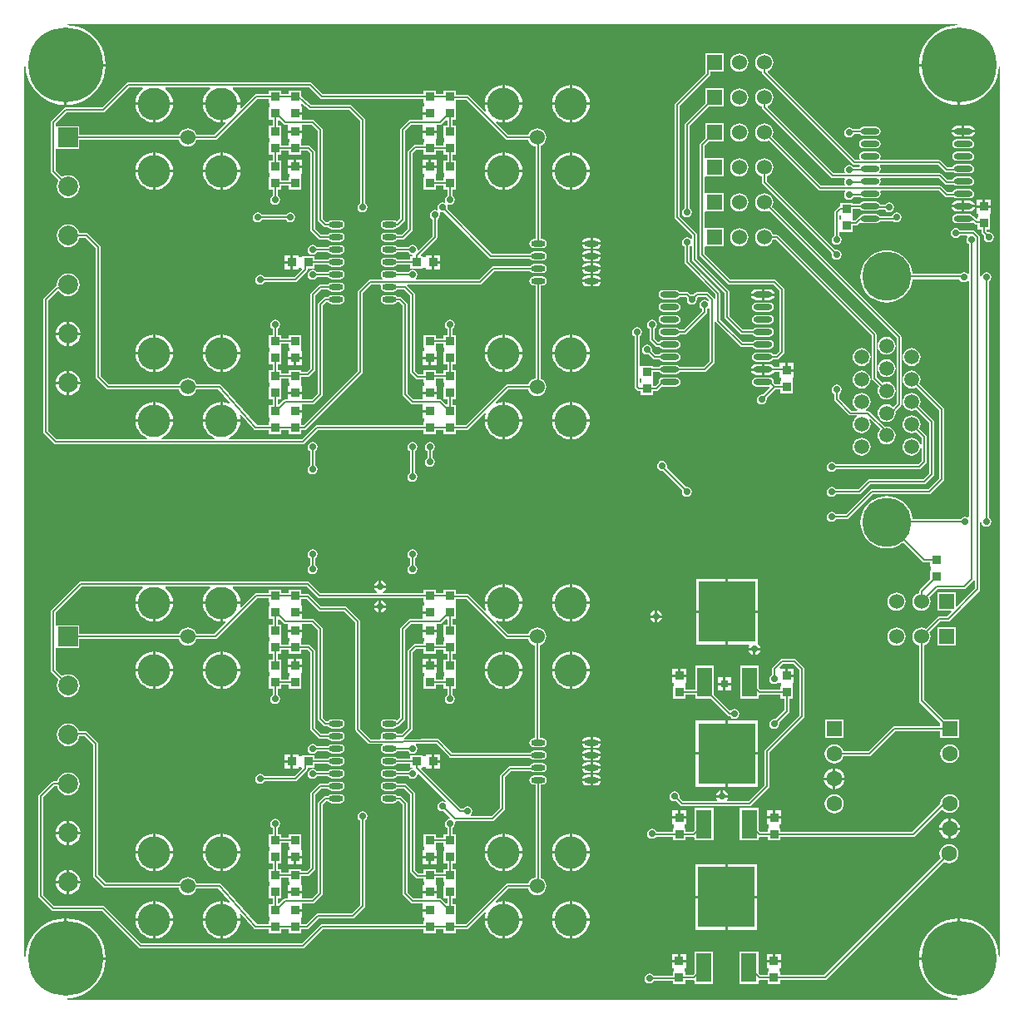
<source format=gbl>
G04*
G04 #@! TF.GenerationSoftware,Altium Limited,Altium Designer,22.1.2 (22)*
G04*
G04 Layer_Physical_Order=2*
G04 Layer_Color=16711680*
%FSLAX25Y25*%
%MOIN*%
G70*
G04*
G04 #@! TF.SameCoordinates,8EC6406F-258D-449A-8705-EE3481E119B6*
G04*
G04*
G04 #@! TF.FilePolarity,Positive*
G04*
G01*
G75*
%ADD14C,0.00800*%
%ADD18R,0.03740X0.03740*%
%ADD20R,0.03740X0.03740*%
%ADD23R,0.03150X0.03150*%
%ADD48C,0.00600*%
%ADD49C,0.05906*%
%ADD50C,0.19685*%
%ADD51C,0.06000*%
%ADD52R,0.06000X0.06000*%
%ADD53C,0.30000*%
%ADD54C,0.03000*%
%ADD55C,0.06299*%
%ADD56C,0.13000*%
%ADD57C,0.07874*%
%ADD58R,0.07874X0.07874*%
%ADD60R,0.06299X0.06299*%
%ADD61C,0.02800*%
%ADD62R,0.06299X0.11811*%
%ADD63R,0.22835X0.24410*%
%ADD64O,0.07480X0.02362*%
%ADD65O,0.05709X0.02362*%
G36*
X677370Y494501D02*
X677390Y494001D01*
X675489Y493852D01*
X673040Y493264D01*
X670714Y492300D01*
X668566Y490984D01*
X666651Y489349D01*
X665016Y487434D01*
X663700Y485286D01*
X662736Y482960D01*
X662148Y480511D01*
X661990Y478500D01*
X678000D01*
Y478000D01*
X678500D01*
Y461990D01*
X680511Y462148D01*
X682960Y462736D01*
X685286Y463700D01*
X687434Y465016D01*
X689349Y466651D01*
X690984Y468566D01*
X692300Y470714D01*
X693264Y473040D01*
X693852Y475489D01*
X694001Y477390D01*
X694501Y477370D01*
Y120630D01*
X694001Y120610D01*
X693852Y122511D01*
X693264Y124960D01*
X692300Y127286D01*
X690984Y129434D01*
X689349Y131349D01*
X687434Y132984D01*
X685286Y134300D01*
X682960Y135264D01*
X680511Y135852D01*
X678500Y136010D01*
Y120000D01*
X678000D01*
Y119500D01*
X661990D01*
X662148Y117489D01*
X662736Y115040D01*
X663700Y112714D01*
X665016Y110566D01*
X666651Y108651D01*
X668566Y107016D01*
X670714Y105700D01*
X673040Y104736D01*
X675489Y104148D01*
X677276Y104007D01*
X677256Y103507D01*
X320744Y103507D01*
X320725Y104007D01*
X322511Y104148D01*
X324960Y104736D01*
X327286Y105700D01*
X329434Y107016D01*
X331349Y108651D01*
X332984Y110566D01*
X334300Y112714D01*
X335264Y115040D01*
X335852Y117489D01*
X336010Y119500D01*
X320000D01*
Y120000D01*
X319500D01*
Y136010D01*
X317489Y135852D01*
X315040Y135264D01*
X312714Y134300D01*
X310566Y132984D01*
X308651Y131349D01*
X307016Y129434D01*
X305700Y127286D01*
X304736Y124960D01*
X304148Y122511D01*
X303998Y120610D01*
X303499Y120629D01*
Y477371D01*
X303998Y477390D01*
X304148Y475489D01*
X304736Y473040D01*
X305700Y470714D01*
X307016Y468566D01*
X308651Y466651D01*
X310566Y465016D01*
X312714Y463700D01*
X315040Y462736D01*
X317489Y462148D01*
X319500Y461990D01*
Y478000D01*
X320000D01*
Y478500D01*
X336010D01*
X335852Y480511D01*
X335264Y482960D01*
X334300Y485286D01*
X332984Y487434D01*
X331349Y489349D01*
X329434Y490984D01*
X327286Y492300D01*
X324960Y493264D01*
X322511Y493852D01*
X320609Y494001D01*
X320629Y494501D01*
X677370Y494501D01*
D02*
G37*
%LPC*%
G36*
X590000Y482631D02*
X589060Y482507D01*
X588184Y482145D01*
X587432Y481568D01*
X586855Y480816D01*
X586493Y479940D01*
X586369Y479000D01*
X586493Y478060D01*
X586855Y477184D01*
X587432Y476432D01*
X588184Y475855D01*
X589060Y475493D01*
X590000Y475369D01*
X590940Y475493D01*
X591816Y475855D01*
X592568Y476432D01*
X593145Y477184D01*
X593507Y478060D01*
X593631Y479000D01*
X593507Y479940D01*
X593145Y480816D01*
X592568Y481568D01*
X591816Y482145D01*
X590940Y482507D01*
X590000Y482631D01*
D02*
G37*
G36*
X496000Y469987D02*
Y463000D01*
X502987D01*
X502891Y463970D01*
X502463Y465384D01*
X501766Y466687D01*
X500829Y467829D01*
X499687Y468766D01*
X498384Y469463D01*
X496970Y469892D01*
X496000Y469987D01*
D02*
G37*
G36*
X523000D02*
Y463000D01*
X529987D01*
X529891Y463970D01*
X529463Y465384D01*
X528766Y466687D01*
X527829Y467829D01*
X526687Y468766D01*
X525384Y469463D01*
X523970Y469892D01*
X523000Y469987D01*
D02*
G37*
G36*
X495000D02*
X494030Y469892D01*
X492616Y469463D01*
X491313Y468766D01*
X490171Y467829D01*
X489234Y466687D01*
X488537Y465384D01*
X488108Y463970D01*
X488013Y463000D01*
X495000D01*
Y469987D01*
D02*
G37*
G36*
X522000D02*
X521030Y469892D01*
X519616Y469463D01*
X518313Y468766D01*
X517171Y467829D01*
X516234Y466687D01*
X515537Y465384D01*
X515108Y463970D01*
X515013Y463000D01*
X522000D01*
Y469987D01*
D02*
G37*
G36*
X336010Y477500D02*
X320500D01*
Y461990D01*
X322511Y462148D01*
X324960Y462736D01*
X327286Y463700D01*
X329434Y465016D01*
X331349Y466651D01*
X332984Y468566D01*
X334300Y470714D01*
X335264Y473040D01*
X335852Y475489D01*
X336010Y477500D01*
D02*
G37*
G36*
X677500D02*
X661990D01*
X662148Y475489D01*
X662736Y473040D01*
X663700Y470714D01*
X665016Y468566D01*
X666651Y466651D01*
X668566Y465016D01*
X670714Y463700D01*
X673040Y462736D01*
X675489Y462148D01*
X677500Y461990D01*
Y477500D01*
D02*
G37*
G36*
X590000Y468631D02*
X589060Y468507D01*
X588184Y468145D01*
X587432Y467568D01*
X586855Y466816D01*
X586493Y465940D01*
X586369Y465000D01*
X586493Y464060D01*
X586855Y463184D01*
X587432Y462432D01*
X588184Y461855D01*
X589060Y461493D01*
X590000Y461369D01*
X590940Y461493D01*
X591816Y461855D01*
X592568Y462432D01*
X593145Y463184D01*
X593507Y464060D01*
X593631Y465000D01*
X593507Y465940D01*
X593145Y466816D01*
X592568Y467568D01*
X591816Y468145D01*
X590940Y468507D01*
X590000Y468631D01*
D02*
G37*
G36*
X529987Y462000D02*
X523000D01*
Y455013D01*
X523970Y455108D01*
X525384Y455537D01*
X526687Y456234D01*
X527829Y457171D01*
X528766Y458313D01*
X529463Y459616D01*
X529891Y461030D01*
X529987Y462000D01*
D02*
G37*
G36*
X502987D02*
X496000D01*
Y455013D01*
X496970Y455108D01*
X498384Y455537D01*
X499687Y456234D01*
X500829Y457171D01*
X501766Y458313D01*
X502463Y459616D01*
X502891Y461030D01*
X502987Y462000D01*
D02*
G37*
G36*
X382000D02*
X375013D01*
X375109Y461030D01*
X375537Y459616D01*
X376234Y458313D01*
X377171Y457171D01*
X378313Y456234D01*
X379616Y455537D01*
X381030Y455108D01*
X382000Y455013D01*
Y462000D01*
D02*
G37*
G36*
X362987D02*
X356000D01*
Y455013D01*
X356970Y455108D01*
X358384Y455537D01*
X359687Y456234D01*
X360829Y457171D01*
X361766Y458313D01*
X362463Y459616D01*
X362892Y461030D01*
X362987Y462000D01*
D02*
G37*
G36*
X355000D02*
X348013D01*
X348109Y461030D01*
X348537Y459616D01*
X349234Y458313D01*
X350171Y457171D01*
X351313Y456234D01*
X352616Y455537D01*
X354030Y455108D01*
X355000Y455013D01*
Y462000D01*
D02*
G37*
G36*
X522000D02*
X515013D01*
X515108Y461030D01*
X515537Y459616D01*
X516234Y458313D01*
X517171Y457171D01*
X518313Y456234D01*
X519616Y455537D01*
X521030Y455108D01*
X522000Y455013D01*
Y462000D01*
D02*
G37*
G36*
X418000Y471020D02*
X345000Y471020D01*
X344610Y470942D01*
X344279Y470721D01*
X334578Y461020D01*
X320000D01*
X319610Y460942D01*
X319279Y460721D01*
X314279Y455721D01*
X314058Y455390D01*
X313980Y455000D01*
Y435315D01*
X314058Y434925D01*
X314279Y434594D01*
X317138Y431735D01*
X317037Y431603D01*
X316580Y430499D01*
X316424Y429315D01*
X316580Y428131D01*
X317037Y427027D01*
X317764Y426079D01*
X318712Y425352D01*
X319816Y424895D01*
X321000Y424739D01*
X322184Y424895D01*
X323288Y425352D01*
X324236Y426079D01*
X324963Y427027D01*
X325420Y428131D01*
X325576Y429315D01*
X325420Y430499D01*
X324963Y431603D01*
X324236Y432551D01*
X323288Y433278D01*
X322184Y433735D01*
X321000Y433891D01*
X319816Y433735D01*
X318712Y433278D01*
X318580Y433177D01*
X316020Y435737D01*
Y444326D01*
X316463Y444463D01*
Y444463D01*
X325537D01*
Y447980D01*
X365526D01*
X365855Y447185D01*
X366432Y446432D01*
X367184Y445855D01*
X368060Y445493D01*
X369000Y445369D01*
X369940Y445493D01*
X370815Y445855D01*
X371568Y446432D01*
X372145Y447185D01*
X372474Y447980D01*
X380000D01*
X380390Y448058D01*
X380721Y448279D01*
X396769Y464327D01*
X401530D01*
Y462876D01*
X401716D01*
X401776Y462787D01*
Y461213D01*
X401716Y461124D01*
X401530D01*
Y456183D01*
X402980D01*
Y453817D01*
X401530D01*
Y448876D01*
X401716D01*
X401776Y448787D01*
Y447213D01*
X401716Y447124D01*
X401530D01*
Y442183D01*
X402980D01*
Y439817D01*
X401530D01*
Y434876D01*
X401716D01*
X401776Y434787D01*
Y433213D01*
X401716Y433124D01*
X401530D01*
Y428184D01*
X402980D01*
Y425724D01*
X402558Y425442D01*
X402116Y424780D01*
X401961Y424000D01*
X402116Y423220D01*
X402558Y422558D01*
X403220Y422116D01*
X404000Y421961D01*
X404780Y422116D01*
X405442Y422558D01*
X405884Y423220D01*
X406039Y424000D01*
X405884Y424780D01*
X405442Y425442D01*
X405020Y425724D01*
Y428184D01*
X406470D01*
Y429634D01*
X409530D01*
Y428184D01*
X414470D01*
Y433124D01*
X414284D01*
X414224Y433213D01*
Y434476D01*
X414870D01*
Y436846D01*
X412000D01*
X409130D01*
Y434476D01*
X409776D01*
Y433213D01*
X409716Y433124D01*
X409530D01*
Y431673D01*
X406470D01*
Y433124D01*
X406284D01*
X406224Y433213D01*
Y434787D01*
X406284Y434876D01*
X406470D01*
Y439817D01*
X405020D01*
Y442183D01*
X406470D01*
Y443634D01*
X409530D01*
Y442183D01*
X414470D01*
Y443634D01*
X416924D01*
X417980Y442578D01*
Y412000D01*
X418058Y411610D01*
X418279Y411279D01*
X421279Y408279D01*
X421610Y408058D01*
X422000Y407980D01*
X425138D01*
X425314Y407716D01*
X425904Y407322D01*
X426598Y407184D01*
X429945D01*
X430640Y407322D01*
X431229Y407716D01*
X431623Y408305D01*
X431761Y409000D01*
X431623Y409695D01*
X431229Y410284D01*
X430640Y410678D01*
X429945Y410816D01*
X426598D01*
X425904Y410678D01*
X425314Y410284D01*
X425138Y410020D01*
X422422D01*
X420020Y412422D01*
Y443000D01*
X419942Y443390D01*
X419721Y443721D01*
X418067Y445374D01*
X417737Y445596D01*
X417346Y445673D01*
X414470D01*
Y447124D01*
X414284D01*
X414224Y447213D01*
Y448476D01*
X414870D01*
Y450846D01*
X412000D01*
X409130D01*
Y448476D01*
X409776D01*
Y447213D01*
X409716Y447124D01*
X409530D01*
Y445673D01*
X406470D01*
Y447124D01*
X406284D01*
X406224Y447213D01*
Y448787D01*
X406284Y448876D01*
X406470D01*
Y453817D01*
X405020D01*
Y455833D01*
X405520Y456039D01*
X407279Y454279D01*
X407610Y454058D01*
X408000Y453980D01*
X409130D01*
Y451847D01*
X412000D01*
X414870D01*
Y453980D01*
X418578D01*
X420980Y451578D01*
Y416000D01*
X421058Y415610D01*
X421279Y415279D01*
X423279Y413279D01*
X423610Y413058D01*
X424000Y412980D01*
X425138D01*
X425314Y412716D01*
X425904Y412322D01*
X426598Y412184D01*
X429945D01*
X430640Y412322D01*
X431229Y412716D01*
X431623Y413305D01*
X431761Y414000D01*
X431623Y414695D01*
X431229Y415284D01*
X430640Y415678D01*
X429945Y415816D01*
X426598D01*
X425904Y415678D01*
X425314Y415284D01*
X425138Y415020D01*
X424422D01*
X423020Y416422D01*
Y452000D01*
X422942Y452390D01*
X422721Y452721D01*
X419721Y455721D01*
X419390Y455942D01*
X419000Y456020D01*
X414870D01*
Y458153D01*
X412000D01*
Y459154D01*
X414870D01*
Y461524D01*
X414224D01*
Y462266D01*
X414724Y462494D01*
X417332Y460230D01*
X417474Y460149D01*
X417610Y460058D01*
X417646Y460051D01*
X417677Y460033D01*
X417839Y460012D01*
X418000Y459980D01*
X433578D01*
X437980Y455578D01*
Y422724D01*
X437558Y422442D01*
X437116Y421780D01*
X436961Y421000D01*
X437116Y420220D01*
X437558Y419558D01*
X438220Y419116D01*
X439000Y418961D01*
X439780Y419116D01*
X440442Y419558D01*
X440884Y420220D01*
X441039Y421000D01*
X440884Y421780D01*
X440442Y422442D01*
X440020Y422724D01*
Y456000D01*
X439942Y456390D01*
X439721Y456721D01*
X434721Y461721D01*
X434390Y461942D01*
X434000Y462020D01*
X418381D01*
X414470Y465415D01*
Y467816D01*
X409530D01*
Y466366D01*
X406470D01*
Y467816D01*
X401530D01*
Y466366D01*
X396346D01*
X395956Y466288D01*
X395625Y466067D01*
X390386Y460828D01*
X389920Y461009D01*
X389893Y461042D01*
X389987Y462000D01*
X383000D01*
Y455013D01*
X383958Y455107D01*
X383991Y455080D01*
X384172Y454614D01*
X379578Y450020D01*
X372474D01*
X372145Y450815D01*
X371568Y451568D01*
X370815Y452145D01*
X369940Y452507D01*
X369000Y452631D01*
X368060Y452507D01*
X367184Y452145D01*
X366432Y451568D01*
X365855Y450815D01*
X365526Y450020D01*
X325537D01*
Y453537D01*
X316463D01*
Y453537D01*
X316020Y453674D01*
Y454578D01*
X320422Y458980D01*
X335000D01*
X335390Y459058D01*
X335721Y459279D01*
X345422Y468980D01*
X350786D01*
X350965Y468480D01*
X350171Y467829D01*
X349234Y466687D01*
X348537Y465384D01*
X348109Y463970D01*
X348013Y463000D01*
X362987D01*
X362892Y463970D01*
X362463Y465384D01*
X361766Y466687D01*
X360829Y467829D01*
X360035Y468480D01*
X360214Y468980D01*
X377786D01*
X377965Y468480D01*
X377171Y467829D01*
X376234Y466687D01*
X375537Y465384D01*
X375109Y463970D01*
X375013Y463000D01*
X389987D01*
X389892Y463970D01*
X389463Y465384D01*
X388766Y466687D01*
X387829Y467829D01*
X387035Y468480D01*
X387214Y468980D01*
X417578D01*
X421933Y464626D01*
X422263Y464404D01*
X422653Y464327D01*
X422654Y464327D01*
X463530D01*
Y462876D01*
X463716D01*
X463776Y462787D01*
Y461524D01*
X463130D01*
Y459154D01*
X466000D01*
Y458153D01*
X463130D01*
Y456020D01*
X458000D01*
X457610Y455942D01*
X457279Y455721D01*
X454279Y452721D01*
X454058Y452390D01*
X453980Y452000D01*
Y416422D01*
X452828Y415270D01*
X452686Y415284D01*
X452097Y415678D01*
X451402Y415816D01*
X448055D01*
X447360Y415678D01*
X446771Y415284D01*
X446377Y414695D01*
X446239Y414000D01*
X446377Y413305D01*
X446771Y412716D01*
X447360Y412322D01*
X448055Y412184D01*
X451402D01*
X452097Y412322D01*
X452686Y412716D01*
X452911Y413053D01*
X453072D01*
X453463Y413130D01*
X453793Y413351D01*
X455721Y415279D01*
X455942Y415610D01*
X456020Y416000D01*
Y451578D01*
X458422Y453980D01*
X463130D01*
Y451847D01*
X466000D01*
X468870D01*
Y453980D01*
X470000D01*
X470390Y454058D01*
X470721Y454279D01*
X472480Y456039D01*
X472980Y455833D01*
Y453817D01*
X471530D01*
Y448876D01*
X471716D01*
X471776Y448787D01*
Y447213D01*
X471716Y447124D01*
X471530D01*
Y445673D01*
X468470D01*
Y447124D01*
X468284D01*
X468224Y447213D01*
Y448476D01*
X468870D01*
Y450846D01*
X466000D01*
X463130D01*
Y448476D01*
X463776D01*
Y447213D01*
X463716Y447124D01*
X463530D01*
Y446020D01*
X460000D01*
X459610Y445942D01*
X459279Y445721D01*
X457279Y443721D01*
X457058Y443390D01*
X456980Y443000D01*
Y412422D01*
X454578Y410020D01*
X452862D01*
X452686Y410284D01*
X452097Y410678D01*
X451402Y410816D01*
X448055D01*
X447360Y410678D01*
X446771Y410284D01*
X446377Y409695D01*
X446239Y409000D01*
X446377Y408305D01*
X446771Y407716D01*
X447360Y407322D01*
X448055Y407184D01*
X451402D01*
X452097Y407322D01*
X452686Y407716D01*
X452862Y407980D01*
X455000D01*
X455390Y408058D01*
X455721Y408279D01*
X458721Y411279D01*
X458942Y411610D01*
X459020Y412000D01*
Y442578D01*
X460422Y443980D01*
X463530D01*
Y442183D01*
X468470D01*
Y443634D01*
X471530D01*
Y442183D01*
X472980D01*
Y439817D01*
X471530D01*
Y434876D01*
X471716D01*
X471776Y434787D01*
Y433213D01*
X471716Y433124D01*
X471530D01*
Y431673D01*
X468470D01*
Y433124D01*
X468284D01*
X468224Y433213D01*
Y434476D01*
X468870D01*
Y436846D01*
X466000D01*
X463130D01*
Y434476D01*
X463776D01*
Y433213D01*
X463716Y433124D01*
X463530D01*
Y428184D01*
X468470D01*
Y429634D01*
X471530D01*
Y428184D01*
X472980D01*
Y425724D01*
X472558Y425442D01*
X472116Y424780D01*
X471961Y424000D01*
X472107Y423267D01*
X471938Y423062D01*
X471733Y422893D01*
X471000Y423039D01*
X470220Y422884D01*
X469558Y422442D01*
X469116Y421780D01*
X468961Y421000D01*
X469106Y420267D01*
X468938Y420062D01*
X468733Y419894D01*
X468000Y420039D01*
X467220Y419884D01*
X466558Y419442D01*
X466116Y418780D01*
X465961Y418000D01*
X466116Y417220D01*
X466558Y416558D01*
X467082Y416208D01*
Y409380D01*
X461511Y403809D01*
X461174Y403945D01*
X461032Y404037D01*
X460884Y404780D01*
X460442Y405442D01*
X459780Y405884D01*
X459000Y406039D01*
X458220Y405884D01*
X457558Y405442D01*
X457276Y405020D01*
X452862D01*
X452686Y405284D01*
X452097Y405678D01*
X451402Y405816D01*
X448055D01*
X447360Y405678D01*
X446771Y405284D01*
X446377Y404695D01*
X446239Y404000D01*
X446377Y403305D01*
X446771Y402716D01*
X447360Y402322D01*
X448055Y402184D01*
X451402D01*
X452097Y402322D01*
X452686Y402716D01*
X452862Y402980D01*
X457276D01*
X457558Y402558D01*
X458220Y402116D01*
X458835Y401994D01*
X459136Y401609D01*
X459183Y401487D01*
X459177Y401470D01*
X458183D01*
Y400020D01*
X452862D01*
X452686Y400284D01*
X452097Y400678D01*
X451402Y400816D01*
X448055D01*
X447360Y400678D01*
X446771Y400284D01*
X446377Y399695D01*
X446239Y399000D01*
X446377Y398305D01*
X446771Y397716D01*
X447360Y397322D01*
X448055Y397184D01*
X451402D01*
X452097Y397322D01*
X452686Y397716D01*
X452862Y397980D01*
X458183D01*
Y396530D01*
X463124D01*
Y396716D01*
X463213Y396776D01*
X464476D01*
Y396130D01*
X466847D01*
Y399000D01*
Y401870D01*
X464476D01*
Y401224D01*
X463213D01*
X463124Y401284D01*
Y401470D01*
X462421D01*
X462230Y401932D01*
X468649Y408351D01*
X468848Y408649D01*
X468918Y409000D01*
Y416208D01*
X469442Y416558D01*
X469884Y417220D01*
X470039Y418000D01*
X469894Y418733D01*
X470062Y418938D01*
X470267Y419106D01*
X471000Y418961D01*
X471498Y419060D01*
X489779Y400779D01*
X490110Y400558D01*
X490500Y400480D01*
X506138D01*
X506314Y400216D01*
X506904Y399822D01*
X507598Y399684D01*
X510945D01*
X511640Y399822D01*
X512229Y400216D01*
X512623Y400805D01*
X512761Y401500D01*
X512623Y402195D01*
X512229Y402784D01*
X511640Y403178D01*
X510945Y403316D01*
X507598D01*
X506904Y403178D01*
X506314Y402784D01*
X506138Y402520D01*
X490922D01*
X472940Y420502D01*
X473039Y421000D01*
X472893Y421733D01*
X473062Y421938D01*
X473267Y422107D01*
X474000Y421961D01*
X474780Y422116D01*
X475442Y422558D01*
X475884Y423220D01*
X476039Y424000D01*
X475884Y424780D01*
X475442Y425442D01*
X475020Y425724D01*
Y428184D01*
X476470D01*
Y433124D01*
X476284D01*
X476224Y433213D01*
Y434787D01*
X476284Y434876D01*
X476470D01*
Y439817D01*
X475020D01*
Y442183D01*
X476470D01*
Y447124D01*
X476284D01*
X476224Y447213D01*
Y448787D01*
X476284Y448876D01*
X476470D01*
Y453817D01*
X475020D01*
Y456183D01*
X476470D01*
Y461124D01*
X476284D01*
X476224Y461213D01*
Y462787D01*
X476284Y462876D01*
X476470D01*
Y463980D01*
X480578D01*
X496279Y448279D01*
X496610Y448058D01*
X497000Y447980D01*
X505526D01*
X505855Y447185D01*
X506432Y446432D01*
X507185Y445855D01*
X508060Y445493D01*
X508252Y445467D01*
Y408316D01*
X507598D01*
X506904Y408178D01*
X506314Y407784D01*
X505921Y407195D01*
X505782Y406500D01*
X505921Y405805D01*
X506314Y405216D01*
X506904Y404822D01*
X507598Y404684D01*
X510945D01*
X511640Y404822D01*
X512229Y405216D01*
X512623Y405805D01*
X512761Y406500D01*
X512623Y407195D01*
X512229Y407784D01*
X511640Y408178D01*
X510945Y408316D01*
X510291D01*
Y445638D01*
X510815Y445855D01*
X511568Y446432D01*
X512145Y447185D01*
X512507Y448060D01*
X512631Y449000D01*
X512507Y449940D01*
X512145Y450815D01*
X511568Y451568D01*
X510815Y452145D01*
X509940Y452507D01*
X509000Y452631D01*
X508060Y452507D01*
X507185Y452145D01*
X506432Y451568D01*
X505855Y450815D01*
X505526Y450020D01*
X497422D01*
X492306Y455136D01*
X492607Y455542D01*
X492616Y455537D01*
X494030Y455108D01*
X495000Y455013D01*
Y462000D01*
X488013D01*
X488108Y461030D01*
X488537Y459616D01*
X488542Y459607D01*
X488136Y459306D01*
X481721Y465721D01*
X481390Y465942D01*
X481000Y466020D01*
X476470D01*
Y467816D01*
X471530D01*
Y466366D01*
X468470D01*
Y467816D01*
X463530D01*
Y466366D01*
X423076D01*
X418721Y470721D01*
X418390Y470942D01*
X418000Y471020D01*
D02*
G37*
G36*
X644858Y453316D02*
X639740D01*
X639045Y453178D01*
X638456Y452784D01*
X638279Y452520D01*
X635326D01*
X634780Y452884D01*
X634000Y453039D01*
X633220Y452884D01*
X632558Y452442D01*
X632116Y451780D01*
X631961Y451000D01*
X632116Y450220D01*
X632558Y449558D01*
X633220Y449116D01*
X634000Y448961D01*
X634780Y449116D01*
X635442Y449558D01*
X635884Y450220D01*
X635936Y450480D01*
X638279D01*
X638456Y450216D01*
X639045Y449822D01*
X639740Y449684D01*
X644858D01*
X645553Y449822D01*
X646142Y450216D01*
X646536Y450805D01*
X646674Y451500D01*
X646536Y452195D01*
X646142Y452784D01*
X645553Y453178D01*
X644858Y453316D01*
D02*
G37*
G36*
X682260Y453724D02*
X680201D01*
Y452000D01*
X684384D01*
X684314Y452351D01*
X683832Y453073D01*
X683111Y453555D01*
X682260Y453724D01*
D02*
G37*
G36*
X679201D02*
X677142D01*
X676291Y453555D01*
X675569Y453073D01*
X675087Y452351D01*
X675017Y452000D01*
X679201D01*
Y453724D01*
D02*
G37*
G36*
X684384Y451000D02*
X680201D01*
Y449276D01*
X682260D01*
X683111Y449445D01*
X683832Y449928D01*
X684314Y450649D01*
X684384Y451000D01*
D02*
G37*
G36*
X679201D02*
X675017D01*
X675087Y450649D01*
X675569Y449928D01*
X676291Y449445D01*
X677142Y449276D01*
X679201D01*
Y451000D01*
D02*
G37*
G36*
X590000Y454631D02*
X589060Y454507D01*
X588184Y454145D01*
X587432Y453568D01*
X586855Y452815D01*
X586493Y451940D01*
X586369Y451000D01*
X586493Y450060D01*
X586855Y449185D01*
X587432Y448432D01*
X588184Y447855D01*
X589060Y447493D01*
X590000Y447369D01*
X590940Y447493D01*
X591816Y447855D01*
X592568Y448432D01*
X593145Y449185D01*
X593507Y450060D01*
X593631Y451000D01*
X593507Y451940D01*
X593145Y452815D01*
X592568Y453568D01*
X591816Y454145D01*
X590940Y454507D01*
X590000Y454631D01*
D02*
G37*
G36*
X682260Y448316D02*
X677142D01*
X676447Y448178D01*
X675858Y447784D01*
X675464Y447195D01*
X675326Y446500D01*
X675464Y445805D01*
X675858Y445216D01*
X676447Y444822D01*
X677142Y444684D01*
X682260D01*
X682955Y444822D01*
X683544Y445216D01*
X683938Y445805D01*
X684076Y446500D01*
X683938Y447195D01*
X683544Y447784D01*
X682955Y448178D01*
X682260Y448316D01*
D02*
G37*
G36*
X644858D02*
X639740D01*
X639045Y448178D01*
X638456Y447784D01*
X638062Y447195D01*
X637924Y446500D01*
X638062Y445805D01*
X638456Y445216D01*
X639045Y444822D01*
X639740Y444684D01*
X644858D01*
X645553Y444822D01*
X646142Y445216D01*
X646536Y445805D01*
X646674Y446500D01*
X646536Y447195D01*
X646142Y447784D01*
X645553Y448178D01*
X644858Y448316D01*
D02*
G37*
G36*
X682260Y443316D02*
X677142D01*
X676447Y443178D01*
X675858Y442784D01*
X675464Y442195D01*
X675326Y441500D01*
X675464Y440805D01*
X675858Y440216D01*
X676447Y439822D01*
X677142Y439684D01*
X682260D01*
X682955Y439822D01*
X683544Y440216D01*
X683938Y440805D01*
X684076Y441500D01*
X683938Y442195D01*
X683544Y442784D01*
X682955Y443178D01*
X682260Y443316D01*
D02*
G37*
G36*
X468870Y440216D02*
X466500D01*
Y437847D01*
X468870D01*
Y440216D01*
D02*
G37*
G36*
X414870D02*
X412500D01*
Y437847D01*
X414870D01*
Y440216D01*
D02*
G37*
G36*
X465500D02*
X463130D01*
Y437847D01*
X465500D01*
Y440216D01*
D02*
G37*
G36*
X411500D02*
X409130D01*
Y437847D01*
X411500D01*
Y440216D01*
D02*
G37*
G36*
X600000Y482631D02*
X599060Y482507D01*
X598184Y482145D01*
X597432Y481568D01*
X596855Y480816D01*
X596493Y479940D01*
X596369Y479000D01*
X596493Y478060D01*
X596855Y477184D01*
X597432Y476432D01*
X598184Y475855D01*
X599060Y475493D01*
X599082Y475490D01*
Y475000D01*
X599152Y474649D01*
X599351Y474351D01*
X635351Y438351D01*
X635649Y438152D01*
X636000Y438082D01*
X638071D01*
X638321Y437582D01*
X638062Y437195D01*
X638020Y436980D01*
X635724D01*
X635442Y437403D01*
X634780Y437845D01*
X634000Y438000D01*
X633220Y437845D01*
X632558Y437403D01*
X632116Y436741D01*
X631961Y435961D01*
X632116Y435181D01*
X632224Y435019D01*
X631988Y434578D01*
X627719D01*
X601227Y461070D01*
X601344Y461660D01*
X601816Y461855D01*
X602568Y462432D01*
X603145Y463184D01*
X603507Y464060D01*
X603631Y465000D01*
X603507Y465940D01*
X603145Y466816D01*
X602568Y467568D01*
X601816Y468145D01*
X600940Y468507D01*
X600000Y468631D01*
X599060Y468507D01*
X598184Y468145D01*
X597432Y467568D01*
X596855Y466816D01*
X596493Y465940D01*
X596369Y465000D01*
X596493Y464060D01*
X596855Y463184D01*
X597432Y462432D01*
X598184Y461855D01*
X599060Y461493D01*
X599082Y461490D01*
Y461000D01*
X599152Y460649D01*
X599351Y460351D01*
X626690Y433012D01*
X626988Y432813D01*
X627339Y432743D01*
X632177D01*
X632425Y432243D01*
X632116Y431780D01*
X631961Y431000D01*
X632116Y430220D01*
X632224Y430059D01*
X631988Y429618D01*
X622680D01*
X603131Y449167D01*
X603145Y449185D01*
X603507Y450060D01*
X603631Y451000D01*
X603507Y451940D01*
X603145Y452815D01*
X602568Y453568D01*
X601816Y454145D01*
X600940Y454507D01*
X600000Y454631D01*
X599060Y454507D01*
X598184Y454145D01*
X597432Y453568D01*
X596855Y452815D01*
X596493Y451940D01*
X596369Y451000D01*
X596493Y450060D01*
X596855Y449185D01*
X597432Y448432D01*
X598184Y447855D01*
X599060Y447493D01*
X600000Y447369D01*
X600940Y447493D01*
X601816Y447855D01*
X601833Y447869D01*
X621651Y428051D01*
X621949Y427852D01*
X622300Y427782D01*
X632236D01*
X632451Y427282D01*
X632116Y426780D01*
X631961Y426000D01*
X632116Y425220D01*
X632558Y424558D01*
X633220Y424116D01*
X634000Y423961D01*
X634780Y424116D01*
X635442Y424558D01*
X635724Y424980D01*
X638808D01*
X639045Y424822D01*
X639740Y424684D01*
X644858D01*
X645553Y424822D01*
X646142Y425216D01*
X646536Y425805D01*
X646674Y426500D01*
X646536Y427195D01*
X646438Y427341D01*
X646674Y427782D01*
X669920D01*
X672351Y425351D01*
X672649Y425152D01*
X673000Y425082D01*
X676057D01*
X676447Y424822D01*
X677142Y424684D01*
X682260D01*
X682955Y424822D01*
X683544Y425216D01*
X683938Y425805D01*
X684076Y426500D01*
X683938Y427195D01*
X683544Y427784D01*
X682955Y428178D01*
X682260Y428316D01*
X677142D01*
X676447Y428178D01*
X675858Y427784D01*
X675464Y427195D01*
X675409Y426918D01*
X673380D01*
X670949Y429349D01*
X670651Y429548D01*
X670300Y429618D01*
X646147D01*
X645995Y430118D01*
X646142Y430216D01*
X646536Y430805D01*
X646674Y431500D01*
X646536Y432195D01*
X646464Y432302D01*
X646700Y432743D01*
X669959D01*
X672351Y430351D01*
X672649Y430152D01*
X673000Y430082D01*
X676057D01*
X676447Y429822D01*
X677142Y429684D01*
X682260D01*
X682955Y429822D01*
X683544Y430216D01*
X683938Y430805D01*
X684076Y431500D01*
X683938Y432195D01*
X683544Y432784D01*
X682955Y433178D01*
X682260Y433316D01*
X677142D01*
X676447Y433178D01*
X675858Y432784D01*
X675464Y432195D01*
X675409Y431918D01*
X673380D01*
X670988Y434310D01*
X670690Y434509D01*
X670339Y434578D01*
X646088D01*
X645937Y435078D01*
X646142Y435216D01*
X646536Y435805D01*
X646674Y436500D01*
X646536Y437195D01*
X646277Y437582D01*
X646527Y438082D01*
X669620D01*
X672351Y435351D01*
X672649Y435152D01*
X673000Y435082D01*
X676057D01*
X676447Y434822D01*
X677142Y434684D01*
X682260D01*
X682955Y434822D01*
X683544Y435216D01*
X683938Y435805D01*
X684076Y436500D01*
X683938Y437195D01*
X683544Y437784D01*
X682955Y438178D01*
X682260Y438316D01*
X677142D01*
X676447Y438178D01*
X675858Y437784D01*
X675464Y437195D01*
X675409Y436918D01*
X673380D01*
X670649Y439649D01*
X670351Y439848D01*
X670000Y439918D01*
X646527D01*
X646277Y440418D01*
X646536Y440805D01*
X646674Y441500D01*
X646536Y442195D01*
X646142Y442784D01*
X645553Y443178D01*
X644858Y443316D01*
X639740D01*
X639045Y443178D01*
X638456Y442784D01*
X638062Y442195D01*
X637924Y441500D01*
X638062Y440805D01*
X638321Y440418D01*
X638071Y439918D01*
X636380D01*
X601227Y475070D01*
X601344Y475660D01*
X601816Y475855D01*
X602568Y476432D01*
X603145Y477184D01*
X603507Y478060D01*
X603631Y479000D01*
X603507Y479940D01*
X603145Y480816D01*
X602568Y481568D01*
X601816Y482145D01*
X600940Y482507D01*
X600000Y482631D01*
D02*
G37*
G36*
X496000Y442987D02*
Y436000D01*
X502987D01*
X502891Y436970D01*
X502463Y438384D01*
X501766Y439687D01*
X500829Y440829D01*
X499687Y441766D01*
X498384Y442463D01*
X496970Y442892D01*
X496000Y442987D01*
D02*
G37*
G36*
X523000D02*
Y436000D01*
X529987D01*
X529891Y436970D01*
X529463Y438384D01*
X528766Y439687D01*
X527829Y440829D01*
X526687Y441766D01*
X525384Y442463D01*
X523970Y442892D01*
X523000Y442987D01*
D02*
G37*
G36*
X383000D02*
Y436000D01*
X389987D01*
X389892Y436970D01*
X389463Y438384D01*
X388766Y439687D01*
X387829Y440829D01*
X386687Y441766D01*
X385384Y442463D01*
X383970Y442892D01*
X383000Y442987D01*
D02*
G37*
G36*
X382000D02*
X381030Y442892D01*
X379616Y442463D01*
X378313Y441766D01*
X377171Y440829D01*
X376234Y439687D01*
X375537Y438384D01*
X375109Y436970D01*
X375013Y436000D01*
X382000D01*
Y442987D01*
D02*
G37*
G36*
X356000D02*
Y436000D01*
X362987D01*
X362892Y436970D01*
X362463Y438384D01*
X361766Y439687D01*
X360829Y440829D01*
X359687Y441766D01*
X358384Y442463D01*
X356970Y442892D01*
X356000Y442987D01*
D02*
G37*
G36*
X355000D02*
X354030Y442892D01*
X352616Y442463D01*
X351313Y441766D01*
X350171Y440829D01*
X349234Y439687D01*
X348537Y438384D01*
X348109Y436970D01*
X348013Y436000D01*
X355000D01*
Y442987D01*
D02*
G37*
G36*
X495000D02*
X494030Y442892D01*
X492616Y442463D01*
X491313Y441766D01*
X490171Y440829D01*
X489234Y439687D01*
X488537Y438384D01*
X488108Y436970D01*
X488013Y436000D01*
X495000D01*
Y442987D01*
D02*
G37*
G36*
X522000D02*
X521030Y442892D01*
X519616Y442463D01*
X518313Y441766D01*
X517171Y440829D01*
X516234Y439687D01*
X515537Y438384D01*
X515108Y436970D01*
X515013Y436000D01*
X522000D01*
Y442987D01*
D02*
G37*
G36*
X495500Y435500D02*
D01*
D01*
D01*
D02*
G37*
G36*
X590000Y440631D02*
X589060Y440507D01*
X588184Y440145D01*
X587432Y439568D01*
X586855Y438815D01*
X586493Y437940D01*
X586369Y437000D01*
X586493Y436060D01*
X586855Y435184D01*
X587432Y434432D01*
X588184Y433855D01*
X589060Y433493D01*
X590000Y433369D01*
X590940Y433493D01*
X591816Y433855D01*
X592568Y434432D01*
X593145Y435184D01*
X593507Y436060D01*
X593631Y437000D01*
X593507Y437940D01*
X593145Y438815D01*
X592568Y439568D01*
X591816Y440145D01*
X590940Y440507D01*
X590000Y440631D01*
D02*
G37*
G36*
X529987Y435000D02*
X523000D01*
Y428013D01*
X523970Y428109D01*
X525384Y428537D01*
X526687Y429234D01*
X527829Y430171D01*
X528766Y431313D01*
X529463Y432616D01*
X529891Y434030D01*
X529987Y435000D01*
D02*
G37*
G36*
X502987D02*
X496000D01*
Y428013D01*
X496970Y428109D01*
X498384Y428537D01*
X499687Y429234D01*
X500829Y430171D01*
X501766Y431313D01*
X502463Y432616D01*
X502891Y434030D01*
X502987Y435000D01*
D02*
G37*
G36*
X389987D02*
X383000D01*
Y428013D01*
X383970Y428109D01*
X385384Y428537D01*
X386687Y429234D01*
X387829Y430171D01*
X388766Y431313D01*
X389463Y432616D01*
X389892Y434030D01*
X389987Y435000D01*
D02*
G37*
G36*
X382000D02*
X375013D01*
X375109Y434030D01*
X375537Y432616D01*
X376234Y431313D01*
X377171Y430171D01*
X378313Y429234D01*
X379616Y428537D01*
X381030Y428109D01*
X382000Y428013D01*
Y435000D01*
D02*
G37*
G36*
X362987D02*
X356000D01*
Y428013D01*
X356970Y428109D01*
X358384Y428537D01*
X359687Y429234D01*
X360829Y430171D01*
X361766Y431313D01*
X362463Y432616D01*
X362892Y434030D01*
X362987Y435000D01*
D02*
G37*
G36*
X355000D02*
X348013D01*
X348109Y434030D01*
X348537Y432616D01*
X349234Y431313D01*
X350171Y430171D01*
X351313Y429234D01*
X352616Y428537D01*
X354030Y428109D01*
X355000Y428013D01*
Y435000D01*
D02*
G37*
G36*
X522000D02*
X515013D01*
X515108Y434030D01*
X515537Y432616D01*
X516234Y431313D01*
X517171Y430171D01*
X518313Y429234D01*
X519616Y428537D01*
X521030Y428109D01*
X522000Y428013D01*
Y435000D01*
D02*
G37*
G36*
X495000D02*
X488013D01*
X488108Y434030D01*
X488537Y432616D01*
X489234Y431313D01*
X490171Y430171D01*
X491313Y429234D01*
X492616Y428537D01*
X494030Y428109D01*
X495000Y428013D01*
Y435000D01*
D02*
G37*
G36*
X644858Y423316D02*
X639740D01*
X639045Y423178D01*
X638456Y422784D01*
X638279Y422520D01*
X635470D01*
Y422817D01*
X630530D01*
Y421366D01*
X630346D01*
X629956Y421288D01*
X629626Y421067D01*
X628279Y419721D01*
X628058Y419390D01*
X627980Y419000D01*
Y409724D01*
X627558Y409442D01*
X627116Y408780D01*
X626961Y408000D01*
X627116Y407220D01*
X627558Y406558D01*
X628220Y406116D01*
X629000Y405961D01*
X629780Y406116D01*
X630442Y406558D01*
X630884Y407220D01*
X631039Y408000D01*
X630884Y408780D01*
X630442Y409442D01*
X630020Y409724D01*
Y418105D01*
X630030Y418112D01*
X630530Y417876D01*
Y417876D01*
X630716D01*
X630776Y417787D01*
Y416213D01*
X630716Y416124D01*
X630530D01*
Y411184D01*
X635470D01*
Y413634D01*
X636654D01*
X637044Y413712D01*
X637374Y413933D01*
X638577Y415135D01*
X639045Y414822D01*
X639740Y414684D01*
X644858D01*
X645553Y414822D01*
X646142Y415216D01*
X646319Y415480D01*
X651674D01*
X652220Y415116D01*
X653000Y414961D01*
X653780Y415116D01*
X654442Y415558D01*
X654884Y416220D01*
X655039Y417000D01*
X654884Y417780D01*
X654442Y418442D01*
X653780Y418884D01*
X653000Y419039D01*
X652220Y418884D01*
X651558Y418442D01*
X651116Y417780D01*
X651064Y417520D01*
X646319D01*
X646142Y417784D01*
X645553Y418178D01*
X644858Y418316D01*
X639740D01*
X639045Y418178D01*
X638456Y417784D01*
X638245Y417469D01*
X638110Y417442D01*
X637779Y417221D01*
X636231Y415673D01*
X635470D01*
Y416124D01*
X635284D01*
X635224Y416213D01*
Y417787D01*
X635284Y417876D01*
X635470D01*
Y420480D01*
X638279D01*
X638456Y420216D01*
X639045Y419822D01*
X639740Y419684D01*
X644858D01*
X645553Y419822D01*
X645790Y419980D01*
X648276D01*
X648558Y419558D01*
X649220Y419116D01*
X650000Y418961D01*
X650780Y419116D01*
X651442Y419558D01*
X651884Y420220D01*
X652039Y421000D01*
X651884Y421780D01*
X651442Y422442D01*
X650780Y422884D01*
X650000Y423039D01*
X649220Y422884D01*
X648558Y422442D01*
X648276Y422020D01*
X646571D01*
X646536Y422195D01*
X646142Y422784D01*
X645553Y423178D01*
X644858Y423316D01*
D02*
G37*
G36*
X682260Y423724D02*
X680201D01*
Y422000D01*
X684384D01*
X684314Y422351D01*
X683832Y423072D01*
X683111Y423555D01*
X682260Y423724D01*
D02*
G37*
G36*
X679201D02*
X677142D01*
X676291Y423555D01*
X675569Y423072D01*
X675087Y422351D01*
X675017Y422000D01*
X679201D01*
Y423724D01*
D02*
G37*
G36*
X690870Y424217D02*
X688500D01*
Y421846D01*
X690870D01*
Y424217D01*
D02*
G37*
G36*
X687500D02*
X685130D01*
Y421846D01*
X687500D01*
Y424217D01*
D02*
G37*
G36*
X590000Y426631D02*
X589060Y426507D01*
X588184Y426145D01*
X587432Y425568D01*
X586855Y424816D01*
X586493Y423940D01*
X586369Y423000D01*
X586493Y422060D01*
X586855Y421184D01*
X587432Y420432D01*
X588184Y419855D01*
X589060Y419493D01*
X590000Y419369D01*
X590940Y419493D01*
X591816Y419855D01*
X592568Y420432D01*
X593145Y421184D01*
X593507Y422060D01*
X593631Y423000D01*
X593507Y423940D01*
X593145Y424816D01*
X592568Y425568D01*
X591816Y426145D01*
X590940Y426507D01*
X590000Y426631D01*
D02*
G37*
G36*
X684384Y421000D02*
X680201D01*
Y419276D01*
X682260D01*
X683111Y419445D01*
X683832Y419928D01*
X684314Y420649D01*
X684384Y421000D01*
D02*
G37*
G36*
X679201D02*
X675017D01*
X675087Y420649D01*
X675569Y419928D01*
X676291Y419445D01*
X677142Y419276D01*
X679201D01*
Y421000D01*
D02*
G37*
G36*
X410000Y419039D02*
X409220Y418884D01*
X408558Y418442D01*
X408276Y418020D01*
X398724D01*
X398442Y418442D01*
X397780Y418884D01*
X397000Y419039D01*
X396220Y418884D01*
X395558Y418442D01*
X395116Y417780D01*
X394961Y417000D01*
X395116Y416220D01*
X395558Y415558D01*
X396220Y415116D01*
X397000Y414961D01*
X397780Y415116D01*
X398442Y415558D01*
X398724Y415980D01*
X408276D01*
X408558Y415558D01*
X409220Y415116D01*
X410000Y414961D01*
X410780Y415116D01*
X411442Y415558D01*
X411884Y416220D01*
X412039Y417000D01*
X411884Y417780D01*
X411442Y418442D01*
X410780Y418884D01*
X410000Y419039D01*
D02*
G37*
G36*
X583600Y468600D02*
X576400D01*
Y462842D01*
X568279Y454721D01*
X568058Y454390D01*
X567980Y454000D01*
Y420724D01*
X567558Y420442D01*
X567116Y419780D01*
X566961Y419000D01*
X567116Y418220D01*
X567558Y417558D01*
X568220Y417116D01*
X569000Y416961D01*
X569780Y417116D01*
X570442Y417558D01*
X570884Y418220D01*
X571039Y419000D01*
X570884Y419780D01*
X570442Y420442D01*
X570020Y420724D01*
Y453578D01*
X577842Y461400D01*
X583600D01*
Y468600D01*
D02*
G37*
G36*
X690870Y420847D02*
X688000D01*
X685130D01*
Y418476D01*
X685776D01*
Y417213D01*
X685716Y417124D01*
X685530D01*
Y416619D01*
X685030Y416412D01*
X684221Y417221D01*
X683890Y417442D01*
X683754Y417469D01*
X683544Y417784D01*
X682955Y418178D01*
X682260Y418316D01*
X677142D01*
X676447Y418178D01*
X675858Y417784D01*
X675464Y417195D01*
X675326Y416500D01*
X675464Y415805D01*
X675858Y415216D01*
X676447Y414822D01*
X677142Y414684D01*
X682260D01*
X682955Y414822D01*
X683423Y415135D01*
X684279Y414279D01*
X684610Y414058D01*
X685000Y413980D01*
X685530D01*
Y412184D01*
X686980D01*
Y411000D01*
X687058Y410610D01*
X687279Y410279D01*
X688060Y409498D01*
X687961Y409000D01*
X688116Y408220D01*
X688558Y407558D01*
X689220Y407116D01*
X690000Y406961D01*
X690780Y407116D01*
X691442Y407558D01*
X691884Y408220D01*
X692039Y409000D01*
X691884Y409780D01*
X691442Y410442D01*
X690780Y410884D01*
X690000Y411039D01*
X689502Y410940D01*
X689020Y411422D01*
Y412184D01*
X690470D01*
Y417124D01*
X690284D01*
X690224Y417213D01*
Y418476D01*
X690870D01*
Y420847D01*
D02*
G37*
G36*
X583600Y482600D02*
X576400D01*
Y476753D01*
X576358Y476690D01*
X576280Y476300D01*
Y474722D01*
X564279Y462721D01*
X564058Y462390D01*
X563980Y462000D01*
Y417000D01*
X564058Y416610D01*
X564279Y416279D01*
X570980Y409578D01*
Y408536D01*
X570480Y408384D01*
X570442Y408442D01*
X569780Y408884D01*
X569000Y409039D01*
X568220Y408884D01*
X567558Y408442D01*
X567116Y407780D01*
X566961Y407000D01*
X567116Y406220D01*
X567558Y405558D01*
X567980Y405276D01*
Y399000D01*
X568058Y398610D01*
X568279Y398279D01*
X580480Y386078D01*
Y384246D01*
X579980Y384197D01*
X579942Y384390D01*
X579721Y384721D01*
X577721Y386721D01*
X577390Y386942D01*
X577000Y387020D01*
X573000D01*
X572610Y386942D01*
X572279Y386721D01*
X571498Y385940D01*
X571000Y386039D01*
X570502Y385940D01*
X569721Y386721D01*
X569390Y386942D01*
X569000Y387020D01*
X566020D01*
X565843Y387284D01*
X565254Y387678D01*
X564559Y387816D01*
X559441D01*
X558746Y387678D01*
X558157Y387284D01*
X557763Y386695D01*
X557625Y386000D01*
X557763Y385305D01*
X558157Y384716D01*
X558746Y384322D01*
X559441Y384184D01*
X564559D01*
X565254Y384322D01*
X565843Y384716D01*
X566020Y384980D01*
X568578D01*
X569060Y384498D01*
X568961Y384000D01*
X569116Y383220D01*
X569558Y382558D01*
X570220Y382116D01*
X571000Y381961D01*
X571780Y382116D01*
X572442Y382558D01*
X572884Y383220D01*
X573039Y384000D01*
X572940Y384498D01*
X573422Y384980D01*
X576578D01*
X577662Y383896D01*
X577343Y383508D01*
X576780Y383884D01*
X576000Y384039D01*
X575220Y383884D01*
X574558Y383442D01*
X574116Y382780D01*
X573961Y382000D01*
X574116Y381220D01*
X574558Y380558D01*
X574980Y380276D01*
Y379422D01*
X567578Y372020D01*
X566020D01*
X565843Y372284D01*
X565254Y372678D01*
X564559Y372816D01*
X559441D01*
X558746Y372678D01*
X558157Y372284D01*
X557763Y371695D01*
X557625Y371000D01*
X557763Y370305D01*
X558157Y369716D01*
X558746Y369322D01*
X559441Y369184D01*
X564559D01*
X565254Y369322D01*
X565843Y369716D01*
X566020Y369980D01*
X568000D01*
X568390Y370058D01*
X568721Y370279D01*
X576721Y378279D01*
X576942Y378610D01*
X577020Y379000D01*
Y380276D01*
X577442Y380558D01*
X577480Y380616D01*
X577980Y380464D01*
Y359422D01*
X575729Y357171D01*
X565919D01*
X565843Y357284D01*
X565254Y357678D01*
X564559Y357816D01*
X559441D01*
X558746Y357678D01*
X558157Y357284D01*
X557980Y357020D01*
X555470D01*
Y357470D01*
X550530D01*
Y352530D01*
X550716D01*
X550776Y352441D01*
Y350866D01*
X550716Y350777D01*
X550530D01*
Y350158D01*
X550030Y349916D01*
X550020Y349924D01*
Y369276D01*
X550442Y369558D01*
X550884Y370220D01*
X551039Y371000D01*
X550884Y371780D01*
X550442Y372442D01*
X549780Y372884D01*
X549000Y373039D01*
X548220Y372884D01*
X547558Y372442D01*
X547116Y371780D01*
X546961Y371000D01*
X547116Y370220D01*
X547558Y369558D01*
X547980Y369276D01*
Y349000D01*
X548058Y348610D01*
X548279Y348279D01*
X548972Y347586D01*
X549303Y347365D01*
X549693Y347288D01*
X550530D01*
Y345837D01*
X555470D01*
Y347288D01*
X556748D01*
X557138Y347365D01*
X557469Y347586D01*
X559129Y349246D01*
X559441Y349184D01*
X564559D01*
X565254Y349322D01*
X565843Y349716D01*
X566237Y350305D01*
X566375Y351000D01*
X566237Y351695D01*
X565843Y352284D01*
X565254Y352678D01*
X564559Y352816D01*
X559441D01*
X558746Y352678D01*
X558157Y352284D01*
X557763Y351695D01*
X557625Y351000D01*
X557687Y350688D01*
X556326Y349327D01*
X555470D01*
Y350777D01*
X555284D01*
X555224Y350866D01*
Y352441D01*
X555284Y352530D01*
X555470D01*
Y354980D01*
X557980D01*
X558157Y354716D01*
X558746Y354322D01*
X559441Y354184D01*
X564559D01*
X565254Y354322D01*
X565843Y354716D01*
X566121Y355132D01*
X576151D01*
X576541Y355209D01*
X576872Y355430D01*
X579721Y358279D01*
X579942Y358610D01*
X580020Y359000D01*
Y375254D01*
X580520Y375303D01*
X580558Y375110D01*
X580779Y374779D01*
X590279Y365279D01*
X590610Y365058D01*
X591000Y364980D01*
X595382D01*
X595558Y364716D01*
X596148Y364322D01*
X596842Y364184D01*
X601961D01*
X602656Y364322D01*
X603245Y364716D01*
X603638Y365305D01*
X603777Y366000D01*
X603638Y366695D01*
X603245Y367284D01*
X602656Y367678D01*
X601961Y367816D01*
X596842D01*
X596148Y367678D01*
X595558Y367284D01*
X595382Y367020D01*
X591422D01*
X582520Y375922D01*
Y386500D01*
X582442Y386890D01*
X582221Y387221D01*
X570020Y399422D01*
Y405276D01*
X570442Y405558D01*
X570480Y405616D01*
X570980Y405464D01*
Y400000D01*
X571058Y399610D01*
X571279Y399279D01*
X583980Y386578D01*
Y377000D01*
X584058Y376610D01*
X584279Y376279D01*
X590279Y370279D01*
X590610Y370058D01*
X591000Y369980D01*
X595382D01*
X595558Y369716D01*
X596148Y369322D01*
X596842Y369184D01*
X601961D01*
X602656Y369322D01*
X603245Y369716D01*
X603638Y370305D01*
X603777Y371000D01*
X603638Y371695D01*
X603245Y372284D01*
X602656Y372678D01*
X601961Y372816D01*
X596842D01*
X596148Y372678D01*
X595558Y372284D01*
X595382Y372020D01*
X591422D01*
X586020Y377422D01*
Y387000D01*
X585942Y387390D01*
X585721Y387721D01*
X573020Y400422D01*
Y410000D01*
X572942Y410390D01*
X572721Y410721D01*
X566020Y417422D01*
Y461578D01*
X578021Y473579D01*
X578242Y473910D01*
X578320Y474300D01*
Y475400D01*
X583600D01*
Y482600D01*
D02*
G37*
G36*
X532402Y408724D02*
X531228D01*
Y407000D01*
X534526D01*
X534456Y407351D01*
X533974Y408073D01*
X533253Y408555D01*
X532402Y408724D01*
D02*
G37*
G36*
X530228D02*
X529055D01*
X528204Y408555D01*
X527483Y408073D01*
X527001Y407351D01*
X526931Y407000D01*
X530228D01*
Y408724D01*
D02*
G37*
G36*
X590000Y412631D02*
X589060Y412507D01*
X588184Y412145D01*
X587432Y411568D01*
X586855Y410815D01*
X586493Y409940D01*
X586369Y409000D01*
X586493Y408060D01*
X586855Y407185D01*
X587432Y406432D01*
X588184Y405855D01*
X589060Y405493D01*
X590000Y405369D01*
X590940Y405493D01*
X591816Y405855D01*
X592568Y406432D01*
X593145Y407185D01*
X593507Y408060D01*
X593631Y409000D01*
X593507Y409940D01*
X593145Y410815D01*
X592568Y411568D01*
X591816Y412145D01*
X590940Y412507D01*
X590000Y412631D01*
D02*
G37*
G36*
X534526Y406000D02*
X531228D01*
Y404276D01*
X532402D01*
X533253Y404445D01*
X533974Y404927D01*
X534456Y405649D01*
X534526Y406000D01*
D02*
G37*
G36*
X530228D02*
X526931D01*
X527001Y405649D01*
X527483Y404927D01*
X528204Y404445D01*
X529055Y404276D01*
X530228D01*
Y406000D01*
D02*
G37*
G36*
X419000Y406039D02*
X418220Y405884D01*
X417558Y405442D01*
X417116Y404780D01*
X416961Y404000D01*
X417116Y403220D01*
X417558Y402558D01*
X418220Y402116D01*
X419000Y401961D01*
X419780Y402116D01*
X420442Y402558D01*
X420724Y402980D01*
X425138D01*
X425314Y402716D01*
X425904Y402322D01*
X426598Y402184D01*
X429945D01*
X430640Y402322D01*
X431229Y402716D01*
X431623Y403305D01*
X431761Y404000D01*
X431623Y404695D01*
X431229Y405284D01*
X430640Y405678D01*
X429945Y405816D01*
X426598D01*
X425904Y405678D01*
X425314Y405284D01*
X425138Y405020D01*
X420724D01*
X420442Y405442D01*
X419780Y405884D01*
X419000Y406039D01*
D02*
G37*
G36*
X532402Y403724D02*
X531228D01*
Y402000D01*
X534526D01*
X534456Y402351D01*
X533974Y403073D01*
X533253Y403555D01*
X532402Y403724D01*
D02*
G37*
G36*
X530228D02*
X529055D01*
X528204Y403555D01*
X527483Y403073D01*
X527001Y402351D01*
X526931Y402000D01*
X530228D01*
Y403724D01*
D02*
G37*
G36*
X600000Y440631D02*
X599060Y440507D01*
X598184Y440145D01*
X597432Y439568D01*
X596855Y438815D01*
X596493Y437940D01*
X596369Y437000D01*
X596493Y436060D01*
X596855Y435184D01*
X597432Y434432D01*
X598184Y433855D01*
X598980Y433526D01*
Y431000D01*
X599058Y430610D01*
X599279Y430279D01*
X627060Y402498D01*
X626961Y402000D01*
X627116Y401220D01*
X627558Y400558D01*
X628220Y400116D01*
X629000Y399961D01*
X629780Y400116D01*
X630442Y400558D01*
X630884Y401220D01*
X631039Y402000D01*
X630884Y402780D01*
X630442Y403442D01*
X629780Y403884D01*
X629000Y404039D01*
X628502Y403940D01*
X601020Y431422D01*
Y433526D01*
X601816Y433855D01*
X602568Y434432D01*
X603145Y435184D01*
X603507Y436060D01*
X603631Y437000D01*
X603507Y437940D01*
X603145Y438815D01*
X602568Y439568D01*
X601816Y440145D01*
X600940Y440507D01*
X600000Y440631D01*
D02*
G37*
G36*
X470217Y401870D02*
X467846D01*
Y399500D01*
X470217D01*
Y401870D01*
D02*
G37*
G36*
X410153D02*
X407784D01*
Y399500D01*
X410153D01*
Y401870D01*
D02*
G37*
G36*
X534526Y401000D02*
X531228D01*
Y399276D01*
X532402D01*
X533253Y399445D01*
X533974Y399927D01*
X534456Y400649D01*
X534526Y401000D01*
D02*
G37*
G36*
X530228D02*
X526931D01*
X527001Y400649D01*
X527483Y399927D01*
X528204Y399445D01*
X529055Y399276D01*
X530228D01*
Y401000D01*
D02*
G37*
G36*
X413524Y401870D02*
X411154D01*
Y399000D01*
Y396130D01*
X413524D01*
Y396776D01*
X414478D01*
X414489Y396769D01*
X414823Y396290D01*
X414774Y396072D01*
X411620Y392918D01*
X399792D01*
X399442Y393442D01*
X398780Y393884D01*
X398000Y394039D01*
X397220Y393884D01*
X396558Y393442D01*
X396116Y392780D01*
X395961Y392000D01*
X396116Y391220D01*
X396558Y390558D01*
X397220Y390116D01*
X398000Y389961D01*
X398780Y390116D01*
X399442Y390558D01*
X399792Y391082D01*
X412000D01*
X412351Y391152D01*
X412649Y391351D01*
X416649Y395351D01*
X416848Y395649D01*
X416918Y396000D01*
Y396530D01*
X419816D01*
Y397980D01*
X425138D01*
X425314Y397716D01*
X425904Y397322D01*
X426598Y397184D01*
X429945D01*
X430640Y397322D01*
X431229Y397716D01*
X431623Y398305D01*
X431761Y399000D01*
X431623Y399695D01*
X431229Y400284D01*
X430640Y400678D01*
X429945Y400816D01*
X426598D01*
X425904Y400678D01*
X425314Y400284D01*
X425138Y400020D01*
X419816D01*
Y401470D01*
X414876D01*
Y401284D01*
X414787Y401224D01*
X413524D01*
Y401870D01*
D02*
G37*
G36*
X532402Y398724D02*
X531228D01*
Y397000D01*
X534526D01*
X534456Y397351D01*
X533974Y398073D01*
X533253Y398555D01*
X532402Y398724D01*
D02*
G37*
G36*
X530228D02*
X529055D01*
X528204Y398555D01*
X527483Y398073D01*
X527001Y397351D01*
X526931Y397000D01*
X530228D01*
Y398724D01*
D02*
G37*
G36*
X470217Y398500D02*
X467846D01*
Y396130D01*
X470217D01*
Y398500D01*
D02*
G37*
G36*
X410153D02*
X407784D01*
Y396130D01*
X410153D01*
Y398500D01*
D02*
G37*
G36*
X321000Y414206D02*
X319816Y414050D01*
X318712Y413593D01*
X317764Y412866D01*
X317037Y411918D01*
X316580Y410814D01*
X316424Y409630D01*
X316580Y408446D01*
X317037Y407342D01*
X317764Y406394D01*
X318712Y405667D01*
X319816Y405210D01*
X321000Y405054D01*
X322184Y405210D01*
X323288Y405667D01*
X324236Y406394D01*
X324963Y407342D01*
X325420Y408446D01*
X325442Y408610D01*
X327948D01*
X331980Y404578D01*
Y353082D01*
X332058Y352692D01*
X332279Y352361D01*
X336361Y348279D01*
X336692Y348058D01*
X337082Y347980D01*
X365526D01*
X365855Y347184D01*
X366432Y346432D01*
X367184Y345855D01*
X368060Y345493D01*
X369000Y345369D01*
X369940Y345493D01*
X370815Y345855D01*
X371568Y346432D01*
X372145Y347184D01*
X372474Y347980D01*
X381214D01*
X385801Y342807D01*
X385486Y342408D01*
X385384Y342463D01*
X383970Y342892D01*
X383000Y342987D01*
Y336000D01*
X389987D01*
X389892Y336970D01*
X389676Y337682D01*
X390122Y337932D01*
X395234Y332166D01*
X395259Y332147D01*
X395276Y332121D01*
X395464Y331933D01*
X395795Y331712D01*
X396185Y331634D01*
X401530D01*
Y330184D01*
X406470D01*
Y331634D01*
X409530D01*
Y330184D01*
X414470D01*
Y331634D01*
X415654D01*
X416044Y331712D01*
X416374Y331933D01*
X438721Y354279D01*
X438942Y354610D01*
X439020Y355000D01*
Y386578D01*
X442627Y390185D01*
X446111D01*
X446393Y389776D01*
X446375Y389685D01*
X446239Y389000D01*
X446377Y388305D01*
X446771Y387716D01*
X447360Y387322D01*
X448055Y387184D01*
X451402D01*
X452097Y387322D01*
X452686Y387716D01*
X452862Y387980D01*
X455578D01*
X457980Y385578D01*
Y355000D01*
X458058Y354610D01*
X458279Y354279D01*
X460279Y352279D01*
X460610Y352058D01*
X461000Y351980D01*
X463530D01*
Y350876D01*
X463716D01*
X463776Y350787D01*
Y349524D01*
X463130D01*
Y347153D01*
X466000D01*
X468870D01*
Y349524D01*
X468224D01*
Y350787D01*
X468284Y350876D01*
X468470D01*
Y352327D01*
X471530D01*
Y350876D01*
X471716D01*
X471776Y350787D01*
Y349213D01*
X471716Y349124D01*
X471530D01*
Y344183D01*
X472980D01*
Y342166D01*
X472480Y341962D01*
X470721Y343721D01*
X470390Y343942D01*
X470000Y344020D01*
X468870D01*
Y346153D01*
X466000D01*
X463130D01*
Y344020D01*
X459422D01*
X457020Y346422D01*
Y382000D01*
X456942Y382390D01*
X456721Y382721D01*
X454721Y384721D01*
X454390Y384942D01*
X454000Y385020D01*
X452862D01*
X452686Y385284D01*
X452097Y385678D01*
X451402Y385816D01*
X448055D01*
X447360Y385678D01*
X446771Y385284D01*
X446377Y384695D01*
X446239Y384000D01*
X446377Y383305D01*
X446771Y382716D01*
X447360Y382322D01*
X448055Y382184D01*
X451402D01*
X452097Y382322D01*
X452686Y382716D01*
X452862Y382980D01*
X453578D01*
X454980Y381578D01*
Y346000D01*
X455058Y345610D01*
X455279Y345279D01*
X458279Y342279D01*
X458610Y342058D01*
X459000Y341980D01*
X463130D01*
Y339846D01*
X466000D01*
Y338846D01*
X463130D01*
Y336476D01*
X463776D01*
Y335213D01*
X463716Y335124D01*
X463530D01*
Y333673D01*
X420653D01*
X420263Y333595D01*
X419933Y333375D01*
X414578Y328020D01*
X385400D01*
X385325Y328520D01*
X385384Y328537D01*
X386687Y329234D01*
X387829Y330171D01*
X388766Y331313D01*
X389463Y332616D01*
X389892Y334030D01*
X389987Y335000D01*
X375013D01*
X375109Y334030D01*
X375537Y332616D01*
X376234Y331313D01*
X377171Y330171D01*
X378313Y329234D01*
X379616Y328537D01*
X379675Y328520D01*
X379601Y328020D01*
X358400D01*
X358325Y328520D01*
X358384Y328537D01*
X359687Y329234D01*
X360829Y330171D01*
X361766Y331313D01*
X362463Y332616D01*
X362892Y334030D01*
X362987Y335000D01*
X348013D01*
X348109Y334030D01*
X348537Y332616D01*
X349234Y331313D01*
X350171Y330171D01*
X351313Y329234D01*
X352616Y328537D01*
X352675Y328520D01*
X352601Y328020D01*
X316422D01*
X313020Y331422D01*
Y383578D01*
X316796Y387354D01*
X317295Y387321D01*
X317764Y386709D01*
X318712Y385982D01*
X319816Y385525D01*
X321000Y385369D01*
X322184Y385525D01*
X323288Y385982D01*
X324236Y386709D01*
X324963Y387657D01*
X325420Y388760D01*
X325576Y389945D01*
X325420Y391129D01*
X324963Y392233D01*
X324236Y393181D01*
X323288Y393908D01*
X322184Y394365D01*
X321000Y394521D01*
X319816Y394365D01*
X318712Y393908D01*
X317764Y393181D01*
X317037Y392233D01*
X316580Y391129D01*
X316424Y389945D01*
X316465Y389634D01*
X316262Y389594D01*
X315931Y389373D01*
X311279Y384721D01*
X311058Y384390D01*
X310980Y384000D01*
Y331000D01*
X311058Y330610D01*
X311279Y330279D01*
X315279Y326279D01*
X315610Y326058D01*
X316000Y325980D01*
X415000D01*
X415390Y326058D01*
X415721Y326279D01*
X421076Y331634D01*
X463530D01*
Y330184D01*
X468470D01*
Y331634D01*
X471530D01*
Y330184D01*
X476470D01*
Y331634D01*
X480653D01*
X481044Y331712D01*
X481375Y331933D01*
X488136Y338694D01*
X488542Y338393D01*
X488537Y338384D01*
X488108Y336970D01*
X488013Y336000D01*
X495000D01*
Y342987D01*
X494030Y342892D01*
X492616Y342463D01*
X492607Y342458D01*
X492306Y342864D01*
X497422Y347980D01*
X505526D01*
X505855Y347184D01*
X506432Y346432D01*
X507185Y345855D01*
X508060Y345493D01*
X509000Y345369D01*
X509940Y345493D01*
X510815Y345855D01*
X511568Y346432D01*
X512145Y347184D01*
X512507Y348060D01*
X512631Y349000D01*
X512507Y349940D01*
X512145Y350816D01*
X511568Y351568D01*
X510815Y352145D01*
X510291Y352362D01*
Y389684D01*
X510945D01*
X511640Y389822D01*
X512229Y390216D01*
X512623Y390805D01*
X512761Y391500D01*
X512623Y392195D01*
X512229Y392784D01*
X511640Y393178D01*
X510945Y393316D01*
X507598D01*
X506904Y393178D01*
X506314Y392784D01*
X505921Y392195D01*
X505782Y391500D01*
X505921Y390805D01*
X506314Y390216D01*
X506904Y389822D01*
X507598Y389684D01*
X508252D01*
Y352533D01*
X508060Y352507D01*
X507185Y352145D01*
X506432Y351568D01*
X505855Y350816D01*
X505526Y350020D01*
X497000D01*
X496610Y349942D01*
X496279Y349721D01*
X480231Y333673D01*
X476470D01*
Y335124D01*
X476284D01*
X476224Y335213D01*
Y336787D01*
X476284Y336876D01*
X476470D01*
Y341816D01*
X475020D01*
Y344183D01*
X476470D01*
Y349124D01*
X476284D01*
X476224Y349213D01*
Y350787D01*
X476284Y350876D01*
X476470D01*
Y355817D01*
X475020D01*
Y358184D01*
X476470D01*
Y363124D01*
X476284D01*
X476224Y363213D01*
Y364787D01*
X476284Y364876D01*
X476470D01*
Y369816D01*
X475020D01*
Y372276D01*
X475442Y372558D01*
X475884Y373220D01*
X476039Y374000D01*
X475884Y374780D01*
X475442Y375442D01*
X474780Y375884D01*
X474000Y376039D01*
X473220Y375884D01*
X472558Y375442D01*
X472116Y374780D01*
X471961Y374000D01*
X472116Y373220D01*
X472558Y372558D01*
X472980Y372276D01*
Y369816D01*
X471530D01*
Y368366D01*
X468470D01*
Y369816D01*
X463530D01*
Y364876D01*
X463716D01*
X463776Y364787D01*
Y363524D01*
X463130D01*
Y361154D01*
X466000D01*
X468870D01*
Y363524D01*
X468224D01*
Y364787D01*
X468284Y364876D01*
X468470D01*
Y366327D01*
X471530D01*
Y364876D01*
X471716D01*
X471776Y364787D01*
Y363213D01*
X471716Y363124D01*
X471530D01*
Y358184D01*
X472980D01*
Y355817D01*
X471530D01*
Y354366D01*
X468470D01*
Y355817D01*
X463530D01*
Y354020D01*
X461422D01*
X460020Y355422D01*
Y386000D01*
X459942Y386390D01*
X459721Y386721D01*
X456757Y389685D01*
X456772Y389836D01*
X456926Y390185D01*
X485676D01*
X485713Y390161D01*
X486103Y390083D01*
X486493Y390161D01*
X486824Y390382D01*
X491922Y395480D01*
X506138D01*
X506314Y395216D01*
X506904Y394822D01*
X507598Y394684D01*
X510945D01*
X511640Y394822D01*
X512229Y395216D01*
X512623Y395805D01*
X512761Y396500D01*
X512623Y397195D01*
X512229Y397784D01*
X511640Y398178D01*
X510945Y398316D01*
X507598D01*
X506904Y398178D01*
X506314Y397784D01*
X506138Y397520D01*
X491500D01*
X491110Y397442D01*
X490779Y397221D01*
X485579Y392021D01*
X460537D01*
X460386Y392520D01*
X460442Y392558D01*
X460884Y393220D01*
X461039Y394000D01*
X460884Y394780D01*
X460442Y395442D01*
X459780Y395884D01*
X459000Y396039D01*
X458220Y395884D01*
X457558Y395442D01*
X457276Y395020D01*
X452862D01*
X452686Y395284D01*
X452097Y395678D01*
X451402Y395816D01*
X448055D01*
X447360Y395678D01*
X446771Y395284D01*
X446377Y394695D01*
X446239Y394000D01*
X446377Y393305D01*
X446771Y392716D01*
X447063Y392520D01*
X446912Y392021D01*
X442529D01*
X442493Y392045D01*
X442103Y392123D01*
X441713Y392045D01*
X441382Y391824D01*
X437279Y387721D01*
X437058Y387390D01*
X436980Y387000D01*
Y355422D01*
X415231Y333673D01*
X414470D01*
Y335124D01*
X414284D01*
X414224Y335213D01*
Y336476D01*
X414870D01*
Y338846D01*
X412000D01*
Y339846D01*
X414870D01*
Y341980D01*
X419000D01*
X419390Y342058D01*
X419721Y342279D01*
X422721Y345279D01*
X422942Y345610D01*
X423020Y346000D01*
Y381578D01*
X424422Y382980D01*
X425138D01*
X425314Y382716D01*
X425904Y382322D01*
X426598Y382184D01*
X429945D01*
X430640Y382322D01*
X431229Y382716D01*
X431623Y383305D01*
X431761Y384000D01*
X431623Y384695D01*
X431229Y385284D01*
X430640Y385678D01*
X429945Y385816D01*
X426598D01*
X425904Y385678D01*
X425314Y385284D01*
X425138Y385020D01*
X424000D01*
X423610Y384942D01*
X423279Y384721D01*
X421279Y382721D01*
X421058Y382390D01*
X420980Y382000D01*
Y346422D01*
X418578Y344020D01*
X414870D01*
Y346153D01*
X412000D01*
X409130D01*
Y344020D01*
X408000D01*
X407610Y343942D01*
X407279Y343721D01*
X405520Y341962D01*
X405020Y342166D01*
Y344183D01*
X406470D01*
Y349124D01*
X406284D01*
X406224Y349213D01*
Y350787D01*
X406284Y350876D01*
X406470D01*
Y352327D01*
X409530D01*
Y350876D01*
X409716D01*
X409776Y350787D01*
Y349524D01*
X409130D01*
Y347153D01*
X412000D01*
X414870D01*
Y349524D01*
X414224D01*
Y350787D01*
X414284Y350876D01*
X414470D01*
Y352980D01*
X417000D01*
X417390Y353058D01*
X417721Y353279D01*
X419721Y355279D01*
X419942Y355610D01*
X420020Y356000D01*
Y385578D01*
X422422Y387980D01*
X425138D01*
X425314Y387716D01*
X425904Y387322D01*
X426598Y387184D01*
X429945D01*
X430640Y387322D01*
X431229Y387716D01*
X431623Y388305D01*
X431761Y389000D01*
X431623Y389695D01*
X431229Y390284D01*
X430640Y390678D01*
X429945Y390816D01*
X426598D01*
X425904Y390678D01*
X425314Y390284D01*
X425138Y390020D01*
X422000D01*
X421610Y389942D01*
X421279Y389721D01*
X418279Y386721D01*
X418058Y386390D01*
X417980Y386000D01*
Y356422D01*
X416578Y355020D01*
X414470D01*
Y355817D01*
X409530D01*
Y354366D01*
X406470D01*
Y355817D01*
X405020D01*
Y358184D01*
X406470D01*
Y363124D01*
X406284D01*
X406224Y363213D01*
Y364787D01*
X406284Y364876D01*
X406470D01*
Y366327D01*
X409530D01*
Y364876D01*
X409716D01*
X409776Y364787D01*
Y363524D01*
X409130D01*
Y361154D01*
X412000D01*
X414870D01*
Y363524D01*
X414224D01*
Y364787D01*
X414284Y364876D01*
X414470D01*
Y369816D01*
X409530D01*
Y368366D01*
X406470D01*
Y369816D01*
X405020D01*
Y372276D01*
X405442Y372558D01*
X405884Y373220D01*
X406039Y374000D01*
X405884Y374780D01*
X405442Y375442D01*
X404780Y375884D01*
X404000Y376039D01*
X403220Y375884D01*
X402558Y375442D01*
X402116Y374780D01*
X401961Y374000D01*
X402116Y373220D01*
X402558Y372558D01*
X402980Y372276D01*
Y369816D01*
X401530D01*
Y364876D01*
X401716D01*
X401776Y364787D01*
Y363213D01*
X401716Y363124D01*
X401530D01*
Y358184D01*
X402980D01*
Y355817D01*
X401530D01*
Y350876D01*
X401716D01*
X401776Y350787D01*
Y349213D01*
X401716Y349124D01*
X401530D01*
Y344183D01*
X402980D01*
Y341816D01*
X401530D01*
Y336876D01*
X401716D01*
X401776Y336787D01*
Y335213D01*
X401716Y335124D01*
X401530D01*
Y333673D01*
X396623D01*
X382436Y349676D01*
X382411Y349695D01*
X382394Y349721D01*
X382254Y349815D01*
X382119Y349917D01*
X382089Y349925D01*
X382063Y349942D01*
X381898Y349975D01*
X381734Y350018D01*
X381703Y350013D01*
X381673Y350020D01*
X372474D01*
X372145Y350816D01*
X371568Y351568D01*
X370815Y352145D01*
X369940Y352507D01*
X369000Y352631D01*
X368060Y352507D01*
X367184Y352145D01*
X366432Y351568D01*
X365855Y350816D01*
X365526Y350020D01*
X337505D01*
X334020Y353505D01*
Y405000D01*
X333942Y405390D01*
X333721Y405721D01*
X329091Y410351D01*
X328760Y410572D01*
X328370Y410649D01*
X325442D01*
X325420Y410814D01*
X324963Y411918D01*
X324236Y412866D01*
X323288Y413593D01*
X322184Y414050D01*
X321000Y414206D01*
D02*
G37*
G36*
X676734Y412773D02*
X675953Y412618D01*
X675292Y412176D01*
X674850Y411514D01*
X674694Y410734D01*
X674850Y409953D01*
X675292Y409292D01*
X675953Y408850D01*
X676734Y408695D01*
X677514Y408850D01*
X678176Y409292D01*
X678458Y409714D01*
X681139D01*
X681406Y409214D01*
X681116Y408780D01*
X680961Y408000D01*
X681116Y407220D01*
X681558Y406558D01*
X681980Y406276D01*
Y394536D01*
X681480Y394384D01*
X681442Y394442D01*
X680780Y394884D01*
X680000Y395039D01*
X679220Y394884D01*
X678558Y394442D01*
X678439Y394264D01*
X659395D01*
X659346Y394883D01*
X658962Y396481D01*
X658333Y398000D01*
X657474Y399401D01*
X656407Y400651D01*
X655157Y401718D01*
X653756Y402577D01*
X652237Y403206D01*
X650639Y403590D01*
X649000Y403719D01*
X647361Y403590D01*
X645763Y403206D01*
X644244Y402577D01*
X642843Y401718D01*
X641593Y400651D01*
X640526Y399401D01*
X639667Y398000D01*
X639038Y396481D01*
X638654Y394883D01*
X638525Y393244D01*
X638654Y391605D01*
X639038Y390007D01*
X639667Y388489D01*
X640526Y387087D01*
X641593Y385837D01*
X642843Y384770D01*
X644244Y383911D01*
X645763Y383282D01*
X647361Y382898D01*
X649000Y382769D01*
X650639Y382898D01*
X652237Y383282D01*
X653756Y383911D01*
X655157Y384770D01*
X656407Y385837D01*
X657474Y387087D01*
X658333Y388489D01*
X658962Y390007D01*
X659346Y391605D01*
X659395Y392225D01*
X678115D01*
X678116Y392220D01*
X678558Y391558D01*
X679220Y391116D01*
X680000Y390961D01*
X680780Y391116D01*
X681442Y391558D01*
X681480Y391616D01*
X681980Y391464D01*
Y297018D01*
X681480Y296750D01*
X681280Y296884D01*
X680500Y297039D01*
X679720Y296884D01*
X679058Y296442D01*
X678776Y296020D01*
X659383D01*
X659346Y296497D01*
X658962Y298095D01*
X658333Y299614D01*
X657474Y301015D01*
X656407Y302265D01*
X655157Y303333D01*
X653756Y304191D01*
X652237Y304820D01*
X650639Y305204D01*
X649000Y305333D01*
X647361Y305204D01*
X645763Y304820D01*
X644244Y304191D01*
X642843Y303333D01*
X641593Y302265D01*
X640526Y301015D01*
X639667Y299614D01*
X639038Y298095D01*
X638654Y296497D01*
X638525Y294858D01*
X638654Y293220D01*
X639038Y291621D01*
X639667Y290103D01*
X640526Y288701D01*
X641593Y287452D01*
X642843Y286384D01*
X644244Y285525D01*
X645763Y284896D01*
X647361Y284512D01*
X649000Y284384D01*
X650639Y284512D01*
X652237Y284896D01*
X653756Y285525D01*
X655157Y286384D01*
X655629Y286787D01*
X663444Y278972D01*
X663775Y278751D01*
X664165Y278673D01*
X666530D01*
Y277223D01*
X666716D01*
X666776Y277134D01*
Y275559D01*
X666716Y275470D01*
X666530D01*
Y271972D01*
X662279Y267721D01*
X662058Y267390D01*
X661980Y267000D01*
Y266474D01*
X661185Y266145D01*
X660432Y265567D01*
X659855Y264815D01*
X659493Y263940D01*
X659369Y263000D01*
X659493Y262060D01*
X659855Y261185D01*
X660432Y260433D01*
X661185Y259855D01*
X662060Y259493D01*
X663000Y259369D01*
X663940Y259493D01*
X664816Y259855D01*
X665568Y260433D01*
X666145Y261185D01*
X666507Y262060D01*
X666631Y263000D01*
X666507Y263940D01*
X666178Y264736D01*
X669422Y267980D01*
X680000D01*
X680390Y268058D01*
X680721Y268279D01*
X683721Y271279D01*
X683942Y271610D01*
X683980Y271803D01*
X684480Y271754D01*
Y268367D01*
X677062Y260948D01*
X676600Y261140D01*
Y266600D01*
X669400D01*
Y259400D01*
X674860D01*
X675052Y258938D01*
X673133Y257020D01*
X670000D01*
X669610Y256942D01*
X669279Y256721D01*
X664736Y252178D01*
X663940Y252507D01*
X663000Y252631D01*
X662060Y252507D01*
X661185Y252145D01*
X660432Y251568D01*
X659855Y250816D01*
X659493Y249940D01*
X659369Y249000D01*
X659493Y248060D01*
X659855Y247184D01*
X660432Y246432D01*
X661185Y245855D01*
X661980Y245526D01*
Y223275D01*
X662058Y222884D01*
X662279Y222554D01*
X670507Y214325D01*
Y213037D01*
X652018D01*
X651627Y212960D01*
X651297Y212739D01*
X641578Y203020D01*
X631636D01*
X631275Y203891D01*
X630674Y204674D01*
X629891Y205275D01*
X628979Y205653D01*
X628000Y205782D01*
X627021Y205653D01*
X626109Y205275D01*
X625326Y204674D01*
X624725Y203891D01*
X624347Y202979D01*
X624218Y202000D01*
X624347Y201021D01*
X624725Y200109D01*
X625326Y199326D01*
X626109Y198725D01*
X627021Y198347D01*
X628000Y198218D01*
X628979Y198347D01*
X629891Y198725D01*
X630674Y199326D01*
X631275Y200109D01*
X631636Y200980D01*
X642000D01*
X642390Y201058D01*
X642721Y201279D01*
X652440Y210998D01*
X670507D01*
Y208268D01*
X678007D01*
Y215767D01*
X671949D01*
X664020Y223697D01*
Y245526D01*
X664816Y245855D01*
X665568Y246432D01*
X666145Y247184D01*
X666507Y248060D01*
X666631Y249000D01*
X666507Y249940D01*
X666178Y250736D01*
X670422Y254980D01*
X673556D01*
X673946Y255058D01*
X674277Y255279D01*
X686221Y267223D01*
X686442Y267554D01*
X686520Y267944D01*
Y294655D01*
X687020Y294705D01*
X687116Y294220D01*
X687558Y293558D01*
X688220Y293116D01*
X689000Y292961D01*
X689780Y293116D01*
X690442Y293558D01*
X690884Y294220D01*
X691039Y295000D01*
X690884Y295780D01*
X690442Y296442D01*
X690020Y296724D01*
Y391276D01*
X690442Y391558D01*
X690884Y392220D01*
X691039Y393000D01*
X690884Y393780D01*
X690442Y394442D01*
X689780Y394884D01*
X689000Y395039D01*
X688220Y394884D01*
X687558Y394442D01*
X687116Y393780D01*
X687020Y393296D01*
X686520Y393345D01*
Y409035D01*
X686442Y409426D01*
X686221Y409757D01*
X684523Y411455D01*
X684192Y411676D01*
X683802Y411753D01*
X678458D01*
X678176Y412176D01*
X677514Y412618D01*
X676734Y412773D01*
D02*
G37*
G36*
X534526Y396000D02*
X531228D01*
Y394276D01*
X532402D01*
X533253Y394445D01*
X533974Y394928D01*
X534456Y395649D01*
X534526Y396000D01*
D02*
G37*
G36*
X530228D02*
X526931D01*
X527001Y395649D01*
X527483Y394928D01*
X528204Y394445D01*
X529055Y394276D01*
X530228D01*
Y396000D01*
D02*
G37*
G36*
X419000Y396039D02*
X418220Y395884D01*
X417558Y395442D01*
X417116Y394780D01*
X416961Y394000D01*
X417116Y393220D01*
X417558Y392558D01*
X418220Y392116D01*
X419000Y391961D01*
X419780Y392116D01*
X420442Y392558D01*
X420724Y392980D01*
X425138D01*
X425314Y392716D01*
X425904Y392322D01*
X426598Y392184D01*
X429945D01*
X430640Y392322D01*
X431229Y392716D01*
X431623Y393305D01*
X431761Y394000D01*
X431623Y394695D01*
X431229Y395284D01*
X430640Y395678D01*
X429945Y395816D01*
X426598D01*
X425904Y395678D01*
X425314Y395284D01*
X425138Y395020D01*
X420724D01*
X420442Y395442D01*
X419780Y395884D01*
X419000Y396039D01*
D02*
G37*
G36*
X532402Y393724D02*
X531228D01*
Y392000D01*
X534526D01*
X534456Y392351D01*
X533974Y393073D01*
X533253Y393555D01*
X532402Y393724D01*
D02*
G37*
G36*
X530228D02*
X529055D01*
X528204Y393555D01*
X527483Y393073D01*
X527001Y392351D01*
X526931Y392000D01*
X530228D01*
Y393724D01*
D02*
G37*
G36*
X534526Y391000D02*
X531228D01*
Y389276D01*
X532402D01*
X533253Y389445D01*
X533974Y389928D01*
X534456Y390649D01*
X534526Y391000D01*
D02*
G37*
G36*
X530228D02*
X526931D01*
X527001Y390649D01*
X527483Y389928D01*
X528204Y389445D01*
X529055Y389276D01*
X530228D01*
Y391000D01*
D02*
G37*
G36*
X601961Y388224D02*
X599902D01*
Y386500D01*
X604085D01*
X604015Y386851D01*
X603533Y387573D01*
X602812Y388055D01*
X601961Y388224D01*
D02*
G37*
G36*
X598902D02*
X596842D01*
X595992Y388055D01*
X595270Y387573D01*
X594788Y386851D01*
X594718Y386500D01*
X598902D01*
Y388224D01*
D02*
G37*
G36*
X604085Y385500D02*
X599902D01*
Y383776D01*
X601961D01*
X602812Y383945D01*
X603533Y384427D01*
X604015Y385149D01*
X604085Y385500D01*
D02*
G37*
G36*
X598902D02*
X594718D01*
X594788Y385149D01*
X595270Y384427D01*
X595992Y383945D01*
X596842Y383776D01*
X598902D01*
Y385500D01*
D02*
G37*
G36*
X601961Y382816D02*
X596842D01*
X596148Y382678D01*
X595558Y382284D01*
X595165Y381695D01*
X595026Y381000D01*
X595165Y380305D01*
X595558Y379716D01*
X596148Y379322D01*
X596842Y379184D01*
X601961D01*
X602656Y379322D01*
X603245Y379716D01*
X603638Y380305D01*
X603777Y381000D01*
X603638Y381695D01*
X603245Y382284D01*
X602656Y382678D01*
X601961Y382816D01*
D02*
G37*
G36*
X564559D02*
X559441D01*
X558746Y382678D01*
X558157Y382284D01*
X557763Y381695D01*
X557625Y381000D01*
X557763Y380305D01*
X558157Y379716D01*
X558746Y379322D01*
X559441Y379184D01*
X564559D01*
X565254Y379322D01*
X565843Y379716D01*
X566237Y380305D01*
X566375Y381000D01*
X566237Y381695D01*
X565843Y382284D01*
X565254Y382678D01*
X564559Y382816D01*
D02*
G37*
G36*
X601961Y377816D02*
X596842D01*
X596148Y377678D01*
X595558Y377284D01*
X595165Y376695D01*
X595026Y376000D01*
X595165Y375305D01*
X595558Y374716D01*
X596148Y374322D01*
X596842Y374184D01*
X601961D01*
X602656Y374322D01*
X603245Y374716D01*
X603638Y375305D01*
X603777Y376000D01*
X603638Y376695D01*
X603245Y377284D01*
X602656Y377678D01*
X601961Y377816D01*
D02*
G37*
G36*
X564559D02*
X559441D01*
X558746Y377678D01*
X558157Y377284D01*
X557763Y376695D01*
X557625Y376000D01*
X557763Y375305D01*
X558157Y374716D01*
X558746Y374322D01*
X559441Y374184D01*
X564559D01*
X565254Y374322D01*
X565843Y374716D01*
X566237Y375305D01*
X566375Y376000D01*
X566237Y376695D01*
X565843Y377284D01*
X565254Y377678D01*
X564559Y377816D01*
D02*
G37*
G36*
X321500Y375174D02*
Y370760D01*
X325914D01*
X325810Y371549D01*
X325312Y372750D01*
X324521Y373781D01*
X323490Y374572D01*
X322289Y375070D01*
X321500Y375174D01*
D02*
G37*
G36*
X320500D02*
X319711Y375070D01*
X318510Y374572D01*
X317479Y373781D01*
X316687Y372750D01*
X316190Y371549D01*
X316086Y370760D01*
X320500D01*
Y375174D01*
D02*
G37*
G36*
X325914Y369760D02*
X321500D01*
Y365346D01*
X322289Y365450D01*
X323490Y365947D01*
X324521Y366739D01*
X325312Y367770D01*
X325810Y368971D01*
X325914Y369760D01*
D02*
G37*
G36*
X320500D02*
X316086D01*
X316190Y368971D01*
X316687Y367770D01*
X317479Y366739D01*
X318510Y365947D01*
X319711Y365450D01*
X320500Y365346D01*
Y369760D01*
D02*
G37*
G36*
X555000Y376039D02*
X554220Y375884D01*
X553558Y375442D01*
X553116Y374780D01*
X552961Y374000D01*
X553116Y373220D01*
X553558Y372558D01*
X553980Y372276D01*
Y368000D01*
X554058Y367610D01*
X554279Y367279D01*
X556279Y365279D01*
X556610Y365058D01*
X557000Y364980D01*
X557980D01*
X558157Y364716D01*
X558746Y364322D01*
X559441Y364184D01*
X564559D01*
X565254Y364322D01*
X565843Y364716D01*
X566237Y365305D01*
X566375Y366000D01*
X566237Y366695D01*
X565843Y367284D01*
X565254Y367678D01*
X564559Y367816D01*
X559441D01*
X558746Y367678D01*
X558157Y367284D01*
X557980Y367020D01*
X557422D01*
X556020Y368422D01*
Y372276D01*
X556442Y372558D01*
X556884Y373220D01*
X557039Y374000D01*
X556884Y374780D01*
X556442Y375442D01*
X555780Y375884D01*
X555000Y376039D01*
D02*
G37*
G36*
X496000Y369987D02*
Y363000D01*
X502987D01*
X502891Y363970D01*
X502463Y365384D01*
X501766Y366687D01*
X500829Y367829D01*
X499687Y368766D01*
X498384Y369463D01*
X496970Y369892D01*
X496000Y369987D01*
D02*
G37*
G36*
X523000D02*
Y363000D01*
X529987D01*
X529891Y363970D01*
X529463Y365384D01*
X528766Y366687D01*
X527829Y367829D01*
X526687Y368766D01*
X525384Y369463D01*
X523970Y369892D01*
X523000Y369987D01*
D02*
G37*
G36*
X383000D02*
Y363000D01*
X389987D01*
X389892Y363970D01*
X389463Y365384D01*
X388766Y366687D01*
X387829Y367829D01*
X386687Y368766D01*
X385384Y369463D01*
X383970Y369892D01*
X383000Y369987D01*
D02*
G37*
G36*
X382000D02*
X381030Y369892D01*
X379616Y369463D01*
X378313Y368766D01*
X377171Y367829D01*
X376234Y366687D01*
X375537Y365384D01*
X375109Y363970D01*
X375013Y363000D01*
X382000D01*
Y369987D01*
D02*
G37*
G36*
X356000D02*
Y363000D01*
X362987D01*
X362892Y363970D01*
X362463Y365384D01*
X361766Y366687D01*
X360829Y367829D01*
X359687Y368766D01*
X358384Y369463D01*
X356970Y369892D01*
X356000Y369987D01*
D02*
G37*
G36*
X355000D02*
X354030Y369892D01*
X352616Y369463D01*
X351313Y368766D01*
X350171Y367829D01*
X349234Y366687D01*
X348537Y365384D01*
X348109Y363970D01*
X348013Y363000D01*
X355000D01*
Y369987D01*
D02*
G37*
G36*
X495000D02*
X494030Y369892D01*
X492616Y369463D01*
X491313Y368766D01*
X490171Y367829D01*
X489234Y366687D01*
X488537Y365384D01*
X488108Y363970D01*
X488013Y363000D01*
X495000D01*
Y369987D01*
D02*
G37*
G36*
X522000D02*
X521030Y369892D01*
X519616Y369463D01*
X518313Y368766D01*
X517171Y367829D01*
X516234Y366687D01*
X515537Y365384D01*
X515108Y363970D01*
X515013Y363000D01*
X522000D01*
Y369987D01*
D02*
G37*
G36*
X583600Y454600D02*
X576400D01*
Y448842D01*
X574279Y446721D01*
X574058Y446390D01*
X573980Y446000D01*
Y402000D01*
X574058Y401610D01*
X574279Y401279D01*
X585279Y390279D01*
X585610Y390058D01*
X586000Y389980D01*
X603578D01*
X605980Y387578D01*
Y363422D01*
X604578Y362020D01*
X603421D01*
X603245Y362284D01*
X602656Y362678D01*
X601961Y362816D01*
X596842D01*
X596148Y362678D01*
X595558Y362284D01*
X595165Y361695D01*
X595026Y361000D01*
X595165Y360305D01*
X595558Y359716D01*
X596148Y359322D01*
X596842Y359184D01*
X601961D01*
X602656Y359322D01*
X603245Y359716D01*
X603421Y359980D01*
X605000D01*
X605390Y360058D01*
X605721Y360279D01*
X607721Y362279D01*
X607942Y362610D01*
X608020Y363000D01*
Y388000D01*
X607942Y388390D01*
X607721Y388721D01*
X604721Y391721D01*
X604390Y391942D01*
X604000Y392020D01*
X586422D01*
X576020Y402422D01*
Y405111D01*
X576400Y405400D01*
X576520Y405400D01*
X583600D01*
Y412600D01*
X576520D01*
X576400Y412600D01*
X576020Y412889D01*
Y419111D01*
X576400Y419400D01*
X576520Y419400D01*
X583600D01*
Y426600D01*
X576520D01*
X576400Y426600D01*
X576020Y426889D01*
Y433111D01*
X576400Y433400D01*
X576520Y433400D01*
X583600D01*
Y440600D01*
X576520D01*
X576400Y440600D01*
X576020Y440889D01*
Y445578D01*
X577842Y447400D01*
X583600D01*
Y454600D01*
D02*
G37*
G36*
X649000Y369072D02*
X648072Y368950D01*
X647208Y368591D01*
X646466Y368022D01*
X645897Y367280D01*
X645539Y366416D01*
X645417Y365488D01*
X645539Y364561D01*
X645897Y363697D01*
X646466Y362954D01*
X647208Y362385D01*
X648072Y362027D01*
X649000Y361905D01*
X649928Y362027D01*
X650792Y362385D01*
X651534Y362954D01*
X652103Y363697D01*
X652461Y364561D01*
X652583Y365488D01*
X652461Y366416D01*
X652103Y367280D01*
X651534Y368022D01*
X650792Y368591D01*
X649928Y368950D01*
X649000Y369072D01*
D02*
G37*
G36*
X553000Y366039D02*
X552220Y365884D01*
X551558Y365442D01*
X551116Y364780D01*
X550961Y364000D01*
X551116Y363220D01*
X551558Y362558D01*
X552220Y362116D01*
X553000Y361961D01*
X553498Y362060D01*
X555279Y360279D01*
X555610Y360058D01*
X556000Y359980D01*
X557980D01*
X558157Y359716D01*
X558746Y359322D01*
X559441Y359184D01*
X564559D01*
X565254Y359322D01*
X565843Y359716D01*
X566237Y360305D01*
X566375Y361000D01*
X566237Y361695D01*
X565843Y362284D01*
X565254Y362678D01*
X564559Y362816D01*
X559441D01*
X558746Y362678D01*
X558157Y362284D01*
X557980Y362020D01*
X556422D01*
X554940Y363502D01*
X555039Y364000D01*
X554884Y364780D01*
X554442Y365442D01*
X553780Y365884D01*
X553000Y366039D01*
D02*
G37*
G36*
X468870Y360154D02*
X466500D01*
Y357784D01*
X468870D01*
Y360154D01*
D02*
G37*
G36*
X465500D02*
X463130D01*
Y357784D01*
X465500D01*
Y360154D01*
D02*
G37*
G36*
X414870D02*
X412500D01*
Y357784D01*
X414870D01*
Y360154D01*
D02*
G37*
G36*
X411500D02*
X409130D01*
Y357784D01*
X411500D01*
Y360154D01*
D02*
G37*
G36*
X659000Y364583D02*
X658073Y364461D01*
X657208Y364103D01*
X656466Y363534D01*
X655897Y362792D01*
X655539Y361927D01*
X655417Y361000D01*
X655539Y360073D01*
X655897Y359208D01*
X656466Y358466D01*
X657208Y357897D01*
X658073Y357539D01*
X659000Y357417D01*
X659928Y357539D01*
X660792Y357897D01*
X661534Y358466D01*
X662103Y359208D01*
X662461Y360073D01*
X662583Y361000D01*
X662461Y361927D01*
X662103Y362792D01*
X661534Y363534D01*
X660792Y364103D01*
X659928Y364461D01*
X659000Y364583D01*
D02*
G37*
G36*
X639000D02*
X638072Y364461D01*
X637208Y364103D01*
X636466Y363534D01*
X635897Y362792D01*
X635539Y361927D01*
X635417Y361000D01*
X635539Y360073D01*
X635897Y359208D01*
X636466Y358466D01*
X637208Y357897D01*
X638072Y357539D01*
X639000Y357417D01*
X639927Y357539D01*
X640792Y357897D01*
X641534Y358466D01*
X642103Y359208D01*
X642461Y360073D01*
X642583Y361000D01*
X642461Y361927D01*
X642103Y362792D01*
X641534Y363534D01*
X640792Y364103D01*
X639927Y364461D01*
X639000Y364583D01*
D02*
G37*
G36*
X608500Y358563D02*
X606130D01*
Y357020D01*
X603902D01*
X603533Y357573D01*
X602812Y358055D01*
X601961Y358224D01*
X599902D01*
Y356000D01*
X599402D01*
D01*
X599902D01*
Y353776D01*
X601961D01*
X602812Y353945D01*
X603533Y354428D01*
X603902Y354980D01*
X606130D01*
Y352823D01*
X606776D01*
Y351559D01*
X606716Y351470D01*
X606530D01*
Y350020D01*
X604383D01*
X603715Y350688D01*
X603777Y351000D01*
X603638Y351695D01*
X603245Y352284D01*
X602656Y352678D01*
X601961Y352816D01*
X596842D01*
X596148Y352678D01*
X595558Y352284D01*
X595165Y351695D01*
X595026Y351000D01*
X595165Y350305D01*
X595558Y349716D01*
X596148Y349322D01*
X596842Y349184D01*
X601961D01*
X602053Y349202D01*
X602300Y348742D01*
X599498Y345940D01*
X599000Y346039D01*
X598220Y345884D01*
X597558Y345442D01*
X597116Y344780D01*
X596961Y344000D01*
X597116Y343220D01*
X597558Y342558D01*
X598220Y342116D01*
X599000Y341961D01*
X599780Y342116D01*
X600442Y342558D01*
X600884Y343220D01*
X601039Y344000D01*
X600940Y344498D01*
X604422Y347980D01*
X606530D01*
Y346530D01*
X611470D01*
Y351470D01*
X611284D01*
X611224Y351559D01*
Y352823D01*
X611870D01*
Y355193D01*
X609000D01*
Y355693D01*
X608500D01*
Y358563D01*
D02*
G37*
G36*
X598902Y358224D02*
X596842D01*
X595992Y358055D01*
X595270Y357573D01*
X594788Y356851D01*
X594718Y356500D01*
X598902D01*
Y358224D01*
D02*
G37*
G36*
X611870Y358563D02*
X609500D01*
Y356193D01*
X611870D01*
Y358563D01*
D02*
G37*
G36*
X529987Y362000D02*
X523000D01*
Y355013D01*
X523970Y355108D01*
X525384Y355537D01*
X526687Y356234D01*
X527829Y357171D01*
X528766Y358313D01*
X529463Y359616D01*
X529891Y361030D01*
X529987Y362000D01*
D02*
G37*
G36*
X502987D02*
X496000D01*
Y355013D01*
X496970Y355108D01*
X498384Y355537D01*
X499687Y356234D01*
X500829Y357171D01*
X501766Y358313D01*
X502463Y359616D01*
X502891Y361030D01*
X502987Y362000D01*
D02*
G37*
G36*
X389987D02*
X383000D01*
Y355013D01*
X383970Y355108D01*
X385384Y355537D01*
X386687Y356234D01*
X387829Y357171D01*
X388766Y358313D01*
X389463Y359616D01*
X389892Y361030D01*
X389987Y362000D01*
D02*
G37*
G36*
X382000D02*
X375013D01*
X375109Y361030D01*
X375537Y359616D01*
X376234Y358313D01*
X377171Y357171D01*
X378313Y356234D01*
X379616Y355537D01*
X381030Y355108D01*
X382000Y355013D01*
Y362000D01*
D02*
G37*
G36*
X362987D02*
X356000D01*
Y355013D01*
X356970Y355108D01*
X358384Y355537D01*
X359687Y356234D01*
X360829Y357171D01*
X361766Y358313D01*
X362463Y359616D01*
X362892Y361030D01*
X362987Y362000D01*
D02*
G37*
G36*
X355000D02*
X348013D01*
X348109Y361030D01*
X348537Y359616D01*
X349234Y358313D01*
X350171Y357171D01*
X351313Y356234D01*
X352616Y355537D01*
X354030Y355108D01*
X355000Y355013D01*
Y362000D01*
D02*
G37*
G36*
X522000D02*
X515013D01*
X515108Y361030D01*
X515537Y359616D01*
X516234Y358313D01*
X517171Y357171D01*
X518313Y356234D01*
X519616Y355537D01*
X521030Y355108D01*
X522000Y355013D01*
Y362000D01*
D02*
G37*
G36*
X495000D02*
X488013D01*
X488108Y361030D01*
X488537Y359616D01*
X489234Y358313D01*
X490171Y357171D01*
X491313Y356234D01*
X492616Y355537D01*
X494030Y355108D01*
X495000Y355013D01*
Y362000D01*
D02*
G37*
G36*
X598902Y355500D02*
X594718D01*
X594788Y355149D01*
X595270Y354428D01*
X595992Y353945D01*
X596842Y353776D01*
X598902D01*
Y355500D01*
D02*
G37*
G36*
X649000Y360095D02*
X648072Y359973D01*
X647208Y359615D01*
X646466Y359046D01*
X645897Y358303D01*
X645539Y357439D01*
X645417Y356512D01*
X645539Y355584D01*
X645897Y354720D01*
X646466Y353978D01*
X647208Y353409D01*
X648072Y353050D01*
X649000Y352928D01*
X649928Y353050D01*
X650792Y353409D01*
X651534Y353978D01*
X652103Y354720D01*
X652461Y355584D01*
X652583Y356512D01*
X652461Y357439D01*
X652103Y358303D01*
X651534Y359046D01*
X650792Y359615D01*
X649928Y359973D01*
X649000Y360095D01*
D02*
G37*
G36*
X321500Y355489D02*
Y351075D01*
X325914D01*
X325810Y351864D01*
X325312Y353065D01*
X324521Y354096D01*
X323490Y354887D01*
X322289Y355385D01*
X321500Y355489D01*
D02*
G37*
G36*
X320500D02*
X319711Y355385D01*
X318510Y354887D01*
X317479Y354096D01*
X316687Y353065D01*
X316190Y351864D01*
X316086Y351075D01*
X320500D01*
Y355489D01*
D02*
G37*
G36*
X639000Y355607D02*
X638072Y355485D01*
X637208Y355127D01*
X636466Y354557D01*
X635897Y353815D01*
X635539Y352951D01*
X635417Y352024D01*
X635539Y351096D01*
X635897Y350232D01*
X636466Y349490D01*
X637208Y348920D01*
X638072Y348562D01*
X639000Y348440D01*
X639927Y348562D01*
X640792Y348920D01*
X641534Y349490D01*
X642103Y350232D01*
X642461Y351096D01*
X642583Y352024D01*
X642461Y352951D01*
X642103Y353815D01*
X641534Y354557D01*
X640792Y355127D01*
X639927Y355485D01*
X639000Y355607D01*
D02*
G37*
G36*
X325914Y350075D02*
X321500D01*
Y345661D01*
X322289Y345765D01*
X323490Y346262D01*
X324521Y347054D01*
X325312Y348085D01*
X325810Y349286D01*
X325914Y350075D01*
D02*
G37*
G36*
X320500D02*
X316086D01*
X316190Y349286D01*
X316687Y348085D01*
X317479Y347054D01*
X318510Y346262D01*
X319711Y345765D01*
X320500Y345661D01*
Y350075D01*
D02*
G37*
G36*
X600000Y412631D02*
X599060Y412507D01*
X598184Y412145D01*
X597432Y411568D01*
X596855Y410815D01*
X596493Y409940D01*
X596369Y409000D01*
X596493Y408060D01*
X596855Y407185D01*
X597432Y406432D01*
X598184Y405855D01*
X599060Y405493D01*
X600000Y405369D01*
X600940Y405493D01*
X601816Y405855D01*
X602568Y406432D01*
X603145Y407185D01*
X603507Y408060D01*
X603510Y408082D01*
X604620D01*
X643082Y369620D01*
Y352535D01*
X643152Y352184D01*
X643351Y351887D01*
X645903Y349335D01*
X645897Y349327D01*
X645539Y348463D01*
X645417Y347535D01*
X645539Y346608D01*
X645897Y345744D01*
X646466Y345002D01*
X647208Y344432D01*
X648072Y344074D01*
X649000Y343952D01*
X649928Y344074D01*
X650792Y344432D01*
X651534Y345002D01*
X652103Y345744D01*
X652461Y346608D01*
X652583Y347535D01*
X652461Y348463D01*
X652103Y349327D01*
X651534Y350069D01*
X650792Y350639D01*
X649928Y350997D01*
X649000Y351119D01*
X648072Y350997D01*
X647208Y350639D01*
X647200Y350633D01*
X644918Y352916D01*
Y370000D01*
X644848Y370351D01*
X644649Y370649D01*
X605649Y409649D01*
X605351Y409848D01*
X605000Y409918D01*
X603510D01*
X603507Y409940D01*
X603145Y410815D01*
X602568Y411568D01*
X601816Y412145D01*
X600940Y412507D01*
X600000Y412631D01*
D02*
G37*
G36*
Y426631D02*
X599060Y426507D01*
X598184Y426145D01*
X597432Y425568D01*
X596855Y424816D01*
X596493Y423940D01*
X596369Y423000D01*
X596493Y422060D01*
X596855Y421184D01*
X597432Y420432D01*
X598184Y419855D01*
X599060Y419493D01*
X600000Y419369D01*
X600940Y419493D01*
X601816Y419855D01*
X601833Y419869D01*
X653082Y368620D01*
Y342380D01*
X651779Y341077D01*
X651534Y341093D01*
X650792Y341662D01*
X649928Y342020D01*
X649000Y342143D01*
X648072Y342020D01*
X647208Y341662D01*
X646466Y341093D01*
X645897Y340351D01*
X645539Y339487D01*
X645417Y338559D01*
X645539Y337632D01*
X645897Y336767D01*
X646466Y336025D01*
X647208Y335456D01*
X648072Y335098D01*
X649000Y334976D01*
X649928Y335098D01*
X650792Y335456D01*
X651534Y336025D01*
X652103Y336767D01*
X652461Y337632D01*
X652583Y338559D01*
X652499Y339201D01*
X654649Y341351D01*
X654848Y341649D01*
X654918Y342000D01*
Y369000D01*
X654848Y369351D01*
X654649Y369649D01*
X603131Y421167D01*
X603145Y421184D01*
X603507Y422060D01*
X603631Y423000D01*
X603507Y423940D01*
X603145Y424816D01*
X602568Y425568D01*
X601816Y426145D01*
X600940Y426507D01*
X600000Y426631D01*
D02*
G37*
G36*
X523000Y342987D02*
Y336000D01*
X529987D01*
X529891Y336970D01*
X529463Y338384D01*
X528766Y339687D01*
X527829Y340829D01*
X526687Y341766D01*
X525384Y342463D01*
X523970Y342892D01*
X523000Y342987D01*
D02*
G37*
G36*
X496000D02*
Y336000D01*
X502987D01*
X502891Y336970D01*
X502463Y338384D01*
X501766Y339687D01*
X500829Y340829D01*
X499687Y341766D01*
X498384Y342463D01*
X496970Y342892D01*
X496000Y342987D01*
D02*
G37*
G36*
X382000D02*
X381030Y342892D01*
X379616Y342463D01*
X378313Y341766D01*
X377171Y340829D01*
X376234Y339687D01*
X375537Y338384D01*
X375109Y336970D01*
X375013Y336000D01*
X382000D01*
Y342987D01*
D02*
G37*
G36*
X356000D02*
Y336000D01*
X362987D01*
X362892Y336970D01*
X362463Y338384D01*
X361766Y339687D01*
X360829Y340829D01*
X359687Y341766D01*
X358384Y342463D01*
X356970Y342892D01*
X356000Y342987D01*
D02*
G37*
G36*
X355000D02*
X354030Y342892D01*
X352616Y342463D01*
X351313Y341766D01*
X350171Y340829D01*
X349234Y339687D01*
X348537Y338384D01*
X348109Y336970D01*
X348013Y336000D01*
X355000D01*
Y342987D01*
D02*
G37*
G36*
X522000D02*
X521030Y342892D01*
X519616Y342463D01*
X518313Y341766D01*
X517171Y340829D01*
X516234Y339687D01*
X515537Y338384D01*
X515108Y336970D01*
X515013Y336000D01*
X522000D01*
Y342987D01*
D02*
G37*
G36*
X529987Y335000D02*
X523000D01*
Y328013D01*
X523970Y328109D01*
X525384Y328537D01*
X526687Y329234D01*
X527829Y330171D01*
X528766Y331313D01*
X529463Y332616D01*
X529891Y334030D01*
X529987Y335000D01*
D02*
G37*
G36*
X502987D02*
X496000D01*
Y328013D01*
X496970Y328109D01*
X498384Y328537D01*
X499687Y329234D01*
X500829Y330171D01*
X501766Y331313D01*
X502463Y332616D01*
X502891Y334030D01*
X502987Y335000D01*
D02*
G37*
G36*
X522000D02*
X515013D01*
X515108Y334030D01*
X515537Y332616D01*
X516234Y331313D01*
X517171Y330171D01*
X518313Y329234D01*
X519616Y328537D01*
X521030Y328109D01*
X522000Y328013D01*
Y335000D01*
D02*
G37*
G36*
X495000D02*
X488013D01*
X488108Y334030D01*
X488537Y332616D01*
X489234Y331313D01*
X490171Y330171D01*
X491313Y329234D01*
X492616Y328537D01*
X494030Y328109D01*
X495000Y328013D01*
Y335000D01*
D02*
G37*
G36*
X629000Y350039D02*
X628220Y349884D01*
X627558Y349442D01*
X627116Y348780D01*
X626961Y348000D01*
X627116Y347220D01*
X627558Y346558D01*
X628082Y346208D01*
Y344000D01*
X628152Y343649D01*
X628351Y343351D01*
X633851Y337851D01*
X634149Y337652D01*
X634500Y337582D01*
X636947D01*
X637089Y337082D01*
X636466Y336605D01*
X635897Y335863D01*
X635539Y334998D01*
X635417Y334071D01*
X635539Y333143D01*
X635897Y332279D01*
X636466Y331537D01*
X637208Y330967D01*
X638072Y330610D01*
X639000Y330487D01*
X639927Y330610D01*
X640792Y330967D01*
X641534Y331537D01*
X642103Y332279D01*
X642461Y333143D01*
X642583Y334071D01*
X642461Y334998D01*
X642103Y335863D01*
X642007Y335988D01*
X642383Y336319D01*
X646474Y332229D01*
X646466Y332117D01*
X645897Y331374D01*
X645539Y330510D01*
X645417Y329583D01*
X645539Y328655D01*
X645897Y327791D01*
X646466Y327049D01*
X647208Y326479D01*
X648072Y326121D01*
X649000Y325999D01*
X649928Y326121D01*
X650792Y326479D01*
X651534Y327049D01*
X652103Y327791D01*
X652461Y328655D01*
X652583Y329583D01*
X652461Y330510D01*
X652103Y331374D01*
X651534Y332117D01*
X650792Y332686D01*
X649928Y333044D01*
X649000Y333166D01*
X648233Y333065D01*
X642149Y339149D01*
X641851Y339348D01*
X641500Y339418D01*
X640828D01*
X640728Y339918D01*
X640792Y339944D01*
X641534Y340513D01*
X642103Y341255D01*
X642461Y342120D01*
X642583Y343047D01*
X642461Y343975D01*
X642103Y344839D01*
X641534Y345581D01*
X640792Y346151D01*
X639927Y346509D01*
X639000Y346631D01*
X638072Y346509D01*
X637208Y346151D01*
X636466Y345581D01*
X635897Y344839D01*
X635539Y343975D01*
X635417Y343047D01*
X635539Y342120D01*
X635897Y341255D01*
X636466Y340513D01*
X637208Y339944D01*
X637272Y339918D01*
X637172Y339418D01*
X634880D01*
X629918Y344380D01*
Y346208D01*
X630442Y346558D01*
X630884Y347220D01*
X631039Y348000D01*
X630884Y348780D01*
X630442Y349442D01*
X629780Y349884D01*
X629000Y350039D01*
D02*
G37*
G36*
X659000Y337654D02*
X658073Y337532D01*
X657208Y337174D01*
X656466Y336605D01*
X655897Y335863D01*
X655539Y334998D01*
X655417Y334071D01*
X655539Y333143D01*
X655897Y332279D01*
X656466Y331537D01*
X657208Y330967D01*
X658073Y330610D01*
X659000Y330487D01*
X659928Y330610D01*
X660700Y330929D01*
X662980Y328648D01*
Y325910D01*
X662480Y325877D01*
X662461Y326022D01*
X662103Y326886D01*
X661534Y327628D01*
X660792Y328198D01*
X659928Y328556D01*
X659000Y328678D01*
X658073Y328556D01*
X657208Y328198D01*
X656466Y327628D01*
X655897Y326886D01*
X655539Y326022D01*
X655417Y325095D01*
X655539Y324167D01*
X655897Y323303D01*
X656466Y322561D01*
X657208Y321991D01*
X658073Y321633D01*
X659000Y321511D01*
X659928Y321633D01*
X660792Y321991D01*
X661534Y322561D01*
X662103Y323303D01*
X662461Y324167D01*
X662480Y324312D01*
X662980Y324279D01*
Y319422D01*
X661578Y318020D01*
X628724D01*
X628442Y318442D01*
X627780Y318884D01*
X627000Y319039D01*
X626220Y318884D01*
X625558Y318442D01*
X625116Y317780D01*
X624961Y317000D01*
X625116Y316220D01*
X625558Y315558D01*
X626220Y315116D01*
X627000Y314961D01*
X627780Y315116D01*
X628442Y315558D01*
X628724Y315980D01*
X662000D01*
X662390Y316058D01*
X662721Y316279D01*
X664721Y318279D01*
X664942Y318610D01*
X665020Y319000D01*
Y329071D01*
X664942Y329461D01*
X664721Y329792D01*
X662142Y332371D01*
X662461Y333143D01*
X662583Y334071D01*
X662461Y334998D01*
X662103Y335863D01*
X661534Y336605D01*
X660792Y337174D01*
X659928Y337532D01*
X659000Y337654D01*
D02*
G37*
G36*
X639000Y328678D02*
X638072Y328556D01*
X637208Y328198D01*
X636466Y327628D01*
X635897Y326886D01*
X635539Y326022D01*
X635417Y325095D01*
X635539Y324167D01*
X635897Y323303D01*
X636466Y322561D01*
X637208Y321991D01*
X638072Y321633D01*
X639000Y321511D01*
X639927Y321633D01*
X640792Y321991D01*
X641534Y322561D01*
X642103Y323303D01*
X642461Y324167D01*
X642583Y325095D01*
X642461Y326022D01*
X642103Y326886D01*
X641534Y327628D01*
X640792Y328198D01*
X639927Y328556D01*
X639000Y328678D01*
D02*
G37*
G36*
X466000Y327039D02*
X465220Y326884D01*
X464558Y326442D01*
X464116Y325780D01*
X463961Y325000D01*
X464116Y324220D01*
X464558Y323558D01*
X464980Y323276D01*
Y320724D01*
X464558Y320442D01*
X464116Y319780D01*
X463961Y319000D01*
X464116Y318220D01*
X464558Y317558D01*
X465220Y317116D01*
X466000Y316961D01*
X466780Y317116D01*
X467442Y317558D01*
X467884Y318220D01*
X468039Y319000D01*
X467884Y319780D01*
X467442Y320442D01*
X467020Y320724D01*
Y323276D01*
X467442Y323558D01*
X467884Y324220D01*
X468039Y325000D01*
X467884Y325780D01*
X467442Y326442D01*
X466780Y326884D01*
X466000Y327039D01*
D02*
G37*
G36*
X419000D02*
X418220Y326884D01*
X417558Y326442D01*
X417116Y325780D01*
X416961Y325000D01*
X417116Y324220D01*
X417558Y323558D01*
X417980Y323276D01*
Y317724D01*
X417558Y317442D01*
X417116Y316780D01*
X416961Y316000D01*
X417116Y315220D01*
X417558Y314558D01*
X418220Y314116D01*
X419000Y313961D01*
X419780Y314116D01*
X420442Y314558D01*
X420884Y315220D01*
X421039Y316000D01*
X420884Y316780D01*
X420442Y317442D01*
X420020Y317724D01*
Y323276D01*
X420442Y323558D01*
X420884Y324220D01*
X421039Y325000D01*
X420884Y325780D01*
X420442Y326442D01*
X419780Y326884D01*
X419000Y327039D01*
D02*
G37*
G36*
X459000D02*
X458220Y326884D01*
X457558Y326442D01*
X457116Y325780D01*
X456961Y325000D01*
X457116Y324220D01*
X457558Y323558D01*
X457980Y323276D01*
Y314724D01*
X457558Y314442D01*
X457116Y313780D01*
X456961Y313000D01*
X457116Y312220D01*
X457558Y311558D01*
X458220Y311116D01*
X459000Y310961D01*
X459780Y311116D01*
X460442Y311558D01*
X460884Y312220D01*
X461039Y313000D01*
X460884Y313780D01*
X460442Y314442D01*
X460020Y314724D01*
Y323276D01*
X460442Y323558D01*
X460884Y324220D01*
X461039Y325000D01*
X460884Y325780D01*
X460442Y326442D01*
X459780Y326884D01*
X459000Y327039D01*
D02*
G37*
G36*
X659000Y346631D02*
X658073Y346509D01*
X657208Y346151D01*
X656466Y345581D01*
X655897Y344839D01*
X655539Y343975D01*
X655417Y343047D01*
X655539Y342120D01*
X655897Y341255D01*
X656466Y340513D01*
X657208Y339944D01*
X658073Y339586D01*
X659000Y339464D01*
X659928Y339586D01*
X660700Y339906D01*
X665980Y334625D01*
Y314422D01*
X663578Y312020D01*
X642000D01*
X641610Y311942D01*
X641279Y311721D01*
X637578Y308020D01*
X628724D01*
X628442Y308442D01*
X627780Y308884D01*
X627000Y309039D01*
X626220Y308884D01*
X625558Y308442D01*
X625116Y307780D01*
X624961Y307000D01*
X625116Y306220D01*
X625558Y305558D01*
X626220Y305116D01*
X627000Y304961D01*
X627780Y305116D01*
X628442Y305558D01*
X628724Y305980D01*
X638000D01*
X638390Y306058D01*
X638721Y306279D01*
X642422Y309980D01*
X664000D01*
X664390Y310058D01*
X664721Y310279D01*
X667721Y313279D01*
X667942Y313610D01*
X668020Y314000D01*
Y335047D01*
X667942Y335437D01*
X667721Y335768D01*
X662142Y341348D01*
X662461Y342120D01*
X662583Y343047D01*
X662461Y343975D01*
X662103Y344839D01*
X661534Y345581D01*
X660792Y346151D01*
X659928Y346509D01*
X659000Y346631D01*
D02*
G37*
G36*
X559000Y319463D02*
X558220Y319308D01*
X557558Y318866D01*
X557116Y318205D01*
X556961Y317424D01*
X557116Y316644D01*
X557558Y315982D01*
X558220Y315540D01*
X559000Y315385D01*
X559321Y315449D01*
X567095Y307675D01*
X566961Y307000D01*
X567116Y306220D01*
X567558Y305558D01*
X568220Y305116D01*
X569000Y304961D01*
X569780Y305116D01*
X570442Y305558D01*
X570884Y306220D01*
X571039Y307000D01*
X570884Y307780D01*
X570442Y308442D01*
X569780Y308884D01*
X569000Y309039D01*
X568679Y308975D01*
X560905Y316749D01*
X561039Y317424D01*
X560884Y318205D01*
X560442Y318866D01*
X559780Y319308D01*
X559000Y319463D01*
D02*
G37*
G36*
X659000Y355607D02*
X658073Y355485D01*
X657208Y355127D01*
X656466Y354557D01*
X655897Y353815D01*
X655539Y352951D01*
X655417Y352024D01*
X655539Y351096D01*
X655897Y350232D01*
X656466Y349490D01*
X657208Y348920D01*
X658073Y348562D01*
X659000Y348440D01*
X659928Y348562D01*
X660700Y348882D01*
X669980Y339601D01*
Y312422D01*
X665578Y308020D01*
X643000D01*
X642610Y307942D01*
X642279Y307721D01*
X632578Y298020D01*
X628724D01*
X628442Y298442D01*
X627780Y298884D01*
X627000Y299039D01*
X626220Y298884D01*
X625558Y298442D01*
X625116Y297780D01*
X624961Y297000D01*
X625116Y296220D01*
X625558Y295558D01*
X626220Y295116D01*
X627000Y294961D01*
X627780Y295116D01*
X628442Y295558D01*
X628724Y295980D01*
X633000D01*
X633390Y296058D01*
X633721Y296279D01*
X643422Y305980D01*
X666000D01*
X666390Y306058D01*
X666721Y306279D01*
X671721Y311279D01*
X671942Y311610D01*
X672020Y312000D01*
Y340024D01*
X671942Y340414D01*
X671721Y340745D01*
X662142Y350324D01*
X662461Y351096D01*
X662583Y352024D01*
X662461Y352951D01*
X662103Y353815D01*
X661534Y354557D01*
X660792Y355127D01*
X659928Y355485D01*
X659000Y355607D01*
D02*
G37*
G36*
X459000Y284039D02*
X458220Y283884D01*
X457558Y283442D01*
X457116Y282780D01*
X456961Y282000D01*
X457116Y281220D01*
X457558Y280558D01*
X457980Y280276D01*
Y277724D01*
X457558Y277442D01*
X457116Y276780D01*
X456961Y276000D01*
X457116Y275220D01*
X457558Y274558D01*
X458220Y274116D01*
X459000Y273961D01*
X459780Y274116D01*
X460442Y274558D01*
X460884Y275220D01*
X461039Y276000D01*
X460884Y276780D01*
X460442Y277442D01*
X460020Y277724D01*
Y280276D01*
X460442Y280558D01*
X460884Y281220D01*
X461039Y282000D01*
X460884Y282780D01*
X460442Y283442D01*
X459780Y283884D01*
X459000Y284039D01*
D02*
G37*
G36*
X419000D02*
X418220Y283884D01*
X417558Y283442D01*
X417116Y282780D01*
X416961Y282000D01*
X417116Y281220D01*
X417558Y280558D01*
X417980Y280276D01*
Y277724D01*
X417558Y277442D01*
X417116Y276780D01*
X416961Y276000D01*
X417116Y275220D01*
X417558Y274558D01*
X418220Y274116D01*
X419000Y273961D01*
X419780Y274116D01*
X420442Y274558D01*
X420884Y275220D01*
X421039Y276000D01*
X420884Y276780D01*
X420442Y277442D01*
X420020Y277724D01*
Y280276D01*
X420442Y280558D01*
X420884Y281220D01*
X421039Y282000D01*
X420884Y282780D01*
X420442Y283442D01*
X419780Y283884D01*
X419000Y284039D01*
D02*
G37*
G36*
X446500Y271348D02*
Y269500D01*
X448348D01*
X448261Y269936D01*
X447730Y270730D01*
X446936Y271261D01*
X446500Y271348D01*
D02*
G37*
G36*
X445500D02*
X445064Y271261D01*
X444270Y270730D01*
X443739Y269936D01*
X443652Y269500D01*
X445500D01*
Y271348D01*
D02*
G37*
G36*
X496000Y269987D02*
Y263000D01*
X502987D01*
X502891Y263970D01*
X502463Y265384D01*
X501766Y266687D01*
X500829Y267829D01*
X499687Y268766D01*
X498384Y269463D01*
X496970Y269892D01*
X496000Y269987D01*
D02*
G37*
G36*
X523000D02*
Y263000D01*
X529987D01*
X529891Y263970D01*
X529463Y265384D01*
X528766Y266687D01*
X527829Y267829D01*
X526687Y268766D01*
X525384Y269463D01*
X523970Y269892D01*
X523000Y269987D01*
D02*
G37*
G36*
X495000D02*
X494030Y269892D01*
X492616Y269463D01*
X491313Y268766D01*
X490171Y267829D01*
X489234Y266687D01*
X488537Y265384D01*
X488108Y263970D01*
X488013Y263000D01*
X495000D01*
Y269987D01*
D02*
G37*
G36*
X522000D02*
X521030Y269892D01*
X519616Y269463D01*
X518313Y268766D01*
X517171Y267829D01*
X516234Y266687D01*
X515537Y265384D01*
X515108Y263970D01*
X515013Y263000D01*
X522000D01*
Y269987D01*
D02*
G37*
G36*
X522500Y262500D02*
D01*
D01*
D01*
D02*
G37*
G36*
X597417Y272205D02*
X585500D01*
Y259500D01*
X597417D01*
Y272205D01*
D02*
G37*
G36*
X584500D02*
X572583D01*
Y259500D01*
X584500D01*
Y272205D01*
D02*
G37*
G36*
X653000Y266631D02*
X652060Y266507D01*
X651185Y266145D01*
X650432Y265567D01*
X649855Y264815D01*
X649493Y263940D01*
X649369Y263000D01*
X649493Y262060D01*
X649855Y261185D01*
X650432Y260433D01*
X651185Y259855D01*
X652060Y259493D01*
X653000Y259369D01*
X653940Y259493D01*
X654815Y259855D01*
X655568Y260433D01*
X656145Y261185D01*
X656507Y262060D01*
X656631Y263000D01*
X656507Y263940D01*
X656145Y264815D01*
X655568Y265567D01*
X654815Y266145D01*
X653940Y266507D01*
X653000Y266631D01*
D02*
G37*
G36*
X557075Y259348D02*
Y257500D01*
X558922D01*
X558836Y257936D01*
X558305Y258730D01*
X557511Y259261D01*
X557075Y259348D01*
D02*
G37*
G36*
X556075D02*
X555638Y259261D01*
X554845Y258730D01*
X554314Y257936D01*
X554227Y257500D01*
X556075D01*
Y259348D01*
D02*
G37*
G36*
X529987Y262000D02*
X523000D01*
Y255013D01*
X523970Y255108D01*
X525384Y255537D01*
X526687Y256234D01*
X527829Y257171D01*
X528766Y258313D01*
X529463Y259616D01*
X529891Y261030D01*
X529987Y262000D01*
D02*
G37*
G36*
X502987D02*
X496000D01*
Y255013D01*
X496970Y255108D01*
X498384Y255537D01*
X499687Y256234D01*
X500829Y257171D01*
X501766Y258313D01*
X502463Y259616D01*
X502891Y261030D01*
X502987Y262000D01*
D02*
G37*
G36*
X522000D02*
X515013D01*
X515108Y261030D01*
X515537Y259616D01*
X516234Y258313D01*
X517171Y257171D01*
X518313Y256234D01*
X519616Y255537D01*
X521030Y255108D01*
X522000Y255013D01*
Y262000D01*
D02*
G37*
G36*
X417000Y271020D02*
X326000D01*
X325610Y270942D01*
X325279Y270721D01*
X314279Y259721D01*
X314058Y259390D01*
X313980Y259000D01*
Y235315D01*
X314058Y234925D01*
X314279Y234594D01*
X317138Y231735D01*
X317037Y231603D01*
X316580Y230499D01*
X316424Y229315D01*
X316580Y228131D01*
X317037Y227027D01*
X317764Y226079D01*
X318712Y225352D01*
X319816Y224895D01*
X321000Y224739D01*
X322184Y224895D01*
X323288Y225352D01*
X324236Y226079D01*
X324963Y227027D01*
X325420Y228131D01*
X325576Y229315D01*
X325420Y230499D01*
X324963Y231603D01*
X324236Y232551D01*
X323288Y233278D01*
X322184Y233735D01*
X321000Y233891D01*
X319816Y233735D01*
X318712Y233278D01*
X318580Y233177D01*
X316020Y235737D01*
Y244326D01*
X316463Y244463D01*
Y244463D01*
X325537D01*
Y247980D01*
X365526D01*
X365855Y247184D01*
X366432Y246432D01*
X367184Y245855D01*
X368060Y245493D01*
X369000Y245369D01*
X369940Y245493D01*
X370815Y245855D01*
X371568Y246432D01*
X372145Y247184D01*
X372474Y247980D01*
X380000D01*
X380390Y248058D01*
X380721Y248279D01*
X396769Y264327D01*
X401530D01*
Y262876D01*
X401716D01*
X401776Y262787D01*
Y261213D01*
X401716Y261124D01*
X401530D01*
Y256184D01*
X402980D01*
Y253817D01*
X401530D01*
Y248876D01*
X401716D01*
X401776Y248787D01*
Y247213D01*
X401716Y247124D01*
X401530D01*
Y242183D01*
X402980D01*
Y239816D01*
X401530D01*
Y234876D01*
X401716D01*
X401776Y234787D01*
Y233213D01*
X401716Y233124D01*
X401530D01*
Y228184D01*
X402980D01*
Y225724D01*
X402558Y225442D01*
X402116Y224780D01*
X401961Y224000D01*
X402116Y223220D01*
X402558Y222558D01*
X403220Y222116D01*
X404000Y221961D01*
X404780Y222116D01*
X405442Y222558D01*
X405884Y223220D01*
X406039Y224000D01*
X405884Y224780D01*
X405442Y225442D01*
X405020Y225724D01*
Y228184D01*
X406470D01*
Y229634D01*
X409530D01*
Y228184D01*
X414470D01*
Y233124D01*
X414284D01*
X414224Y233213D01*
Y234476D01*
X414870D01*
Y236846D01*
X412000D01*
X409130D01*
Y234476D01*
X409776D01*
Y233213D01*
X409716Y233124D01*
X409530D01*
Y231673D01*
X406470D01*
Y233124D01*
X406284D01*
X406224Y233213D01*
Y234787D01*
X406284Y234876D01*
X406470D01*
Y239816D01*
X405020D01*
Y242183D01*
X406470D01*
Y243634D01*
X409530D01*
Y242183D01*
X414470D01*
Y243634D01*
X416924D01*
X417980Y242578D01*
Y212000D01*
X418058Y211610D01*
X418279Y211279D01*
X421279Y208279D01*
X421610Y208058D01*
X422000Y207980D01*
X425138D01*
X425314Y207716D01*
X425904Y207322D01*
X426598Y207184D01*
X429945D01*
X430640Y207322D01*
X431229Y207716D01*
X431623Y208305D01*
X431761Y209000D01*
X431623Y209695D01*
X431229Y210284D01*
X430640Y210678D01*
X429945Y210816D01*
X426598D01*
X425904Y210678D01*
X425314Y210284D01*
X425138Y210020D01*
X422422D01*
X420020Y212422D01*
Y243000D01*
X419942Y243390D01*
X419721Y243721D01*
X418067Y245374D01*
X417737Y245596D01*
X417346Y245673D01*
X414470D01*
Y247124D01*
X414284D01*
X414224Y247213D01*
Y248476D01*
X414870D01*
Y250847D01*
X412000D01*
X409130D01*
Y248476D01*
X409776D01*
Y247213D01*
X409716Y247124D01*
X409530D01*
Y245673D01*
X406470D01*
Y247124D01*
X406284D01*
X406224Y247213D01*
Y248787D01*
X406284Y248876D01*
X406470D01*
Y253817D01*
X405020D01*
Y255834D01*
X405520Y256038D01*
X407279Y254279D01*
X407610Y254058D01*
X408000Y253980D01*
X409130D01*
Y251847D01*
X412000D01*
X414870D01*
Y253980D01*
X418578D01*
X420980Y251578D01*
Y216000D01*
X421058Y215610D01*
X421279Y215279D01*
X423279Y213279D01*
X423610Y213058D01*
X424000Y212980D01*
X425138D01*
X425314Y212716D01*
X425904Y212322D01*
X426598Y212184D01*
X429945D01*
X430640Y212322D01*
X431229Y212716D01*
X431623Y213305D01*
X431761Y214000D01*
X431623Y214695D01*
X431229Y215284D01*
X430640Y215678D01*
X429945Y215816D01*
X426598D01*
X425904Y215678D01*
X425314Y215284D01*
X425138Y215020D01*
X424422D01*
X423020Y216422D01*
Y252000D01*
X422942Y252390D01*
X422721Y252721D01*
X419721Y255721D01*
X419390Y255942D01*
X419000Y256020D01*
X414870D01*
Y258154D01*
X412000D01*
Y259154D01*
X414870D01*
Y261524D01*
X414224D01*
Y262787D01*
X414284Y262876D01*
X414470D01*
Y263980D01*
X416578D01*
X421279Y259279D01*
X421610Y259058D01*
X422000Y258980D01*
X431578D01*
X435980Y254578D01*
Y212000D01*
X436058Y211610D01*
X436279Y211279D01*
X436346Y211234D01*
X436351Y211227D01*
X441352Y206226D01*
X441354Y206225D01*
X441355Y206223D01*
X441502Y206125D01*
X441649Y206027D01*
X441652Y206027D01*
X441653Y206026D01*
X441827Y205992D01*
X442001Y205957D01*
X442003Y205958D01*
X442005Y205957D01*
X446913Y205980D01*
X447066Y205481D01*
X446771Y205284D01*
X446377Y204695D01*
X446239Y204000D01*
X446377Y203305D01*
X446771Y202716D01*
X447360Y202322D01*
X448055Y202184D01*
X451402D01*
X452097Y202322D01*
X452686Y202716D01*
X452862Y202980D01*
X457276D01*
X457558Y202558D01*
X458220Y202116D01*
X459000Y201961D01*
X459780Y202116D01*
X460442Y202558D01*
X460884Y203220D01*
X461039Y204000D01*
X460884Y204780D01*
X460442Y205442D01*
X460291Y205543D01*
X460442Y206044D01*
X468328Y206080D01*
X468361Y206058D01*
X468715Y205988D01*
X473550Y201153D01*
X473558Y201110D01*
X473779Y200779D01*
X474110Y200558D01*
X474500Y200480D01*
X506138D01*
X506314Y200216D01*
X506904Y199822D01*
X507598Y199684D01*
X510945D01*
X511640Y199822D01*
X512229Y200216D01*
X512623Y200805D01*
X512761Y201500D01*
X512623Y202195D01*
X512229Y202784D01*
X511640Y203178D01*
X510945Y203316D01*
X507598D01*
X506904Y203178D01*
X506314Y202784D01*
X506138Y202520D01*
X474778D01*
X469950Y207347D01*
X469942Y207390D01*
X469721Y207721D01*
X469390Y207942D01*
X469000Y208020D01*
X468751D01*
X468361Y207942D01*
X468322Y207916D01*
X455991Y207858D01*
X455868Y208050D01*
X455799Y208357D01*
X458721Y211279D01*
X458942Y211610D01*
X459020Y212000D01*
Y242578D01*
X460422Y243980D01*
X463530D01*
Y242183D01*
X468470D01*
Y243634D01*
X471530D01*
Y242183D01*
X472980D01*
Y239816D01*
X471530D01*
Y234876D01*
X471716D01*
X471776Y234787D01*
Y233213D01*
X471716Y233124D01*
X471530D01*
Y231673D01*
X468470D01*
Y233124D01*
X468284D01*
X468224Y233213D01*
Y234476D01*
X468870D01*
Y236846D01*
X466000D01*
X463130D01*
Y234476D01*
X463776D01*
Y233213D01*
X463716Y233124D01*
X463530D01*
Y228184D01*
X468470D01*
Y229634D01*
X471530D01*
Y228184D01*
X472980D01*
Y225724D01*
X472558Y225442D01*
X472116Y224780D01*
X471961Y224000D01*
X472116Y223220D01*
X472558Y222558D01*
X473220Y222116D01*
X474000Y221961D01*
X474780Y222116D01*
X475442Y222558D01*
X475884Y223220D01*
X476039Y224000D01*
X475884Y224780D01*
X475442Y225442D01*
X475020Y225724D01*
Y228184D01*
X476470D01*
Y233124D01*
X476284D01*
X476224Y233213D01*
Y234787D01*
X476284Y234876D01*
X476470D01*
Y239816D01*
X475020D01*
Y242183D01*
X476470D01*
Y247124D01*
X476284D01*
X476224Y247213D01*
Y248787D01*
X476284Y248876D01*
X476470D01*
Y253817D01*
X475020D01*
Y256184D01*
X476470D01*
Y261124D01*
X476284D01*
X476224Y261213D01*
Y262787D01*
X476284Y262876D01*
X476470D01*
Y263980D01*
X480578D01*
X496279Y248279D01*
X496610Y248058D01*
X497000Y247980D01*
X505526D01*
X505855Y247184D01*
X506432Y246432D01*
X507185Y245855D01*
X507980Y245526D01*
Y208316D01*
X507598D01*
X506904Y208178D01*
X506314Y207784D01*
X505921Y207195D01*
X505782Y206500D01*
X505921Y205805D01*
X506314Y205216D01*
X506904Y204822D01*
X507598Y204684D01*
X510945D01*
X511640Y204822D01*
X512229Y205216D01*
X512623Y205805D01*
X512761Y206500D01*
X512623Y207195D01*
X512229Y207784D01*
X511640Y208178D01*
X510945Y208316D01*
X510020D01*
Y245526D01*
X510815Y245855D01*
X511568Y246432D01*
X512145Y247184D01*
X512507Y248060D01*
X512631Y249000D01*
X512507Y249940D01*
X512145Y250816D01*
X511568Y251568D01*
X510815Y252145D01*
X509940Y252507D01*
X509000Y252631D01*
X508060Y252507D01*
X507185Y252145D01*
X506432Y251568D01*
X505855Y250816D01*
X505526Y250020D01*
X497422D01*
X492306Y255136D01*
X492607Y255542D01*
X492616Y255537D01*
X494030Y255108D01*
X495000Y255013D01*
Y262000D01*
X488013D01*
X488108Y261030D01*
X488537Y259616D01*
X488542Y259607D01*
X488136Y259306D01*
X481721Y265721D01*
X481390Y265942D01*
X481000Y266020D01*
X476470D01*
Y267816D01*
X471530D01*
Y266366D01*
X468470D01*
Y267816D01*
X463530D01*
Y266366D01*
X447278D01*
X447126Y266866D01*
X447730Y267270D01*
X448261Y268064D01*
X448348Y268500D01*
X443652D01*
X443739Y268064D01*
X444270Y267270D01*
X444874Y266866D01*
X444722Y266366D01*
X422076D01*
X417721Y270721D01*
X417390Y270942D01*
X417000Y271020D01*
D02*
G37*
G36*
X558922Y256500D02*
X557075D01*
Y254652D01*
X557511Y254739D01*
X558305Y255270D01*
X558836Y256064D01*
X558922Y256500D01*
D02*
G37*
G36*
X556075D02*
X554227D01*
X554314Y256064D01*
X554845Y255270D01*
X555638Y254739D01*
X556075Y254652D01*
Y256500D01*
D02*
G37*
G36*
X584500Y258500D02*
X572583D01*
Y245795D01*
X584500D01*
Y258500D01*
D02*
G37*
G36*
X676600Y252600D02*
X669400D01*
Y245400D01*
X676600D01*
Y252600D01*
D02*
G37*
G36*
X653000Y252631D02*
X652060Y252507D01*
X651185Y252145D01*
X650432Y251568D01*
X649855Y250816D01*
X649493Y249940D01*
X649369Y249000D01*
X649493Y248060D01*
X649855Y247184D01*
X650432Y246432D01*
X651185Y245855D01*
X652060Y245493D01*
X653000Y245369D01*
X653940Y245493D01*
X654815Y245855D01*
X655568Y246432D01*
X656145Y247184D01*
X656507Y248060D01*
X656631Y249000D01*
X656507Y249940D01*
X656145Y250816D01*
X655568Y251568D01*
X654815Y252145D01*
X653940Y252507D01*
X653000Y252631D01*
D02*
G37*
G36*
X597417Y258500D02*
X585500D01*
Y245795D01*
X593712D01*
X593979Y245295D01*
X593739Y244936D01*
X593652Y244500D01*
X598348D01*
X598261Y244936D01*
X597730Y245730D01*
X597417Y245939D01*
Y258500D01*
D02*
G37*
G36*
X598348Y243500D02*
X596500D01*
Y241652D01*
X596936Y241739D01*
X597730Y242270D01*
X598261Y243064D01*
X598348Y243500D01*
D02*
G37*
G36*
X595500D02*
X593652D01*
X593739Y243064D01*
X594270Y242270D01*
X595064Y241739D01*
X595500Y241652D01*
Y243500D01*
D02*
G37*
G36*
X468870Y240216D02*
X466500D01*
Y237846D01*
X468870D01*
Y240216D01*
D02*
G37*
G36*
X414870D02*
X412500D01*
Y237846D01*
X414870D01*
Y240216D01*
D02*
G37*
G36*
X465500D02*
X463130D01*
Y237846D01*
X465500D01*
Y240216D01*
D02*
G37*
G36*
X411500D02*
X409130D01*
Y237846D01*
X411500D01*
Y240216D01*
D02*
G37*
G36*
X496000Y242987D02*
Y236000D01*
X502987D01*
X502891Y236970D01*
X502463Y238384D01*
X501766Y239687D01*
X500829Y240829D01*
X499687Y241766D01*
X498384Y242463D01*
X496970Y242892D01*
X496000Y242987D01*
D02*
G37*
G36*
X523000D02*
Y236000D01*
X529987D01*
X529891Y236970D01*
X529463Y238384D01*
X528766Y239687D01*
X527829Y240829D01*
X526687Y241766D01*
X525384Y242463D01*
X523970Y242892D01*
X523000Y242987D01*
D02*
G37*
G36*
X383000D02*
Y236000D01*
X389987D01*
X389892Y236970D01*
X389463Y238384D01*
X388766Y239687D01*
X387829Y240829D01*
X386687Y241766D01*
X385384Y242463D01*
X383970Y242892D01*
X383000Y242987D01*
D02*
G37*
G36*
X382000D02*
X381030Y242892D01*
X379616Y242463D01*
X378313Y241766D01*
X377171Y240829D01*
X376234Y239687D01*
X375537Y238384D01*
X375109Y236970D01*
X375013Y236000D01*
X382000D01*
Y242987D01*
D02*
G37*
G36*
X356000D02*
Y236000D01*
X362987D01*
X362892Y236970D01*
X362463Y238384D01*
X361766Y239687D01*
X360829Y240829D01*
X359687Y241766D01*
X358384Y242463D01*
X356970Y242892D01*
X356000Y242987D01*
D02*
G37*
G36*
X355000D02*
X354030Y242892D01*
X352616Y242463D01*
X351313Y241766D01*
X350171Y240829D01*
X349234Y239687D01*
X348537Y238384D01*
X348109Y236970D01*
X348013Y236000D01*
X355000D01*
Y242987D01*
D02*
G37*
G36*
X495000D02*
X494030Y242892D01*
X492616Y242463D01*
X491313Y241766D01*
X490171Y240829D01*
X489234Y239687D01*
X488537Y238384D01*
X488108Y236970D01*
X488013Y236000D01*
X495000D01*
Y242987D01*
D02*
G37*
G36*
X522000D02*
X521030Y242892D01*
X519616Y242463D01*
X518313Y241766D01*
X517171Y240829D01*
X516234Y239687D01*
X515537Y238384D01*
X515108Y236970D01*
X515013Y236000D01*
X522000D01*
Y242987D01*
D02*
G37*
G36*
X609500Y236216D02*
Y233846D01*
X611870D01*
Y236216D01*
X609500D01*
D02*
G37*
G36*
X568870D02*
X566500D01*
Y233846D01*
X568870D01*
Y236216D01*
D02*
G37*
G36*
X565500D02*
X563130D01*
Y233846D01*
X565500D01*
Y236216D01*
D02*
G37*
G36*
X586575Y232575D02*
X584500D01*
Y230500D01*
X586575D01*
Y232575D01*
D02*
G37*
G36*
X583500D02*
X581425D01*
Y230500D01*
X583500D01*
Y232575D01*
D02*
G37*
G36*
X529987Y235000D02*
X523000D01*
Y228013D01*
X523970Y228109D01*
X525384Y228537D01*
X526687Y229234D01*
X527829Y230171D01*
X528766Y231313D01*
X529463Y232616D01*
X529891Y234030D01*
X529987Y235000D01*
D02*
G37*
G36*
X502987D02*
X496000D01*
Y228013D01*
X496970Y228109D01*
X498384Y228537D01*
X499687Y229234D01*
X500829Y230171D01*
X501766Y231313D01*
X502463Y232616D01*
X502891Y234030D01*
X502987Y235000D01*
D02*
G37*
G36*
X389987D02*
X383000D01*
Y228013D01*
X383970Y228109D01*
X385384Y228537D01*
X386687Y229234D01*
X387829Y230171D01*
X388766Y231313D01*
X389463Y232616D01*
X389892Y234030D01*
X389987Y235000D01*
D02*
G37*
G36*
X382000D02*
X375013D01*
X375109Y234030D01*
X375537Y232616D01*
X376234Y231313D01*
X377171Y230171D01*
X378313Y229234D01*
X379616Y228537D01*
X381030Y228109D01*
X382000Y228013D01*
Y235000D01*
D02*
G37*
G36*
X362987D02*
X356000D01*
Y228013D01*
X356970Y228109D01*
X358384Y228537D01*
X359687Y229234D01*
X360829Y230171D01*
X361766Y231313D01*
X362463Y232616D01*
X362892Y234030D01*
X362987Y235000D01*
D02*
G37*
G36*
X355000D02*
X348013D01*
X348109Y234030D01*
X348537Y232616D01*
X349234Y231313D01*
X350171Y230171D01*
X351313Y229234D01*
X352616Y228537D01*
X354030Y228109D01*
X355000Y228013D01*
Y235000D01*
D02*
G37*
G36*
X522000D02*
X515013D01*
X515108Y234030D01*
X515537Y232616D01*
X516234Y231313D01*
X517171Y230171D01*
X518313Y229234D01*
X519616Y228537D01*
X521030Y228109D01*
X522000Y228013D01*
Y235000D01*
D02*
G37*
G36*
X495000D02*
X488013D01*
X488108Y234030D01*
X488537Y232616D01*
X489234Y231313D01*
X490171Y230171D01*
X491313Y229234D01*
X492616Y228537D01*
X494030Y228109D01*
X495000Y228013D01*
Y235000D01*
D02*
G37*
G36*
X579734Y237238D02*
X572235D01*
Y227673D01*
X568470D01*
Y229124D01*
X568284D01*
X568224Y229213D01*
Y230476D01*
X568870D01*
Y232846D01*
X566000D01*
X563130D01*
Y230476D01*
X563776D01*
Y229213D01*
X563716Y229124D01*
X563530D01*
Y224184D01*
X568470D01*
Y225634D01*
X572235D01*
Y224227D01*
X578292D01*
X585240Y217279D01*
X585570Y217058D01*
X585961Y216980D01*
X586276D01*
X586558Y216558D01*
X587220Y216116D01*
X588000Y215961D01*
X588780Y216116D01*
X589442Y216558D01*
X589884Y217220D01*
X590039Y218000D01*
X589884Y218780D01*
X589442Y219442D01*
X588780Y219884D01*
X588000Y220039D01*
X587220Y219884D01*
X586558Y219442D01*
X586538Y219411D01*
X586040Y219362D01*
X579734Y225669D01*
Y237238D01*
D02*
G37*
G36*
X586575Y229500D02*
X584500D01*
Y227425D01*
X586575D01*
Y229500D01*
D02*
G37*
G36*
X583500D02*
X581425D01*
Y227425D01*
X583500D01*
Y229500D01*
D02*
G37*
G36*
X631750Y215750D02*
X624250D01*
Y208250D01*
X631750D01*
Y215750D01*
D02*
G37*
G36*
X532402Y208724D02*
X531228D01*
Y207000D01*
X534526D01*
X534456Y207351D01*
X533974Y208072D01*
X533253Y208555D01*
X532402Y208724D01*
D02*
G37*
G36*
X530228D02*
X529055D01*
X528204Y208555D01*
X527483Y208072D01*
X527001Y207351D01*
X526931Y207000D01*
X530228D01*
Y208724D01*
D02*
G37*
G36*
X534526Y206000D02*
X531228D01*
Y204276D01*
X532402D01*
X533253Y204446D01*
X533974Y204927D01*
X534456Y205649D01*
X534526Y206000D01*
D02*
G37*
G36*
X530228D02*
X526931D01*
X527001Y205649D01*
X527483Y204927D01*
X528204Y204446D01*
X529055Y204276D01*
X530228D01*
Y206000D01*
D02*
G37*
G36*
X597317Y215305D02*
X585400D01*
Y202600D01*
X597317D01*
Y215305D01*
D02*
G37*
G36*
X584400D02*
X572483D01*
Y202600D01*
X584400D01*
Y215305D01*
D02*
G37*
G36*
X419000Y206039D02*
X418220Y205884D01*
X417558Y205442D01*
X417116Y204780D01*
X416961Y204000D01*
X417116Y203220D01*
X417558Y202558D01*
X418220Y202116D01*
X419000Y201961D01*
X419780Y202116D01*
X420442Y202558D01*
X420724Y202980D01*
X425138D01*
X425314Y202716D01*
X425904Y202322D01*
X426598Y202184D01*
X429945D01*
X430640Y202322D01*
X431229Y202716D01*
X431623Y203305D01*
X431761Y204000D01*
X431623Y204695D01*
X431229Y205284D01*
X430640Y205678D01*
X429945Y205816D01*
X426598D01*
X425904Y205678D01*
X425314Y205284D01*
X425138Y205020D01*
X420724D01*
X420442Y205442D01*
X419780Y205884D01*
X419000Y206039D01*
D02*
G37*
G36*
X532402Y203724D02*
X531228D01*
Y202000D01*
X534526D01*
X534456Y202351D01*
X533974Y203073D01*
X533253Y203555D01*
X532402Y203724D01*
D02*
G37*
G36*
X530228D02*
X529055D01*
X528204Y203555D01*
X527483Y203073D01*
X527001Y202351D01*
X526931Y202000D01*
X530228D01*
Y203724D01*
D02*
G37*
G36*
X466847Y201870D02*
X464476D01*
Y201224D01*
X463213D01*
X463124Y201284D01*
Y201470D01*
X458183D01*
Y200020D01*
X452862D01*
X452686Y200284D01*
X452097Y200678D01*
X451402Y200816D01*
X448055D01*
X447360Y200678D01*
X446771Y200284D01*
X446377Y199695D01*
X446239Y199000D01*
X446377Y198305D01*
X446771Y197716D01*
X447360Y197322D01*
X448055Y197184D01*
X451402D01*
X452097Y197322D01*
X452686Y197716D01*
X452862Y197980D01*
X458183D01*
Y196530D01*
X459057D01*
X459060Y196522D01*
X459054Y196475D01*
X458717Y195983D01*
X458220Y195884D01*
X457558Y195442D01*
X457276Y195020D01*
X452862D01*
X452686Y195284D01*
X452097Y195678D01*
X451402Y195816D01*
X448055D01*
X447360Y195678D01*
X446771Y195284D01*
X446377Y194695D01*
X446239Y194000D01*
X446377Y193305D01*
X446771Y192716D01*
X447360Y192322D01*
X448055Y192184D01*
X451402D01*
X452097Y192322D01*
X452686Y192716D01*
X452862Y192980D01*
X457276D01*
X457558Y192558D01*
X458220Y192116D01*
X459000Y191961D01*
X459780Y192116D01*
X460442Y192558D01*
X460884Y193220D01*
X461008Y193843D01*
X461498Y194060D01*
X472541Y183017D01*
X472546Y182974D01*
X472253Y182731D01*
X472100Y182671D01*
X471780Y182884D01*
X471000Y183039D01*
X470220Y182884D01*
X469558Y182442D01*
X469116Y181780D01*
X468961Y181000D01*
X469116Y180220D01*
X469558Y179558D01*
X470220Y179116D01*
X471000Y178961D01*
X471498Y179060D01*
X474060Y176498D01*
X473843Y176008D01*
X473220Y175884D01*
X472558Y175442D01*
X472116Y174780D01*
X471961Y174000D01*
X472116Y173220D01*
X472558Y172558D01*
X472980Y172276D01*
Y169817D01*
X471530D01*
Y168366D01*
X468470D01*
Y169817D01*
X463530D01*
Y164876D01*
X463716D01*
X463776Y164787D01*
Y163524D01*
X463130D01*
Y161153D01*
X466000D01*
X468870D01*
Y163524D01*
X468224D01*
Y164787D01*
X468284Y164876D01*
X468470D01*
Y166327D01*
X471530D01*
Y164876D01*
X471716D01*
X471776Y164787D01*
Y163213D01*
X471716Y163124D01*
X471530D01*
Y158184D01*
X472980D01*
Y155816D01*
X471530D01*
Y154366D01*
X468470D01*
Y155816D01*
X463530D01*
Y154020D01*
X461422D01*
X460020Y155422D01*
Y186000D01*
X459942Y186390D01*
X459721Y186721D01*
X456721Y189721D01*
X456390Y189942D01*
X456000Y190020D01*
X452862D01*
X452686Y190284D01*
X452097Y190678D01*
X451402Y190816D01*
X448055D01*
X447360Y190678D01*
X446771Y190284D01*
X446377Y189695D01*
X446239Y189000D01*
X446377Y188305D01*
X446771Y187716D01*
X447360Y187322D01*
X448055Y187184D01*
X451402D01*
X452097Y187322D01*
X452686Y187716D01*
X452862Y187980D01*
X455578D01*
X457980Y185578D01*
Y155000D01*
X458058Y154610D01*
X458279Y154279D01*
X460279Y152279D01*
X460610Y152058D01*
X461000Y151980D01*
X463530D01*
Y150876D01*
X463716D01*
X463776Y150787D01*
Y149524D01*
X463130D01*
Y147153D01*
X466000D01*
X468870D01*
Y149524D01*
X468224D01*
Y150787D01*
X468284Y150876D01*
X468470D01*
Y152327D01*
X471530D01*
Y150876D01*
X471716D01*
X471776Y150787D01*
Y149213D01*
X471716Y149124D01*
X471530D01*
Y144184D01*
X472980D01*
Y142166D01*
X472480Y141962D01*
X470721Y143721D01*
X470390Y143942D01*
X470000Y144020D01*
X468870D01*
Y146153D01*
X466000D01*
X463130D01*
Y144020D01*
X459422D01*
X457020Y146422D01*
Y182000D01*
X456942Y182390D01*
X456721Y182721D01*
X454721Y184721D01*
X454390Y184942D01*
X454000Y185020D01*
X452862D01*
X452686Y185284D01*
X452097Y185678D01*
X451402Y185816D01*
X448055D01*
X447360Y185678D01*
X446771Y185284D01*
X446377Y184695D01*
X446239Y184000D01*
X446377Y183305D01*
X446771Y182716D01*
X447360Y182322D01*
X448055Y182184D01*
X451402D01*
X452097Y182322D01*
X452686Y182716D01*
X452862Y182980D01*
X453578D01*
X454980Y181578D01*
Y146000D01*
X455058Y145610D01*
X455279Y145279D01*
X458279Y142279D01*
X458610Y142058D01*
X459000Y141980D01*
X463130D01*
Y139847D01*
X466000D01*
Y138847D01*
X463130D01*
Y136476D01*
X463776D01*
Y135213D01*
X463716Y135124D01*
X463530D01*
Y133673D01*
X422653D01*
X422263Y133596D01*
X421933Y133375D01*
X414578Y126020D01*
X350422D01*
X335721Y140721D01*
X335390Y140942D01*
X335000Y141020D01*
X315422D01*
X311020Y145422D01*
Y184578D01*
X315367Y188925D01*
X316558D01*
X316580Y188760D01*
X317037Y187657D01*
X317764Y186709D01*
X318712Y185982D01*
X319816Y185525D01*
X321000Y185369D01*
X322184Y185525D01*
X323288Y185982D01*
X324236Y186709D01*
X324963Y187657D01*
X325420Y188760D01*
X325576Y189945D01*
X325420Y191129D01*
X324963Y192233D01*
X324236Y193181D01*
X323288Y193908D01*
X322184Y194365D01*
X321000Y194521D01*
X319816Y194365D01*
X318712Y193908D01*
X317764Y193181D01*
X317037Y192233D01*
X316580Y191129D01*
X316558Y190964D01*
X314945D01*
X314555Y190887D01*
X314224Y190666D01*
X309279Y185721D01*
X309058Y185390D01*
X308980Y185000D01*
Y145000D01*
X309058Y144610D01*
X309279Y144279D01*
X314279Y139279D01*
X314610Y139058D01*
X315000Y138980D01*
X334578D01*
X349279Y124279D01*
X349610Y124058D01*
X350000Y123980D01*
X415000D01*
X415390Y124058D01*
X415721Y124279D01*
X423076Y131634D01*
X463530D01*
Y130183D01*
X468470D01*
Y131634D01*
X471530D01*
Y130183D01*
X476470D01*
Y131634D01*
X480653D01*
X481044Y131712D01*
X481375Y131933D01*
X488136Y138694D01*
X488542Y138393D01*
X488537Y138384D01*
X488108Y136970D01*
X488013Y136000D01*
X495000D01*
Y142987D01*
X494030Y142892D01*
X492616Y142463D01*
X492607Y142458D01*
X492306Y142864D01*
X497422Y147980D01*
X505526D01*
X505855Y147185D01*
X506432Y146432D01*
X507185Y145855D01*
X508060Y145493D01*
X509000Y145369D01*
X509940Y145493D01*
X510815Y145855D01*
X511568Y146432D01*
X512145Y147185D01*
X512507Y148060D01*
X512631Y149000D01*
X512507Y149940D01*
X512145Y150815D01*
X511568Y151568D01*
X510815Y152145D01*
X510291Y152362D01*
Y189684D01*
X510945D01*
X511640Y189822D01*
X512229Y190216D01*
X512623Y190805D01*
X512761Y191500D01*
X512623Y192195D01*
X512229Y192784D01*
X511640Y193178D01*
X510945Y193316D01*
X507598D01*
X506904Y193178D01*
X506314Y192784D01*
X505921Y192195D01*
X505782Y191500D01*
X505921Y190805D01*
X506314Y190216D01*
X506904Y189822D01*
X507598Y189684D01*
X508252D01*
Y152533D01*
X508060Y152507D01*
X507185Y152145D01*
X506432Y151568D01*
X505855Y150815D01*
X505526Y150020D01*
X497000D01*
X496610Y149942D01*
X496279Y149721D01*
X480231Y133673D01*
X476470D01*
Y135124D01*
X476284D01*
X476224Y135213D01*
Y136787D01*
X476284Y136876D01*
X476470D01*
Y141816D01*
X475020D01*
Y144184D01*
X476470D01*
Y149124D01*
X476284D01*
X476224Y149213D01*
Y150787D01*
X476284Y150876D01*
X476470D01*
Y155816D01*
X475020D01*
Y158184D01*
X476470D01*
Y163124D01*
X476284D01*
X476224Y163213D01*
Y164787D01*
X476284Y164876D01*
X476470D01*
Y169817D01*
X475020D01*
Y172276D01*
X475442Y172558D01*
X475884Y173220D01*
X476039Y174000D01*
X475940Y174497D01*
X475942Y174510D01*
X476301Y174974D01*
X476315Y174980D01*
X491000D01*
X491390Y175058D01*
X491721Y175279D01*
X495721Y179279D01*
X495942Y179610D01*
X496020Y180000D01*
Y192578D01*
X498422Y194980D01*
X506366D01*
X506598Y195027D01*
X506904Y194822D01*
X507598Y194684D01*
X510945D01*
X511640Y194822D01*
X512229Y195216D01*
X512623Y195805D01*
X512761Y196500D01*
X512623Y197195D01*
X512229Y197784D01*
X511640Y198178D01*
X510945Y198316D01*
X507598D01*
X506904Y198178D01*
X506314Y197784D01*
X505921Y197195D01*
X505886Y197020D01*
X498000D01*
X497610Y196942D01*
X497279Y196721D01*
X494279Y193721D01*
X494058Y193390D01*
X493980Y193000D01*
Y180422D01*
X490578Y177020D01*
X482536D01*
X482384Y177520D01*
X482442Y177558D01*
X482884Y178220D01*
X483039Y179000D01*
X482884Y179780D01*
X482442Y180442D01*
X481780Y180884D01*
X481000Y181039D01*
X480220Y180884D01*
X479558Y180442D01*
X479276Y180020D01*
X478422D01*
X462374Y196068D01*
X462565Y196530D01*
X463124D01*
Y196716D01*
X463213Y196776D01*
X464476D01*
Y196130D01*
X466847D01*
Y199000D01*
Y201870D01*
D02*
G37*
G36*
X470217D02*
X467846D01*
Y199500D01*
X470217D01*
Y201870D01*
D02*
G37*
G36*
X410153D02*
X407784D01*
Y199500D01*
X410153D01*
Y201870D01*
D02*
G37*
G36*
X534526Y201000D02*
X531228D01*
Y199276D01*
X532402D01*
X533253Y199445D01*
X533974Y199927D01*
X534456Y200649D01*
X534526Y201000D01*
D02*
G37*
G36*
X530228D02*
X526931D01*
X527001Y200649D01*
X527483Y199927D01*
X528204Y199445D01*
X529055Y199276D01*
X530228D01*
Y201000D01*
D02*
G37*
G36*
X674257Y205800D02*
X673278Y205671D01*
X672366Y205293D01*
X671583Y204692D01*
X670982Y203909D01*
X670604Y202996D01*
X670475Y202018D01*
X670604Y201039D01*
X670982Y200127D01*
X671583Y199343D01*
X672366Y198742D01*
X673278Y198364D01*
X674257Y198236D01*
X675236Y198364D01*
X676148Y198742D01*
X676931Y199343D01*
X677532Y200127D01*
X677910Y201039D01*
X678039Y202018D01*
X677910Y202996D01*
X677532Y203909D01*
X676931Y204692D01*
X676148Y205293D01*
X675236Y205671D01*
X674257Y205800D01*
D02*
G37*
G36*
X413524Y201870D02*
X411154D01*
Y199000D01*
Y196130D01*
X413524D01*
Y196776D01*
X414478D01*
X414489Y196769D01*
X414823Y196291D01*
X414774Y196072D01*
X411620Y192918D01*
X399792D01*
X399442Y193442D01*
X398780Y193884D01*
X398000Y194039D01*
X397220Y193884D01*
X396558Y193442D01*
X396116Y192780D01*
X395961Y192000D01*
X396116Y191220D01*
X396558Y190558D01*
X397220Y190116D01*
X398000Y189961D01*
X398780Y190116D01*
X399442Y190558D01*
X399792Y191082D01*
X412000D01*
X412351Y191152D01*
X412649Y191351D01*
X416649Y195351D01*
X416848Y195649D01*
X416918Y196000D01*
Y196530D01*
X419816D01*
Y197980D01*
X425138D01*
X425314Y197716D01*
X425904Y197322D01*
X426598Y197184D01*
X429945D01*
X430640Y197322D01*
X431229Y197716D01*
X431623Y198305D01*
X431761Y199000D01*
X431623Y199695D01*
X431229Y200284D01*
X430640Y200678D01*
X429945Y200816D01*
X426598D01*
X425904Y200678D01*
X425314Y200284D01*
X425138Y200020D01*
X419816D01*
Y201470D01*
X414876D01*
Y201284D01*
X414787Y201224D01*
X413524D01*
Y201870D01*
D02*
G37*
G36*
X532402Y198724D02*
X531228D01*
Y197000D01*
X534526D01*
X534456Y197351D01*
X533974Y198073D01*
X533253Y198555D01*
X532402Y198724D01*
D02*
G37*
G36*
X530228D02*
X529055D01*
X528204Y198555D01*
X527483Y198073D01*
X527001Y197351D01*
X526931Y197000D01*
X530228D01*
Y198724D01*
D02*
G37*
G36*
X470217Y198500D02*
X467846D01*
Y196130D01*
X470217D01*
Y198500D01*
D02*
G37*
G36*
X410153D02*
X407784D01*
Y196130D01*
X410153D01*
Y198500D01*
D02*
G37*
G36*
X534526Y196000D02*
X531228D01*
Y194276D01*
X532402D01*
X533253Y194446D01*
X533974Y194928D01*
X534456Y195649D01*
X534526Y196000D01*
D02*
G37*
G36*
X530228D02*
X526931D01*
X527001Y195649D01*
X527483Y194928D01*
X528204Y194446D01*
X529055Y194276D01*
X530228D01*
Y196000D01*
D02*
G37*
G36*
X628500Y196120D02*
Y192500D01*
X632120D01*
X632043Y193083D01*
X631625Y194093D01*
X630960Y194959D01*
X630093Y195625D01*
X629083Y196043D01*
X628500Y196120D01*
D02*
G37*
G36*
X627500D02*
X626917Y196043D01*
X625907Y195625D01*
X625040Y194959D01*
X624375Y194093D01*
X623957Y193083D01*
X623880Y192500D01*
X627500D01*
Y196120D01*
D02*
G37*
G36*
X419000Y196039D02*
X418220Y195884D01*
X417558Y195442D01*
X417116Y194780D01*
X416961Y194000D01*
X417116Y193220D01*
X417558Y192558D01*
X418220Y192116D01*
X419000Y191961D01*
X419780Y192116D01*
X420442Y192558D01*
X420724Y192980D01*
X425138D01*
X425314Y192716D01*
X425904Y192322D01*
X426598Y192184D01*
X429945D01*
X430640Y192322D01*
X431229Y192716D01*
X431623Y193305D01*
X431761Y194000D01*
X431623Y194695D01*
X431229Y195284D01*
X430640Y195678D01*
X429945Y195816D01*
X426598D01*
X425904Y195678D01*
X425314Y195284D01*
X425138Y195020D01*
X420724D01*
X420442Y195442D01*
X419780Y195884D01*
X419000Y196039D01*
D02*
G37*
G36*
X532402Y193724D02*
X531228D01*
Y192000D01*
X534526D01*
X534456Y192351D01*
X533974Y193072D01*
X533253Y193554D01*
X532402Y193724D01*
D02*
G37*
G36*
X530228D02*
X529055D01*
X528204Y193554D01*
X527483Y193072D01*
X527001Y192351D01*
X526931Y192000D01*
X530228D01*
Y193724D01*
D02*
G37*
G36*
X534526Y191000D02*
X531228D01*
Y189276D01*
X532402D01*
X533253Y189445D01*
X533974Y189927D01*
X534456Y190649D01*
X534526Y191000D01*
D02*
G37*
G36*
X530228D02*
X526931D01*
X527001Y190649D01*
X527483Y189927D01*
X528204Y189445D01*
X529055Y189276D01*
X530228D01*
Y191000D01*
D02*
G37*
G36*
X597317Y201600D02*
X585400D01*
Y188895D01*
X597317D01*
Y201600D01*
D02*
G37*
G36*
X584400D02*
X572483D01*
Y188895D01*
X584400D01*
Y201600D01*
D02*
G37*
G36*
X632120Y191500D02*
X628500D01*
Y187880D01*
X629083Y187957D01*
X630093Y188375D01*
X630960Y189041D01*
X631625Y189907D01*
X632043Y190917D01*
X632120Y191500D01*
D02*
G37*
G36*
X627500D02*
X623880D01*
X623957Y190917D01*
X624375Y189907D01*
X625040Y189041D01*
X625907Y188375D01*
X626917Y187957D01*
X627500Y187880D01*
Y191500D01*
D02*
G37*
G36*
X321000Y214206D02*
X319816Y214050D01*
X318712Y213593D01*
X317764Y212866D01*
X317037Y211918D01*
X316580Y210814D01*
X316424Y209630D01*
X316580Y208446D01*
X317037Y207342D01*
X317764Y206394D01*
X318712Y205667D01*
X319816Y205210D01*
X321000Y205054D01*
X322184Y205210D01*
X323288Y205667D01*
X324236Y206394D01*
X324963Y207342D01*
X325420Y208446D01*
X325491Y208980D01*
X327578D01*
X331063Y205495D01*
Y153000D01*
X331140Y152610D01*
X331361Y152279D01*
X335109Y148531D01*
X335440Y148310D01*
X335830Y148232D01*
X365470D01*
X365493Y148060D01*
X365855Y147185D01*
X366432Y146432D01*
X367184Y145855D01*
X368060Y145493D01*
X369000Y145369D01*
X369940Y145493D01*
X370815Y145855D01*
X371568Y146432D01*
X372145Y147185D01*
X372474Y147980D01*
X381214D01*
X385801Y142807D01*
X385486Y142408D01*
X385384Y142463D01*
X383970Y142892D01*
X383000Y142987D01*
Y136000D01*
X389987D01*
X389892Y136970D01*
X389676Y137682D01*
X390122Y137932D01*
X395234Y132166D01*
X395259Y132147D01*
X395276Y132121D01*
X395464Y131933D01*
X395795Y131712D01*
X396185Y131634D01*
X401530D01*
Y130183D01*
X406470D01*
Y131634D01*
X409530D01*
Y130183D01*
X414470D01*
Y131634D01*
X416653D01*
X417044Y131712D01*
X417375Y131933D01*
X421422Y135980D01*
X435000D01*
X435390Y136058D01*
X435721Y136279D01*
X439721Y140279D01*
X439942Y140610D01*
X440020Y141000D01*
Y175276D01*
X440442Y175558D01*
X440884Y176220D01*
X441039Y177000D01*
X440884Y177780D01*
X440442Y178442D01*
X439780Y178884D01*
X439000Y179039D01*
X438220Y178884D01*
X437558Y178442D01*
X437116Y177780D01*
X436961Y177000D01*
X437116Y176220D01*
X437558Y175558D01*
X437980Y175276D01*
Y141422D01*
X434578Y138020D01*
X421000D01*
X420610Y137942D01*
X420279Y137721D01*
X416231Y133673D01*
X414470D01*
Y135124D01*
X414284D01*
X414224Y135213D01*
Y136476D01*
X414870D01*
Y138847D01*
X412000D01*
Y139847D01*
X414870D01*
Y141980D01*
X419000D01*
X419390Y142058D01*
X419721Y142279D01*
X422721Y145279D01*
X422942Y145610D01*
X423020Y146000D01*
Y181578D01*
X424422Y182980D01*
X425138D01*
X425314Y182716D01*
X425904Y182322D01*
X426598Y182184D01*
X429945D01*
X430640Y182322D01*
X431229Y182716D01*
X431623Y183305D01*
X431761Y184000D01*
X431623Y184695D01*
X431229Y185284D01*
X430640Y185678D01*
X429945Y185816D01*
X426598D01*
X425904Y185678D01*
X425314Y185284D01*
X425138Y185020D01*
X424000D01*
X423610Y184942D01*
X423279Y184721D01*
X421279Y182721D01*
X421058Y182390D01*
X420980Y182000D01*
Y146422D01*
X418578Y144020D01*
X414870D01*
Y146153D01*
X412000D01*
X409130D01*
Y144020D01*
X408000D01*
X407610Y143942D01*
X407279Y143721D01*
X405520Y141962D01*
X405020Y142166D01*
Y144184D01*
X406470D01*
Y149124D01*
X406284D01*
X406224Y149213D01*
Y150787D01*
X406284Y150876D01*
X406470D01*
Y152327D01*
X409530D01*
Y150876D01*
X409716D01*
X409776Y150787D01*
Y149524D01*
X409130D01*
Y147153D01*
X412000D01*
X414870D01*
Y149524D01*
X414224D01*
Y150787D01*
X414284Y150876D01*
X414470D01*
Y152980D01*
X417000D01*
X417390Y153058D01*
X417721Y153279D01*
X419721Y155279D01*
X419942Y155610D01*
X420020Y156000D01*
Y185578D01*
X422422Y187980D01*
X425138D01*
X425314Y187716D01*
X425904Y187322D01*
X426598Y187184D01*
X429945D01*
X430640Y187322D01*
X431229Y187716D01*
X431623Y188305D01*
X431761Y189000D01*
X431623Y189695D01*
X431229Y190284D01*
X430640Y190678D01*
X429945Y190816D01*
X426598D01*
X425904Y190678D01*
X425314Y190284D01*
X425138Y190020D01*
X422000D01*
X421610Y189942D01*
X421279Y189721D01*
X418279Y186721D01*
X418058Y186390D01*
X417980Y186000D01*
Y156422D01*
X416578Y155020D01*
X414470D01*
Y155816D01*
X409530D01*
Y154366D01*
X406470D01*
Y155816D01*
X405020D01*
Y158184D01*
X406470D01*
Y163124D01*
X406284D01*
X406224Y163213D01*
Y164787D01*
X406284Y164876D01*
X406470D01*
Y166327D01*
X409530D01*
Y164876D01*
X409716D01*
X409776Y164787D01*
Y163524D01*
X409130D01*
Y161153D01*
X412000D01*
X414870D01*
Y163524D01*
X414224D01*
Y164787D01*
X414284Y164876D01*
X414470D01*
Y169817D01*
X409530D01*
Y168366D01*
X406470D01*
Y169817D01*
X405020D01*
Y172276D01*
X405442Y172558D01*
X405884Y173220D01*
X406039Y174000D01*
X405884Y174780D01*
X405442Y175442D01*
X404780Y175884D01*
X404000Y176039D01*
X403220Y175884D01*
X402558Y175442D01*
X402116Y174780D01*
X401961Y174000D01*
X402116Y173220D01*
X402558Y172558D01*
X402980Y172276D01*
Y169817D01*
X401530D01*
Y164876D01*
X401716D01*
X401776Y164787D01*
Y163213D01*
X401716Y163124D01*
X401530D01*
Y158184D01*
X402980D01*
Y155816D01*
X401530D01*
Y150876D01*
X401716D01*
X401776Y150787D01*
Y149213D01*
X401716Y149124D01*
X401530D01*
Y144184D01*
X402980D01*
Y141816D01*
X401530D01*
Y136876D01*
X401716D01*
X401776Y136787D01*
Y135213D01*
X401716Y135124D01*
X401530D01*
Y133673D01*
X396623D01*
X382436Y149676D01*
X382411Y149695D01*
X382394Y149721D01*
X382254Y149815D01*
X382119Y149917D01*
X382089Y149925D01*
X382063Y149942D01*
X381898Y149975D01*
X381734Y150018D01*
X381703Y150013D01*
X381673Y150020D01*
X372474D01*
X372145Y150815D01*
X371568Y151568D01*
X370815Y152145D01*
X369940Y152507D01*
X369000Y152631D01*
X368060Y152507D01*
X367184Y152145D01*
X366432Y151568D01*
X365855Y150815D01*
X365630Y150272D01*
X336253D01*
X333102Y153422D01*
Y205918D01*
X333024Y206308D01*
X332803Y206639D01*
X328721Y210721D01*
X328390Y210942D01*
X328000Y211020D01*
X325335D01*
X324963Y211918D01*
X324236Y212866D01*
X323288Y213593D01*
X322184Y214050D01*
X321000Y214206D01*
D02*
G37*
G36*
X583500Y187348D02*
Y185500D01*
X585348D01*
X585261Y185936D01*
X584730Y186730D01*
X583936Y187261D01*
X583500Y187348D01*
D02*
G37*
G36*
X582500D02*
X582064Y187261D01*
X581270Y186730D01*
X580739Y185936D01*
X580652Y185500D01*
X582500D01*
Y187348D01*
D02*
G37*
G36*
X612000Y240020D02*
X607000D01*
X606610Y239942D01*
X606279Y239721D01*
X603279Y236721D01*
X603058Y236390D01*
X602980Y236000D01*
Y233724D01*
X602558Y233442D01*
X602116Y232780D01*
X601961Y232000D01*
X602116Y231220D01*
X602558Y230558D01*
X603220Y230116D01*
X604000Y229961D01*
X604780Y230116D01*
X605442Y230558D01*
X605630Y230839D01*
X606130Y230688D01*
Y230476D01*
X606776D01*
Y229213D01*
X606716Y229124D01*
X606530D01*
Y227673D01*
X598517D01*
X597765Y228425D01*
Y237238D01*
X590266D01*
Y224227D01*
X597765D01*
Y225364D01*
X598095Y225634D01*
X606530D01*
Y224184D01*
X607980D01*
Y219422D01*
X604498Y215940D01*
X604000Y216039D01*
X603220Y215884D01*
X602558Y215442D01*
X602116Y214780D01*
X601961Y214000D01*
X602116Y213220D01*
X602558Y212558D01*
X603220Y212116D01*
X604000Y211961D01*
X604780Y212116D01*
X605442Y212558D01*
X605884Y213220D01*
X606039Y214000D01*
X605940Y214498D01*
X609721Y218279D01*
X609942Y218610D01*
X610020Y219000D01*
Y224184D01*
X611470D01*
Y229124D01*
X611284D01*
X611224Y229213D01*
Y230476D01*
X611870D01*
Y232846D01*
X609000D01*
Y233347D01*
X608500D01*
Y236216D01*
X606548D01*
X606366Y236217D01*
X606158Y236717D01*
X607422Y237980D01*
X611578D01*
X613980Y235578D01*
Y217422D01*
X600279Y203721D01*
X600058Y203390D01*
X599980Y203000D01*
Y189422D01*
X593578Y183020D01*
X585164D01*
X584897Y183520D01*
X585261Y184064D01*
X585348Y184500D01*
X580652D01*
X580739Y184064D01*
X581103Y183520D01*
X580835Y183020D01*
X567422D01*
X565940Y184502D01*
X566039Y185000D01*
X565884Y185780D01*
X565442Y186442D01*
X564780Y186884D01*
X564000Y187039D01*
X563220Y186884D01*
X562558Y186442D01*
X562116Y185780D01*
X561961Y185000D01*
X562116Y184220D01*
X562558Y183558D01*
X563220Y183116D01*
X564000Y182961D01*
X564498Y183060D01*
X566279Y181279D01*
X566610Y181058D01*
X567000Y180980D01*
X594000D01*
X594390Y181058D01*
X594721Y181279D01*
X601721Y188279D01*
X601942Y188610D01*
X602020Y189000D01*
Y202578D01*
X615721Y216279D01*
X615942Y216610D01*
X616020Y217000D01*
Y236000D01*
X615942Y236390D01*
X615721Y236721D01*
X612721Y239721D01*
X612390Y239942D01*
X612000Y240020D01*
D02*
G37*
G36*
X628000Y185782D02*
X627021Y185653D01*
X626109Y185275D01*
X625326Y184674D01*
X624725Y183891D01*
X624347Y182979D01*
X624218Y182000D01*
X624347Y181021D01*
X624725Y180109D01*
X625326Y179326D01*
X626109Y178725D01*
X627021Y178347D01*
X628000Y178218D01*
X628979Y178347D01*
X629891Y178725D01*
X630674Y179326D01*
X631275Y180109D01*
X631653Y181021D01*
X631782Y182000D01*
X631653Y182979D01*
X631275Y183891D01*
X630674Y184674D01*
X629891Y185275D01*
X628979Y185653D01*
X628000Y185782D01*
D02*
G37*
G36*
X606770Y179316D02*
X604400D01*
Y176946D01*
X606770D01*
Y179316D01*
D02*
G37*
G36*
X568770D02*
X566400D01*
Y176946D01*
X568770D01*
Y179316D01*
D02*
G37*
G36*
X603400D02*
X601030D01*
Y176946D01*
X603400D01*
Y179316D01*
D02*
G37*
G36*
X565400D02*
X563030D01*
Y176946D01*
X565400D01*
Y179316D01*
D02*
G37*
G36*
X674757Y176137D02*
Y172518D01*
X678377D01*
X678300Y173101D01*
X677882Y174110D01*
X677216Y174977D01*
X676350Y175642D01*
X675340Y176060D01*
X674757Y176137D01*
D02*
G37*
G36*
X673757D02*
X673174Y176060D01*
X672164Y175642D01*
X671297Y174977D01*
X670632Y174110D01*
X670214Y173101D01*
X670137Y172518D01*
X673757D01*
Y176137D01*
D02*
G37*
G36*
X674257Y185800D02*
X673278Y185671D01*
X672366Y185293D01*
X671583Y184692D01*
X670982Y183909D01*
X670604Y182996D01*
X670475Y182018D01*
X670487Y181929D01*
X659331Y170773D01*
X606370D01*
Y172224D01*
X606184D01*
X606124Y172313D01*
Y173576D01*
X606770D01*
Y175946D01*
X603900D01*
X601030D01*
Y173576D01*
X601676D01*
Y172313D01*
X601616Y172224D01*
X601430D01*
Y170773D01*
X598417D01*
X597665Y171525D01*
Y180338D01*
X590166D01*
Y167327D01*
X597665D01*
Y168464D01*
X597995Y168734D01*
X601430D01*
Y167283D01*
X606370D01*
Y168734D01*
X659754D01*
X660144Y168812D01*
X660474Y169033D01*
X670968Y179526D01*
X671467Y179494D01*
X671583Y179343D01*
X672366Y178742D01*
X673278Y178365D01*
X674257Y178236D01*
X675236Y178365D01*
X676148Y178742D01*
X676931Y179343D01*
X677532Y180127D01*
X677910Y181039D01*
X678039Y182018D01*
X677910Y182996D01*
X677532Y183909D01*
X676931Y184692D01*
X676148Y185293D01*
X675236Y185671D01*
X674257Y185800D01*
D02*
G37*
G36*
X579634Y180338D02*
X572135D01*
Y171525D01*
X571383Y170773D01*
X568370D01*
Y172224D01*
X568184D01*
X568124Y172313D01*
Y173576D01*
X568770D01*
Y175946D01*
X565900D01*
X563030D01*
Y173576D01*
X563676D01*
Y172313D01*
X563616Y172224D01*
X563430D01*
Y170773D01*
X556885D01*
X556884Y170780D01*
X556442Y171442D01*
X555780Y171884D01*
X555000Y172039D01*
X554220Y171884D01*
X553558Y171442D01*
X553116Y170780D01*
X552961Y170000D01*
X553116Y169220D01*
X553558Y168558D01*
X554220Y168116D01*
X555000Y167961D01*
X555780Y168116D01*
X556442Y168558D01*
X556559Y168734D01*
X563430D01*
Y167283D01*
X568370D01*
Y168734D01*
X571805D01*
X572135Y168464D01*
Y167327D01*
X579634D01*
Y180338D01*
D02*
G37*
G36*
X321500Y175174D02*
Y170760D01*
X325914D01*
X325810Y171549D01*
X325312Y172750D01*
X324521Y173781D01*
X323490Y174572D01*
X322289Y175070D01*
X321500Y175174D01*
D02*
G37*
G36*
X320500D02*
X319711Y175070D01*
X318510Y174572D01*
X317479Y173781D01*
X316687Y172750D01*
X316190Y171549D01*
X316086Y170760D01*
X320500D01*
Y175174D01*
D02*
G37*
G36*
X678377Y171518D02*
X674757D01*
Y167898D01*
X675340Y167975D01*
X676350Y168393D01*
X677216Y169058D01*
X677882Y169925D01*
X678300Y170934D01*
X678377Y171518D01*
D02*
G37*
G36*
X673757D02*
X670137D01*
X670214Y170934D01*
X670632Y169925D01*
X671297Y169058D01*
X672164Y168393D01*
X673174Y167975D01*
X673757Y167898D01*
Y171518D01*
D02*
G37*
G36*
X325914Y169760D02*
X321500D01*
Y165346D01*
X322289Y165450D01*
X323490Y165947D01*
X324521Y166739D01*
X325312Y167770D01*
X325810Y168971D01*
X325914Y169760D01*
D02*
G37*
G36*
X320500D02*
X316086D01*
X316190Y168971D01*
X316687Y167770D01*
X317479Y166739D01*
X318510Y165947D01*
X319711Y165450D01*
X320500Y165346D01*
Y169760D01*
D02*
G37*
G36*
X523000Y169987D02*
Y163000D01*
X529987D01*
X529891Y163970D01*
X529463Y165384D01*
X528766Y166687D01*
X527829Y167829D01*
X526687Y168766D01*
X525384Y169463D01*
X523970Y169892D01*
X523000Y169987D01*
D02*
G37*
G36*
X496000D02*
Y163000D01*
X502987D01*
X502891Y163970D01*
X502463Y165384D01*
X501766Y166687D01*
X500829Y167829D01*
X499687Y168766D01*
X498384Y169463D01*
X496970Y169892D01*
X496000Y169987D01*
D02*
G37*
G36*
X383000D02*
Y163000D01*
X389987D01*
X389892Y163970D01*
X389463Y165384D01*
X388766Y166687D01*
X387829Y167829D01*
X386687Y168766D01*
X385384Y169463D01*
X383970Y169892D01*
X383000Y169987D01*
D02*
G37*
G36*
X382000D02*
X381030Y169892D01*
X379616Y169463D01*
X378313Y168766D01*
X377171Y167829D01*
X376234Y166687D01*
X375537Y165384D01*
X375109Y163970D01*
X375013Y163000D01*
X382000D01*
Y169987D01*
D02*
G37*
G36*
X356000D02*
Y163000D01*
X362987D01*
X362892Y163970D01*
X362463Y165384D01*
X361766Y166687D01*
X360829Y167829D01*
X359687Y168766D01*
X358384Y169463D01*
X356970Y169892D01*
X356000Y169987D01*
D02*
G37*
G36*
X355000D02*
X354030Y169892D01*
X352616Y169463D01*
X351313Y168766D01*
X350171Y167829D01*
X349234Y166687D01*
X348537Y165384D01*
X348109Y163970D01*
X348013Y163000D01*
X355000D01*
Y169987D01*
D02*
G37*
G36*
X522000D02*
X521030Y169892D01*
X519616Y169463D01*
X518313Y168766D01*
X517171Y167829D01*
X516234Y166687D01*
X515537Y165384D01*
X515108Y163970D01*
X515013Y163000D01*
X522000D01*
Y169987D01*
D02*
G37*
G36*
X495000D02*
X494030Y169892D01*
X492616Y169463D01*
X491313Y168766D01*
X490171Y167829D01*
X489234Y166687D01*
X488537Y165384D01*
X488108Y163970D01*
X488013Y163000D01*
X495000D01*
Y169987D01*
D02*
G37*
G36*
X674000Y165782D02*
X673021Y165653D01*
X672109Y165275D01*
X671326Y164674D01*
X670725Y163891D01*
X670347Y162979D01*
X670218Y162000D01*
X670347Y161021D01*
X670708Y160150D01*
X623831Y113273D01*
X606270D01*
Y114724D01*
X606084D01*
X606024Y114813D01*
Y116076D01*
X606670D01*
Y118447D01*
X603800D01*
Y118947D01*
D01*
Y118447D01*
X600930D01*
Y116076D01*
X601576D01*
Y114813D01*
X601516Y114724D01*
X601330D01*
Y113273D01*
X598317D01*
X597565Y114025D01*
Y122838D01*
X590066D01*
Y109827D01*
X597565D01*
Y110964D01*
X597894Y111234D01*
X601330D01*
Y109783D01*
X606270D01*
Y111234D01*
X624254D01*
X624644Y111312D01*
X624974Y111533D01*
X672150Y158708D01*
X673021Y158347D01*
X674000Y158218D01*
X674979Y158347D01*
X675891Y158725D01*
X676674Y159326D01*
X677275Y160109D01*
X677653Y161021D01*
X677782Y162000D01*
X677653Y162979D01*
X677275Y163891D01*
X676674Y164674D01*
X675891Y165275D01*
X674979Y165653D01*
X674000Y165782D01*
D02*
G37*
G36*
X468870Y160153D02*
X466500D01*
Y157783D01*
X468870D01*
Y160153D01*
D02*
G37*
G36*
X465500D02*
X463130D01*
Y157783D01*
X465500D01*
Y160153D01*
D02*
G37*
G36*
X414870D02*
X412500D01*
Y157783D01*
X414870D01*
Y160153D01*
D02*
G37*
G36*
X411500D02*
X409130D01*
Y157783D01*
X411500D01*
Y160153D01*
D02*
G37*
G36*
X529987Y162000D02*
X523000D01*
Y155013D01*
X523970Y155108D01*
X525384Y155537D01*
X526687Y156234D01*
X527829Y157171D01*
X528766Y158313D01*
X529463Y159616D01*
X529891Y161030D01*
X529987Y162000D01*
D02*
G37*
G36*
X502987D02*
X496000D01*
Y155013D01*
X496970Y155108D01*
X498384Y155537D01*
X499687Y156234D01*
X500829Y157171D01*
X501766Y158313D01*
X502463Y159616D01*
X502891Y161030D01*
X502987Y162000D01*
D02*
G37*
G36*
X389987D02*
X383000D01*
Y155013D01*
X383970Y155108D01*
X385384Y155537D01*
X386687Y156234D01*
X387829Y157171D01*
X388766Y158313D01*
X389463Y159616D01*
X389892Y161030D01*
X389987Y162000D01*
D02*
G37*
G36*
X382000D02*
X375013D01*
X375109Y161030D01*
X375537Y159616D01*
X376234Y158313D01*
X377171Y157171D01*
X378313Y156234D01*
X379616Y155537D01*
X381030Y155108D01*
X382000Y155013D01*
Y162000D01*
D02*
G37*
G36*
X362987D02*
X356000D01*
Y155013D01*
X356970Y155108D01*
X358384Y155537D01*
X359687Y156234D01*
X360829Y157171D01*
X361766Y158313D01*
X362463Y159616D01*
X362892Y161030D01*
X362987Y162000D01*
D02*
G37*
G36*
X355000D02*
X348013D01*
X348109Y161030D01*
X348537Y159616D01*
X349234Y158313D01*
X350171Y157171D01*
X351313Y156234D01*
X352616Y155537D01*
X354030Y155108D01*
X355000Y155013D01*
Y162000D01*
D02*
G37*
G36*
X522000D02*
X515013D01*
X515108Y161030D01*
X515537Y159616D01*
X516234Y158313D01*
X517171Y157171D01*
X518313Y156234D01*
X519616Y155537D01*
X521030Y155108D01*
X522000Y155013D01*
Y162000D01*
D02*
G37*
G36*
X495000D02*
X488013D01*
X488108Y161030D01*
X488537Y159616D01*
X489234Y158313D01*
X490171Y157171D01*
X491313Y156234D01*
X492616Y155537D01*
X494030Y155108D01*
X495000Y155013D01*
Y162000D01*
D02*
G37*
G36*
X321500Y155489D02*
Y151075D01*
X325914D01*
X325810Y151864D01*
X325312Y153065D01*
X324521Y154096D01*
X323490Y154887D01*
X322289Y155385D01*
X321500Y155489D01*
D02*
G37*
G36*
X320500D02*
X319711Y155385D01*
X318510Y154887D01*
X317479Y154096D01*
X316687Y153065D01*
X316190Y151864D01*
X316086Y151075D01*
X320500D01*
Y155489D01*
D02*
G37*
G36*
X325914Y150075D02*
X321500D01*
Y145661D01*
X322289Y145765D01*
X323490Y146262D01*
X324521Y147054D01*
X325312Y148085D01*
X325810Y149286D01*
X325914Y150075D01*
D02*
G37*
G36*
X320500D02*
X316086D01*
X316190Y149286D01*
X316687Y148085D01*
X317479Y147054D01*
X318510Y146262D01*
X319711Y145765D01*
X320500Y145661D01*
Y150075D01*
D02*
G37*
G36*
X597217Y157805D02*
X585300D01*
Y145100D01*
X597217D01*
Y157805D01*
D02*
G37*
G36*
X584300D02*
X572383D01*
Y145100D01*
X584300D01*
Y157805D01*
D02*
G37*
G36*
X523000Y142987D02*
Y136000D01*
X529987D01*
X529891Y136970D01*
X529463Y138384D01*
X528766Y139687D01*
X527829Y140829D01*
X526687Y141766D01*
X525384Y142463D01*
X523970Y142892D01*
X523000Y142987D01*
D02*
G37*
G36*
X496000D02*
Y136000D01*
X502987D01*
X502891Y136970D01*
X502463Y138384D01*
X501766Y139687D01*
X500829Y140829D01*
X499687Y141766D01*
X498384Y142463D01*
X496970Y142892D01*
X496000Y142987D01*
D02*
G37*
G36*
X382000D02*
X381030Y142892D01*
X379616Y142463D01*
X378313Y141766D01*
X377171Y140829D01*
X376234Y139687D01*
X375537Y138384D01*
X375109Y136970D01*
X375013Y136000D01*
X382000D01*
Y142987D01*
D02*
G37*
G36*
X356000D02*
Y136000D01*
X362987D01*
X362892Y136970D01*
X362463Y138384D01*
X361766Y139687D01*
X360829Y140829D01*
X359687Y141766D01*
X358384Y142463D01*
X356970Y142892D01*
X356000Y142987D01*
D02*
G37*
G36*
X355000D02*
X354030Y142892D01*
X352616Y142463D01*
X351313Y141766D01*
X350171Y140829D01*
X349234Y139687D01*
X348537Y138384D01*
X348109Y136970D01*
X348013Y136000D01*
X355000D01*
Y142987D01*
D02*
G37*
G36*
X522000D02*
X521030Y142892D01*
X519616Y142463D01*
X518313Y141766D01*
X517171Y140829D01*
X516234Y139687D01*
X515537Y138384D01*
X515108Y136970D01*
X515013Y136000D01*
X522000D01*
Y142987D01*
D02*
G37*
G36*
X597217Y144100D02*
X585300D01*
Y131395D01*
X597217D01*
Y144100D01*
D02*
G37*
G36*
X584300D02*
X572383D01*
Y131395D01*
X584300D01*
Y144100D01*
D02*
G37*
G36*
X529987Y135000D02*
X523000D01*
Y128013D01*
X523970Y128109D01*
X525384Y128537D01*
X526687Y129234D01*
X527829Y130171D01*
X528766Y131313D01*
X529463Y132616D01*
X529891Y134030D01*
X529987Y135000D01*
D02*
G37*
G36*
X502987D02*
X496000D01*
Y128013D01*
X496970Y128109D01*
X498384Y128537D01*
X499687Y129234D01*
X500829Y130171D01*
X501766Y131313D01*
X502463Y132616D01*
X502891Y134030D01*
X502987Y135000D01*
D02*
G37*
G36*
X389987D02*
X383000D01*
Y128013D01*
X383970Y128109D01*
X385384Y128537D01*
X386687Y129234D01*
X387829Y130171D01*
X388766Y131313D01*
X389463Y132616D01*
X389892Y134030D01*
X389987Y135000D01*
D02*
G37*
G36*
X382000D02*
X375013D01*
X375109Y134030D01*
X375537Y132616D01*
X376234Y131313D01*
X377171Y130171D01*
X378313Y129234D01*
X379616Y128537D01*
X381030Y128109D01*
X382000Y128013D01*
Y135000D01*
D02*
G37*
G36*
X362987D02*
X356000D01*
Y128013D01*
X356970Y128109D01*
X358384Y128537D01*
X359687Y129234D01*
X360829Y130171D01*
X361766Y131313D01*
X362463Y132616D01*
X362892Y134030D01*
X362987Y135000D01*
D02*
G37*
G36*
X355000D02*
X348013D01*
X348109Y134030D01*
X348537Y132616D01*
X349234Y131313D01*
X350171Y130171D01*
X351313Y129234D01*
X352616Y128537D01*
X354030Y128109D01*
X355000Y128013D01*
Y135000D01*
D02*
G37*
G36*
X522000D02*
X515013D01*
X515108Y134030D01*
X515537Y132616D01*
X516234Y131313D01*
X517171Y130171D01*
X518313Y129234D01*
X519616Y128537D01*
X521030Y128109D01*
X522000Y128013D01*
Y135000D01*
D02*
G37*
G36*
X495000D02*
X488013D01*
X488108Y134030D01*
X488537Y132616D01*
X489234Y131313D01*
X490171Y130171D01*
X491313Y129234D01*
X492616Y128537D01*
X494030Y128109D01*
X495000Y128013D01*
Y135000D01*
D02*
G37*
G36*
X320500Y136010D02*
Y120500D01*
X336010D01*
X335852Y122511D01*
X335264Y124960D01*
X334300Y127286D01*
X332984Y129434D01*
X331349Y131349D01*
X329434Y132984D01*
X327286Y134300D01*
X324960Y135264D01*
X322511Y135852D01*
X320500Y136010D01*
D02*
G37*
G36*
X677500D02*
X675489Y135852D01*
X673040Y135264D01*
X670714Y134300D01*
X668566Y132984D01*
X666651Y131349D01*
X665016Y129434D01*
X663700Y127286D01*
X662736Y124960D01*
X662148Y122511D01*
X661990Y120500D01*
X677500D01*
Y136010D01*
D02*
G37*
G36*
X606670Y121817D02*
X604300D01*
Y119447D01*
X606670D01*
Y121817D01*
D02*
G37*
G36*
X568670D02*
X566300D01*
Y119447D01*
X568670D01*
Y121817D01*
D02*
G37*
G36*
X603300D02*
X600930D01*
Y119447D01*
X603300D01*
Y121817D01*
D02*
G37*
G36*
X565300D02*
X562930D01*
Y119447D01*
X565300D01*
Y121817D01*
D02*
G37*
G36*
X579534Y122838D02*
X572035D01*
Y114025D01*
X571283Y113273D01*
X568270D01*
Y114724D01*
X568084D01*
X568024Y114813D01*
Y116076D01*
X568670D01*
Y118447D01*
X565800D01*
Y118947D01*
D01*
Y118447D01*
X562930D01*
Y116076D01*
X563576D01*
Y114813D01*
X563516Y114724D01*
X563330D01*
Y113020D01*
X555724D01*
X555442Y113442D01*
X554780Y113884D01*
X554000Y114039D01*
X553220Y113884D01*
X552558Y113442D01*
X552116Y112780D01*
X551961Y112000D01*
X552116Y111220D01*
X552558Y110558D01*
X553220Y110116D01*
X554000Y109961D01*
X554780Y110116D01*
X555442Y110558D01*
X555724Y110980D01*
X563330D01*
Y109783D01*
X568270D01*
Y111234D01*
X571705D01*
X572035Y110964D01*
Y109827D01*
X579534D01*
Y122838D01*
D02*
G37*
%LPD*%
G36*
X420933Y264626D02*
X421263Y264405D01*
X421654Y264327D01*
X463530D01*
Y262876D01*
X463716D01*
X463776Y262787D01*
Y261524D01*
X463130D01*
Y259154D01*
X466000D01*
Y258154D01*
X463130D01*
Y256020D01*
X458000D01*
X457610Y255942D01*
X457279Y255721D01*
X454279Y252721D01*
X454058Y252390D01*
X453980Y252000D01*
Y216422D01*
X452828Y215270D01*
X452686Y215284D01*
X452097Y215678D01*
X451402Y215816D01*
X448055D01*
X447360Y215678D01*
X446771Y215284D01*
X446377Y214695D01*
X446239Y214000D01*
X446377Y213305D01*
X446771Y212716D01*
X447360Y212322D01*
X448055Y212184D01*
X451402D01*
X452097Y212322D01*
X452686Y212716D01*
X452911Y213053D01*
X453072D01*
X453463Y213130D01*
X453793Y213351D01*
X455721Y215279D01*
X455942Y215610D01*
X456020Y216000D01*
Y251578D01*
X458422Y253980D01*
X463130D01*
Y251847D01*
X466000D01*
X468870D01*
Y253980D01*
X470000D01*
X470390Y254058D01*
X470721Y254279D01*
X472480Y256038D01*
X472980Y255834D01*
Y253817D01*
X471530D01*
Y248876D01*
X471716D01*
X471776Y248787D01*
Y247213D01*
X471716Y247124D01*
X471530D01*
Y245673D01*
X468470D01*
Y247124D01*
X468284D01*
X468224Y247213D01*
Y248476D01*
X468870D01*
Y250847D01*
X466000D01*
X463130D01*
Y248476D01*
X463776D01*
Y247213D01*
X463716Y247124D01*
X463530D01*
Y246020D01*
X460000D01*
X459610Y245942D01*
X459279Y245721D01*
X457279Y243721D01*
X457058Y243390D01*
X456980Y243000D01*
Y212422D01*
X454578Y210020D01*
X452862D01*
X452686Y210284D01*
X452097Y210678D01*
X451402Y210816D01*
X448055D01*
X447360Y210678D01*
X446771Y210284D01*
X446377Y209695D01*
X446239Y209000D01*
X446377Y208305D01*
X446412Y208254D01*
X446177Y207812D01*
X442379Y207794D01*
X438020Y212154D01*
Y255000D01*
X437942Y255390D01*
X437721Y255721D01*
X432721Y260721D01*
X432390Y260942D01*
X432000Y261020D01*
X422422D01*
X417721Y265721D01*
X417390Y265942D01*
X417000Y266020D01*
X414470D01*
Y267816D01*
X409530D01*
Y266366D01*
X406470D01*
Y267816D01*
X401530D01*
Y266366D01*
X396346D01*
X395956Y266288D01*
X395625Y266067D01*
X390386Y260828D01*
X389920Y261009D01*
X389893Y261042D01*
X389987Y262000D01*
X383000D01*
Y255013D01*
X383958Y255107D01*
X383991Y255080D01*
X384172Y254614D01*
X379578Y250020D01*
X372474D01*
X372145Y250816D01*
X371568Y251568D01*
X370815Y252145D01*
X369940Y252507D01*
X369000Y252631D01*
X368060Y252507D01*
X367184Y252145D01*
X366432Y251568D01*
X365855Y250816D01*
X365526Y250020D01*
X325537D01*
Y253537D01*
X316463D01*
Y253537D01*
X316020Y253674D01*
Y258578D01*
X326422Y268980D01*
X350786D01*
X350965Y268480D01*
X350171Y267829D01*
X349234Y266687D01*
X348537Y265384D01*
X348109Y263970D01*
X348013Y263000D01*
X362987D01*
X362892Y263970D01*
X362463Y265384D01*
X361766Y266687D01*
X360829Y267829D01*
X360035Y268480D01*
X360214Y268980D01*
X377786D01*
X377965Y268480D01*
X377171Y267829D01*
X376234Y266687D01*
X375537Y265384D01*
X375109Y263970D01*
X375013Y263000D01*
X389987D01*
X389892Y263970D01*
X389463Y265384D01*
X388766Y266687D01*
X387829Y267829D01*
X387035Y268480D01*
X387214Y268980D01*
X416578D01*
X420933Y264626D01*
D02*
G37*
%LPC*%
G36*
X446500Y263348D02*
Y261500D01*
X448348D01*
X448261Y261936D01*
X447730Y262730D01*
X446936Y263261D01*
X446500Y263348D01*
D02*
G37*
G36*
X445500D02*
X445064Y263261D01*
X444270Y262730D01*
X443739Y261936D01*
X443652Y261500D01*
X445500D01*
Y263348D01*
D02*
G37*
G36*
X448348Y260500D02*
X446500D01*
Y258652D01*
X446936Y258739D01*
X447730Y259270D01*
X448261Y260064D01*
X448348Y260500D01*
D02*
G37*
G36*
X445500D02*
X443652D01*
X443739Y260064D01*
X444270Y259270D01*
X445064Y258739D01*
X445500Y258652D01*
Y260500D01*
D02*
G37*
G36*
X382000Y262000D02*
X375013D01*
X375109Y261030D01*
X375537Y259616D01*
X376234Y258313D01*
X377171Y257171D01*
X378313Y256234D01*
X379616Y255537D01*
X381030Y255108D01*
X382000Y255013D01*
Y262000D01*
D02*
G37*
G36*
X362987D02*
X356000D01*
Y255013D01*
X356970Y255108D01*
X358384Y255537D01*
X359687Y256234D01*
X360829Y257171D01*
X361766Y258313D01*
X362463Y259616D01*
X362892Y261030D01*
X362987Y262000D01*
D02*
G37*
G36*
X355000D02*
X348013D01*
X348109Y261030D01*
X348537Y259616D01*
X349234Y258313D01*
X350171Y257171D01*
X351313Y256234D01*
X352616Y255537D01*
X354030Y255108D01*
X355000Y255013D01*
Y262000D01*
D02*
G37*
%LPD*%
D14*
X468751Y207000D02*
X469000D01*
X634000Y431000D02*
X640799D01*
X629000Y408000D02*
Y419000D01*
X630346Y420346D01*
X633000D01*
X632000Y421500D02*
X642299D01*
X627000Y317000D02*
X662000D01*
X664000Y319000D01*
Y329071D01*
X659000Y334071D02*
X664000Y329071D01*
X638000Y307000D02*
X642000Y311000D01*
X664000D02*
X667000Y314000D01*
X642000Y311000D02*
X664000D01*
X627000Y307000D02*
X638000D01*
X667000Y314000D02*
Y335047D01*
X659000Y343047D02*
X667000Y335047D01*
X627000Y297000D02*
X633000D01*
X643000Y307000D01*
X666000D01*
X671000Y312000D01*
X659000Y352024D02*
X671000Y340024D01*
Y312000D02*
Y340024D01*
X603961Y348961D02*
Y349000D01*
X599000Y344000D02*
X603961Y348961D01*
X575000Y446000D02*
X580000Y451000D01*
X575000Y402000D02*
X586000Y391000D01*
X575000Y402000D02*
Y446000D01*
X565000Y417000D02*
X572000Y410000D01*
Y400000D02*
Y410000D01*
X565000Y417000D02*
Y462000D01*
X591000Y371000D02*
X599402D01*
X585000Y377000D02*
X591000Y371000D01*
X585000Y377000D02*
Y387000D01*
X572000Y400000D02*
X585000Y387000D01*
X586000Y391000D02*
X604000D01*
X569000Y454000D02*
X580000Y465000D01*
X569000Y419000D02*
Y454000D01*
Y399000D02*
Y407000D01*
Y399000D02*
X581500Y386500D01*
X565000Y462000D02*
X577300Y474300D01*
Y476300D01*
X580000Y479000D01*
X581500Y375500D02*
X591000Y366000D01*
X581500Y375500D02*
Y386500D01*
X579000Y359000D02*
Y384000D01*
X577000Y386000D02*
X579000Y384000D01*
X576151Y356151D02*
X579000Y359000D01*
X591000Y366000D02*
X599402D01*
X604000Y391000D02*
X607000Y388000D01*
Y363000D02*
Y388000D01*
X605000Y361000D02*
X607000Y363000D01*
X599402Y361000D02*
X605000D01*
X549000Y349000D02*
Y371000D01*
Y349000D02*
X549693Y348307D01*
X553000D01*
X608693Y356000D02*
X609000Y355693D01*
X599402Y356000D02*
X608693D01*
X601961Y351000D02*
X603961Y349000D01*
X599402Y351000D02*
X601961D01*
X603961Y349000D02*
X609000D01*
X559441Y351000D02*
X562000D01*
X556748Y348307D02*
X559441Y351000D01*
X553000Y348307D02*
X556748D01*
X554000Y356000D02*
X562000D01*
X553000Y355000D02*
X554000Y356000D01*
X553000Y364000D02*
X556000Y361000D01*
X562000D01*
X557000Y366000D02*
X562000D01*
X555000Y368000D02*
Y374000D01*
Y368000D02*
X557000Y366000D01*
X573000Y386000D02*
X577000D01*
X571000Y384000D02*
X573000Y386000D01*
X569000D02*
X571000Y384000D01*
X562000Y386000D02*
X569000D01*
X576000Y379000D02*
Y382000D01*
X568000Y371000D02*
X576000Y379000D01*
X562000Y371000D02*
X568000D01*
X562151Y356151D02*
X576151D01*
X562000Y356000D02*
X562151Y356151D01*
X559000Y317212D02*
X569000Y307212D01*
Y307000D02*
Y307212D01*
X559000Y317212D02*
Y317424D01*
X564000Y185000D02*
X567000Y182000D01*
X594000D02*
X601000Y189000D01*
X567000Y182000D02*
X594000D01*
X601000Y189000D02*
Y203000D01*
X615000Y217000D01*
Y236000D01*
X612000Y239000D02*
X615000Y236000D01*
X607000Y239000D02*
X612000D01*
X604000Y232000D02*
Y236000D01*
X607000Y239000D01*
X585961Y218000D02*
X588000D01*
X575984Y227976D02*
X585961Y218000D01*
X604000Y214000D02*
X609000Y219000D01*
Y226654D01*
X575984Y229503D02*
Y230732D01*
Y227976D02*
Y229503D01*
X573135Y226654D02*
X575984Y229503D01*
X566000Y226654D02*
X573135D01*
X649000Y338559D02*
X650559D01*
X600000Y409000D02*
X601000Y408000D01*
X600000Y431000D02*
X629000Y402000D01*
X600000Y431000D02*
Y437000D01*
X404000Y139347D02*
X404347D01*
X412000Y153347D02*
X412653Y154000D01*
X435000Y137000D02*
X439000Y141000D01*
X459000Y155000D02*
X461000Y153000D01*
X465654D02*
X466000Y153347D01*
X473654Y139347D02*
X474000D01*
X404000D02*
Y146653D01*
X416653Y132653D02*
X421000Y137000D01*
X419000Y143000D02*
X422000Y146000D01*
X474000Y139347D02*
Y146653D01*
X412000Y132653D02*
X416653D01*
X404000D02*
X412000D01*
X408000Y143000D02*
X419000D01*
X404347Y139347D02*
X408000Y143000D01*
X404000Y153347D02*
X412000D01*
X412653Y154000D02*
X417000D01*
X421000Y137000D02*
X435000D01*
X466000Y132653D02*
X474000D01*
X470000Y143000D02*
X473654Y139347D01*
X459000Y143000D02*
X470000D01*
X466000Y153347D02*
X474000D01*
X461000Y153000D02*
X465654D01*
X456000Y146000D02*
X459000Y143000D01*
X422653Y132653D02*
X466000D01*
X415000Y125000D02*
X422653Y132653D01*
X689000Y295000D02*
Y393000D01*
X679756Y393244D02*
X680000Y393000D01*
X649000Y393244D02*
X679756D01*
X640799Y431000D02*
X641799Y432000D01*
X310000Y185000D02*
X314945Y189945D01*
X321000D01*
X332082Y153000D02*
Y205918D01*
X321370Y210000D02*
X328000D01*
X332082Y205918D01*
X321000Y209630D02*
X321370Y210000D01*
X459000Y313000D02*
Y325000D01*
X419000Y212000D02*
X422000Y209000D01*
X417346Y244654D02*
X419000Y243000D01*
Y255000D02*
X422000Y252000D01*
X417000Y270000D02*
X421654Y265347D01*
X449728Y209000D02*
X455000D01*
X449728Y214000D02*
X449801Y214072D01*
X453072D01*
X458000Y243000D02*
X460000Y245000D01*
X465654D02*
X466000Y244654D01*
X419000Y276000D02*
Y282000D01*
X453072Y214072D02*
X455000Y216000D01*
X459000Y276000D02*
Y282000D01*
X417000Y265000D02*
X422000Y260000D01*
Y216000D02*
Y252000D01*
X419000Y212000D02*
Y243000D01*
X437000Y212000D02*
Y255000D01*
X455000Y216000D02*
Y252000D01*
X458000Y212000D02*
Y243000D01*
X424000Y214000D02*
X428272D01*
X422000Y209000D02*
X428272D01*
X422000Y260000D02*
X432000D01*
X455000Y209000D02*
X458000Y212000D01*
X460000Y245000D02*
X465654D01*
X455000Y252000D02*
X458000Y255000D01*
X422000Y216000D02*
X424000Y214000D01*
X432000Y260000D02*
X437000Y255000D01*
X449728Y204000D02*
X459000D01*
X419000D02*
X428272D01*
X421654Y265347D02*
X466000D01*
X495000Y180000D02*
Y193000D01*
X498000Y196000D01*
X508934Y196163D02*
X509272Y196500D01*
X506529Y196163D02*
X508934D01*
X498000Y196000D02*
X506366D01*
X506529Y196163D01*
X491000Y176000D02*
X495000Y180000D01*
X476000Y176000D02*
X491000D01*
X478000Y179000D02*
X481000D01*
X471000Y181000D02*
X476000Y176000D01*
X439000Y141000D02*
Y177000D01*
X460653Y196346D02*
X478000Y179000D01*
X460653Y196346D02*
Y199000D01*
X412000Y265347D02*
X412347Y265000D01*
X417000D01*
X474500Y201500D02*
X509272D01*
X438000Y387000D02*
X442103Y391103D01*
X438000Y355000D02*
Y387000D01*
X415654Y332653D02*
X438000Y355000D01*
X486103Y391103D02*
X491500Y396500D01*
X420653Y332653D02*
X466000D01*
X415000Y327000D02*
X420653Y332653D01*
X470000Y343000D02*
X473654Y339347D01*
X456000Y346000D02*
X459000Y343000D01*
X456000Y346000D02*
Y382000D01*
X459000Y343000D02*
X470000D01*
X459000Y355000D02*
X461000Y353000D01*
X459000Y355000D02*
Y386000D01*
X456000Y389000D02*
X459000Y386000D01*
X412000Y332653D02*
X415654D01*
X454000Y384000D02*
X456000Y382000D01*
X491500Y396500D02*
X509272D01*
X434000Y461000D02*
X439000Y456000D01*
X412919Y465411D02*
X418000Y461000D01*
X412000Y465346D02*
X412671Y465394D01*
X418000Y461000D02*
X434000D01*
X412671Y465394D02*
X412919Y465411D01*
X345000Y470000D02*
X418000Y470000D01*
X422653Y465346D02*
X466000D01*
X418000Y470000D02*
X422653Y465346D01*
X404000Y465346D02*
X412000D01*
X439000Y421000D02*
Y456000D01*
X471000Y421000D02*
X490500Y401500D01*
X509272D01*
X404000Y437347D02*
Y444654D01*
X412000D01*
X449728Y199000D02*
X460653D01*
X404000Y237347D02*
Y244654D01*
X412000D01*
X474000Y167347D02*
Y174000D01*
X555000Y170000D02*
X555246Y169754D01*
X565900D01*
X565547Y112000D02*
X565800Y112253D01*
X554000Y112000D02*
X565547D01*
X397000Y417000D02*
X410000D01*
X404000Y167347D02*
X412000D01*
X404000D02*
Y174000D01*
Y224000D02*
Y230654D01*
X474000Y224000D02*
Y230654D01*
X404000Y367347D02*
Y374000D01*
Y424000D02*
Y430653D01*
X474000Y424000D02*
Y430653D01*
Y367347D02*
Y374000D01*
X328370Y409630D02*
X333000Y405000D01*
Y353082D02*
X337082Y349000D01*
X333000Y353082D02*
Y405000D01*
X321000Y409630D02*
X328370D01*
X369000Y349000D02*
X381673D01*
X337082D02*
X369000D01*
X396185Y332653D02*
X404000D01*
X412000D01*
X335830Y149252D02*
X368748D01*
X332082Y153000D02*
X335830Y149252D01*
X368748D02*
X369000Y149000D01*
X381673D01*
X310000Y145000D02*
Y185000D01*
Y145000D02*
X315000Y140000D01*
X335000D01*
X350000Y125000D01*
X415000D01*
X312000Y331000D02*
Y384000D01*
X319707Y388652D02*
X321000Y389945D01*
X316652Y388652D02*
X319707D01*
X312000Y384000D02*
X316652Y388652D01*
X312000Y331000D02*
X316000Y327000D01*
X415000D01*
X315000Y259000D02*
X326000Y270000D01*
X315000Y235315D02*
Y259000D01*
X326000Y270000D02*
X417000D01*
X315000Y235315D02*
X321000Y229315D01*
Y249000D02*
X369000D01*
X380000D01*
X315000Y435315D02*
X321000Y429315D01*
X315000Y435315D02*
Y455000D01*
X320000Y460000D01*
X335000D01*
X345000Y470000D01*
X321000Y449000D02*
X369000D01*
X449728Y194000D02*
X459000D01*
X466000Y319000D02*
Y325000D01*
X449728Y394000D02*
X459000D01*
X449728Y404000D02*
X459000D01*
X419000Y316000D02*
Y325000D01*
X404347Y339347D02*
X408000Y343000D01*
X422000Y382000D02*
X424000Y384000D01*
X408000Y343000D02*
X419000D01*
X422000Y346000D01*
Y382000D01*
X419000Y194000D02*
X428272D01*
X419000Y394000D02*
X428272D01*
X419000Y404000D02*
X428272D01*
X509000Y149000D02*
X509272Y149272D01*
Y191500D01*
X417346Y399000D02*
X428272D01*
X449728D02*
X460653D01*
X417346Y199000D02*
X428272D01*
X456000Y189000D02*
X459000Y186000D01*
X456000Y146000D02*
Y182000D01*
X459000Y155000D02*
Y186000D01*
X454000Y184000D02*
X456000Y182000D01*
X466000Y167347D02*
X474000D01*
X404000Y230654D02*
X412000D01*
X466000D02*
X474000D01*
X404000Y367347D02*
X412000D01*
X466000D02*
X474000D01*
X404000Y430653D02*
X412000D01*
X466000D02*
X474000D01*
X396185Y132653D02*
X404000D01*
X509000Y206772D02*
X509272Y206500D01*
X509000Y206772D02*
Y249000D01*
Y349000D02*
X509272Y349272D01*
Y391500D01*
X509000Y449000D02*
X509272Y448728D01*
Y406500D02*
Y448728D01*
X497000Y249000D02*
X509000D01*
X481000Y265000D02*
X497000Y249000D01*
X474346Y265000D02*
X481000D01*
X474000Y265347D02*
X474346Y265000D01*
X466000Y265347D02*
X474000D01*
Y251346D02*
Y258653D01*
Y237347D02*
Y244654D01*
X466000D02*
X474000D01*
X473654Y258653D02*
X474000D01*
X470000Y255000D02*
X473654Y258653D01*
X458000Y255000D02*
X470000D01*
X404000Y265347D02*
X412000D01*
X404000Y251346D02*
Y258653D01*
X404347D01*
X408000Y255000D01*
X419000D01*
X412000Y244654D02*
X417346D01*
X380000Y249000D02*
X396346Y265347D01*
X404000D01*
X474000Y153347D02*
Y160653D01*
X449728Y189000D02*
X456000D01*
X449728Y184000D02*
X454000D01*
X404000Y153347D02*
Y160653D01*
X480653Y132653D02*
X497000Y149000D01*
X474000Y132653D02*
X480653D01*
X497000Y149000D02*
X509000D01*
X395997Y132842D02*
X396185Y132653D01*
X381673Y149000D02*
X395997Y132842D01*
X422000Y189000D02*
X428272D01*
X424000Y184000D02*
X428272D01*
X422000Y182000D02*
X424000Y184000D01*
X419000Y186000D02*
X422000Y189000D01*
Y146000D02*
Y182000D01*
X419000Y156000D02*
Y186000D01*
X417000Y154000D02*
X419000Y156000D01*
X412000Y353346D02*
X412653Y354000D01*
X417000D02*
X419000Y356000D01*
Y386000D01*
X412653Y354000D02*
X417000D01*
X404000Y339347D02*
X404347D01*
X419000Y386000D02*
X422000Y389000D01*
X424000Y384000D02*
X428272D01*
X422000Y389000D02*
X428272D01*
X381673Y349000D02*
X395997Y332842D01*
X396185Y332653D01*
X497000Y349000D02*
X509000D01*
X474000Y332653D02*
X480653D01*
X497000Y349000D01*
X404000Y353346D02*
Y360653D01*
Y353346D02*
X412000D01*
X404000Y339347D02*
Y346654D01*
X466000Y332653D02*
X474000D01*
X465654Y353000D02*
X466000Y353346D01*
X461000Y353000D02*
X465654D01*
X449728Y384000D02*
X454000D01*
X449728Y389000D02*
X456000D01*
X466000Y353346D02*
X474000D01*
X473654Y339347D02*
X474000D01*
Y346654D01*
Y353346D02*
Y360653D01*
X369000Y449000D02*
X380000D01*
X396346Y465346D02*
X404000D01*
X380000Y449000D02*
X396346Y465346D01*
X419000Y412000D02*
Y443000D01*
X412000Y444654D02*
X417346D01*
X419000Y443000D01*
Y412000D02*
X422000Y409000D01*
X428272D01*
X424000Y414000D02*
X428272D01*
X422000Y416000D02*
Y452000D01*
Y416000D02*
X424000Y414000D01*
X419000Y455000D02*
X422000Y452000D01*
X408000Y455000D02*
X419000D01*
X404347Y458653D02*
X408000Y455000D01*
X404000Y458653D02*
X404347D01*
X404000Y451346D02*
Y458653D01*
X455000Y416000D02*
Y452000D01*
X449728Y414000D02*
X449801Y414072D01*
X453072D01*
X455000Y416000D01*
Y452000D02*
X458000Y455000D01*
X465654Y445000D02*
X466000Y444654D01*
X458000Y443000D02*
X460000Y445000D01*
X465654D01*
X458000Y412000D02*
Y443000D01*
X455000Y409000D02*
X458000Y412000D01*
X449728Y409000D02*
X455000D01*
X458000Y455000D02*
X470000D01*
X473654Y458653D01*
X474000D01*
X466000Y444654D02*
X474000D01*
Y437347D02*
Y444654D01*
Y451346D02*
Y458653D01*
X466000Y465346D02*
X474000D01*
X474346Y465000D01*
X481000D01*
X497000Y449000D01*
X509000D01*
X688000Y411000D02*
X690000Y409000D01*
X688000Y411000D02*
Y414653D01*
X638500Y416500D02*
X642299D01*
X636654Y414653D02*
X638500Y416500D01*
X633000Y414653D02*
X636654D01*
X687653Y415000D02*
X688000Y414653D01*
X685000Y415000D02*
X687653D01*
X683500Y416500D02*
X685000Y415000D01*
X679701Y416500D02*
X683500D01*
X634000Y435961D02*
X641760D01*
X641799Y436000D01*
X634000Y426000D02*
X641799D01*
X634500Y451500D02*
X642299D01*
X634000Y451000D02*
X634500Y451500D01*
X641799Y436000D02*
X642299Y436500D01*
X641799Y432000D02*
X642299Y431500D01*
X641799Y426000D02*
X642299Y426500D01*
X642799Y421000D02*
X650000D01*
X642299Y421500D02*
X642799Y421000D01*
X642299Y416500D02*
X652500D01*
X653000Y417000D01*
X683000Y272000D02*
Y408000D01*
X670000Y256000D02*
X673556D01*
X685500Y267944D01*
Y409035D01*
X683802Y410734D02*
X685500Y409035D01*
X676734Y410734D02*
X683802D01*
X624254Y112253D02*
X674000Y162000D01*
X603800Y112253D02*
X624254D01*
X672018Y182018D02*
X674257D01*
X659754Y169754D02*
X672018Y182018D01*
X603900Y169754D02*
X659754D01*
X594016Y230732D02*
X598095Y226654D01*
X609000D01*
X593816Y116332D02*
X597894Y112253D01*
X603800D01*
X571705D02*
X575784Y116332D01*
X565800Y112253D02*
X571705D01*
X571805Y169754D02*
X575884Y173832D01*
X565900Y169754D02*
X571805D01*
X593916Y173832D02*
X597995Y169754D01*
X603900D01*
X669000Y269000D02*
X680000D01*
X683000Y272000D01*
X663000Y249000D02*
X670000Y256000D01*
X663000Y263000D02*
X669000Y269000D01*
X649000Y294858D02*
X649142Y295000D01*
X680500D01*
X649000Y294858D02*
X664165Y279693D01*
X663000Y263000D02*
Y267000D01*
X669000Y273000D01*
X664165Y279693D02*
X669000D01*
X663000Y223275D02*
X674257Y212018D01*
X663000Y223275D02*
Y249000D01*
X628000Y202000D02*
X642000D01*
X652018Y212018D01*
X674257D01*
D18*
X410653Y399000D02*
D03*
X467346D02*
D03*
Y199000D02*
D03*
X410653D02*
D03*
X417346D02*
D03*
X460653D02*
D03*
Y399000D02*
D03*
X417346D02*
D03*
D20*
X553000Y348307D02*
D03*
Y355000D02*
D03*
X609000Y355693D02*
D03*
Y349000D02*
D03*
X603900Y176446D02*
D03*
X603800Y118947D02*
D03*
X609000Y233347D02*
D03*
X565900Y176446D02*
D03*
X565800Y118947D02*
D03*
X566000Y233347D02*
D03*
X688000Y421347D02*
D03*
X412000Y458653D02*
D03*
Y437347D02*
D03*
Y451346D02*
D03*
X466000Y458653D02*
D03*
Y437347D02*
D03*
Y451346D02*
D03*
Y339347D02*
D03*
Y360653D02*
D03*
Y346654D02*
D03*
X412000Y360653D02*
D03*
Y339347D02*
D03*
Y346654D02*
D03*
X466000Y160653D02*
D03*
X412000D02*
D03*
Y237347D02*
D03*
Y258653D02*
D03*
Y251346D02*
D03*
X466000Y258653D02*
D03*
Y237347D02*
D03*
Y251346D02*
D03*
Y139347D02*
D03*
Y146653D02*
D03*
X412000Y139347D02*
D03*
Y146653D02*
D03*
Y153347D02*
D03*
X404000Y146653D02*
D03*
Y153347D02*
D03*
Y132653D02*
D03*
Y139347D02*
D03*
X412000Y132653D02*
D03*
X466000Y153347D02*
D03*
Y132653D02*
D03*
X474000Y146653D02*
D03*
Y153347D02*
D03*
Y132653D02*
D03*
Y139347D02*
D03*
X466000Y244654D02*
D03*
Y230654D02*
D03*
Y265347D02*
D03*
X669000Y273000D02*
D03*
Y279693D02*
D03*
X474000Y258653D02*
D03*
Y265347D02*
D03*
Y244654D02*
D03*
Y251346D02*
D03*
X412000Y244654D02*
D03*
Y265347D02*
D03*
Y230654D02*
D03*
X404000Y258653D02*
D03*
Y265347D02*
D03*
Y244654D02*
D03*
Y251346D02*
D03*
X412000Y167347D02*
D03*
X404000D02*
D03*
Y160653D02*
D03*
X466000Y167347D02*
D03*
X404000Y230654D02*
D03*
Y237347D02*
D03*
X474000Y167347D02*
D03*
Y160653D02*
D03*
Y230654D02*
D03*
Y237347D02*
D03*
X412000Y353346D02*
D03*
Y332653D02*
D03*
X404000Y339347D02*
D03*
Y332653D02*
D03*
Y353346D02*
D03*
Y346654D02*
D03*
X412000Y367347D02*
D03*
X404000D02*
D03*
Y360653D02*
D03*
X466000Y353346D02*
D03*
Y367347D02*
D03*
X474000D02*
D03*
Y360653D02*
D03*
Y353346D02*
D03*
Y346654D02*
D03*
X466000Y332653D02*
D03*
X474000Y339347D02*
D03*
Y332653D02*
D03*
X466000Y444654D02*
D03*
Y430653D02*
D03*
X474000D02*
D03*
Y437347D02*
D03*
Y444654D02*
D03*
Y451346D02*
D03*
Y458653D02*
D03*
Y465346D02*
D03*
X466000D02*
D03*
X412000Y444654D02*
D03*
Y430653D02*
D03*
X404000Y444654D02*
D03*
Y451346D02*
D03*
Y430653D02*
D03*
Y437347D02*
D03*
Y458653D02*
D03*
Y465346D02*
D03*
X412000D02*
D03*
X688000Y414653D02*
D03*
X633000Y420346D02*
D03*
Y413654D02*
D03*
X566000Y226654D02*
D03*
X565800Y112253D02*
D03*
X565900Y169754D02*
D03*
X609000Y226654D02*
D03*
X603800Y112253D02*
D03*
X603900Y169754D02*
D03*
D23*
X584000Y230000D02*
D03*
D48*
X468751Y207000D02*
G03*
X468747Y207000I0J-600D01*
G01*
X412000Y392000D02*
X416000Y396000D01*
X398000Y392000D02*
X412000D01*
X416000Y396000D02*
Y397654D01*
X417346Y399000D01*
X398000Y192000D02*
X412000D01*
X416000Y196000D01*
Y197653D01*
X417346Y199000D01*
X468000Y409000D02*
Y418000D01*
X460653Y401653D02*
X468000Y409000D01*
X460653Y399000D02*
Y401653D01*
X437000Y211876D02*
Y212000D01*
Y211876D02*
X442001Y206875D01*
X670300Y428700D02*
X673000Y426000D01*
X622300Y428700D02*
X670300D01*
X600000Y451000D02*
X622300Y428700D01*
X629000Y344000D02*
Y348000D01*
Y344000D02*
X634500Y338500D01*
X641500D01*
X649000Y331000D01*
Y329583D02*
Y331000D01*
X600000Y409000D02*
X605000D01*
X644000Y370000D01*
Y352535D02*
Y370000D01*
Y352535D02*
X649000Y347535D01*
X650559Y338559D02*
X654000Y342000D01*
Y369000D01*
X600000Y423000D02*
X654000Y369000D01*
X627339Y433661D02*
X670339D01*
X600000Y461000D02*
Y465000D01*
Y461000D02*
X627339Y433661D01*
X636000Y439000D02*
X670000D01*
X600000Y475000D02*
Y479000D01*
Y475000D02*
X636000Y439000D01*
X442001Y206875D02*
X468747Y207000D01*
X469000Y207000D02*
X474500Y201500D01*
X442103Y391103D02*
X486103D01*
X673000Y436000D02*
X679000D01*
X670000Y439000D02*
X673000Y436000D01*
X670339Y433661D02*
X673000Y431000D01*
X679201D02*
X679701Y431500D01*
X673000Y431000D02*
X679201D01*
Y426000D02*
X679701Y426500D01*
X673000Y426000D02*
X679201D01*
D49*
X649000Y356512D02*
D03*
X659000Y325095D02*
D03*
X639000Y361000D02*
D03*
X649000Y365488D02*
D03*
Y347535D02*
D03*
Y338559D02*
D03*
Y329583D02*
D03*
X659000Y361000D02*
D03*
Y334071D02*
D03*
Y343047D02*
D03*
Y352024D02*
D03*
X639000D02*
D03*
Y343047D02*
D03*
Y334071D02*
D03*
Y325095D02*
D03*
D50*
X649000Y393244D02*
D03*
Y294858D02*
D03*
D51*
X653000Y263000D02*
D03*
X600000Y409000D02*
D03*
Y423000D02*
D03*
Y437000D02*
D03*
X653000Y249000D02*
D03*
X509000Y149000D02*
D03*
X369000D02*
D03*
X509000Y249000D02*
D03*
X369000D02*
D03*
X509000Y349000D02*
D03*
X369000D02*
D03*
X509000Y449000D02*
D03*
X369000D02*
D03*
X590000Y437000D02*
D03*
Y423000D02*
D03*
Y409000D02*
D03*
X663000Y263000D02*
D03*
Y249000D02*
D03*
X600000Y479000D02*
D03*
X590000D02*
D03*
X600000Y465000D02*
D03*
X590000D02*
D03*
X600000Y451000D02*
D03*
X590000D02*
D03*
D52*
X673000Y249000D02*
D03*
Y263000D02*
D03*
X580000Y479000D02*
D03*
Y465000D02*
D03*
Y437000D02*
D03*
Y423000D02*
D03*
Y409000D02*
D03*
Y451000D02*
D03*
D53*
X678000Y120000D02*
D03*
X320000D02*
D03*
X678000Y478000D02*
D03*
X320000D02*
D03*
D54*
X678000Y108750D02*
D03*
X668157Y114094D02*
D03*
Y125906D02*
D03*
X678000Y131250D02*
D03*
X687843Y114094D02*
D03*
Y125906D02*
D03*
X666750Y120000D02*
D03*
X672094Y110158D02*
D03*
Y129842D02*
D03*
X683906Y110158D02*
D03*
Y129842D02*
D03*
X689250Y120000D02*
D03*
X320000Y108750D02*
D03*
X310157Y114094D02*
D03*
Y125906D02*
D03*
X320000Y131250D02*
D03*
X329842Y114094D02*
D03*
Y125906D02*
D03*
X308750Y120000D02*
D03*
X314094Y110158D02*
D03*
Y129842D02*
D03*
X325905Y110158D02*
D03*
Y129842D02*
D03*
X331250Y120000D02*
D03*
X678000Y466750D02*
D03*
X668157Y472094D02*
D03*
Y483906D02*
D03*
X678000Y489250D02*
D03*
X687843Y472094D02*
D03*
Y483906D02*
D03*
X666750Y478000D02*
D03*
X672094Y468157D02*
D03*
Y487843D02*
D03*
X683906Y468157D02*
D03*
Y487843D02*
D03*
X689250Y478000D02*
D03*
X320000Y466750D02*
D03*
X310157Y472094D02*
D03*
Y483906D02*
D03*
X320000Y489250D02*
D03*
X329842Y472094D02*
D03*
Y483906D02*
D03*
X308750Y478000D02*
D03*
X314094Y468157D02*
D03*
Y487843D02*
D03*
X325905Y468157D02*
D03*
Y487843D02*
D03*
X331250Y478000D02*
D03*
D55*
X674257Y172018D02*
D03*
X628000Y192000D02*
D03*
Y182000D02*
D03*
Y202000D02*
D03*
X674000Y162000D02*
D03*
X674257Y202018D02*
D03*
Y182018D02*
D03*
D56*
X382500Y435500D02*
D03*
Y462500D02*
D03*
X355500D02*
D03*
Y435500D02*
D03*
X522500Y462500D02*
D03*
Y435500D02*
D03*
X495500D02*
D03*
Y462500D02*
D03*
X382500Y335500D02*
D03*
Y362500D02*
D03*
X355500D02*
D03*
Y335500D02*
D03*
X522500Y362500D02*
D03*
Y335500D02*
D03*
X495500D02*
D03*
Y362500D02*
D03*
X382500Y235500D02*
D03*
Y262500D02*
D03*
X355500D02*
D03*
Y235500D02*
D03*
X522500Y262500D02*
D03*
Y235500D02*
D03*
X495500D02*
D03*
Y262500D02*
D03*
X382500Y135500D02*
D03*
Y162500D02*
D03*
X355500D02*
D03*
Y135500D02*
D03*
X522500Y162500D02*
D03*
Y135500D02*
D03*
X495500D02*
D03*
Y162500D02*
D03*
D57*
X321000Y370260D02*
D03*
Y350575D02*
D03*
Y170260D02*
D03*
Y150575D02*
D03*
Y189945D02*
D03*
Y209630D02*
D03*
Y229315D02*
D03*
Y389945D02*
D03*
Y409630D02*
D03*
Y429315D02*
D03*
D58*
Y249000D02*
D03*
Y449000D02*
D03*
D60*
X628000Y212000D02*
D03*
X674257Y212018D02*
D03*
D61*
X446000Y261000D02*
D03*
Y269000D02*
D03*
X634000Y431000D02*
D03*
X629000Y408000D02*
D03*
X627000Y317000D02*
D03*
Y307000D02*
D03*
Y297000D02*
D03*
X629000Y348000D02*
D03*
X599000Y344000D02*
D03*
X569000Y419000D02*
D03*
Y407000D02*
D03*
X549000Y371000D02*
D03*
X553000Y364000D02*
D03*
X555000Y374000D02*
D03*
X571000Y384000D02*
D03*
X576000Y382000D02*
D03*
X569000Y307000D02*
D03*
X559000Y317424D02*
D03*
X564000Y185000D02*
D03*
X604000Y232000D02*
D03*
X588000Y218000D02*
D03*
X604000Y214000D02*
D03*
X596000Y244000D02*
D03*
X583000Y185000D02*
D03*
X629000Y402000D02*
D03*
X556575Y257000D02*
D03*
X680000Y393000D02*
D03*
X689000Y295000D02*
D03*
X459000Y313000D02*
D03*
X419000Y204000D02*
D03*
Y276000D02*
D03*
Y282000D02*
D03*
X459000Y204000D02*
D03*
Y276000D02*
D03*
Y282000D02*
D03*
X481000Y179000D02*
D03*
X439000Y177000D02*
D03*
X471000Y181000D02*
D03*
X439000Y421000D02*
D03*
X471000D02*
D03*
X468000Y418000D02*
D03*
X474000Y174000D02*
D03*
X555000Y170000D02*
D03*
X554000Y112000D02*
D03*
X397000Y417000D02*
D03*
X410000D02*
D03*
X398000Y192000D02*
D03*
Y392000D02*
D03*
X404000Y174000D02*
D03*
Y224000D02*
D03*
X474000D02*
D03*
X404000Y374000D02*
D03*
Y424000D02*
D03*
X474000D02*
D03*
Y374000D02*
D03*
X459000Y194000D02*
D03*
Y325000D02*
D03*
X466000Y319000D02*
D03*
Y325000D02*
D03*
X459000Y394000D02*
D03*
Y404000D02*
D03*
X419000Y325000D02*
D03*
Y316000D02*
D03*
Y194000D02*
D03*
Y394000D02*
D03*
Y404000D02*
D03*
X690000Y409000D02*
D03*
X634000Y435961D02*
D03*
Y426000D02*
D03*
Y451000D02*
D03*
X650000Y421000D02*
D03*
X653000Y417000D02*
D03*
X683000Y408000D02*
D03*
X676734Y410734D02*
D03*
X689000Y393000D02*
D03*
X680500Y295000D02*
D03*
D62*
X575884Y173832D02*
D03*
X593916D02*
D03*
X575984Y230732D02*
D03*
X594016D02*
D03*
X593816Y116332D02*
D03*
X575784D02*
D03*
D63*
X584900Y202100D02*
D03*
X585000Y259000D02*
D03*
X584800Y144600D02*
D03*
D64*
X562000Y351000D02*
D03*
Y356000D02*
D03*
Y361000D02*
D03*
Y366000D02*
D03*
Y371000D02*
D03*
Y376000D02*
D03*
Y381000D02*
D03*
Y386000D02*
D03*
X599402Y351000D02*
D03*
Y356000D02*
D03*
Y361000D02*
D03*
Y366000D02*
D03*
Y371000D02*
D03*
Y376000D02*
D03*
Y381000D02*
D03*
Y386000D02*
D03*
X679701Y451500D02*
D03*
Y421500D02*
D03*
X642299Y416500D02*
D03*
Y421500D02*
D03*
Y426500D02*
D03*
Y431500D02*
D03*
Y436500D02*
D03*
Y441500D02*
D03*
Y446500D02*
D03*
Y451500D02*
D03*
X679701Y416500D02*
D03*
Y426500D02*
D03*
Y431500D02*
D03*
Y436500D02*
D03*
Y441500D02*
D03*
Y446500D02*
D03*
D65*
X530728Y191500D02*
D03*
Y196500D02*
D03*
Y201500D02*
D03*
Y206500D02*
D03*
Y391500D02*
D03*
Y396500D02*
D03*
Y401500D02*
D03*
Y406500D02*
D03*
X509272D02*
D03*
Y401500D02*
D03*
Y396500D02*
D03*
Y391500D02*
D03*
Y206500D02*
D03*
Y201500D02*
D03*
Y196500D02*
D03*
Y191500D02*
D03*
X428272Y184000D02*
D03*
Y189000D02*
D03*
Y194000D02*
D03*
Y199000D02*
D03*
Y204000D02*
D03*
Y209000D02*
D03*
Y214000D02*
D03*
X449728Y184000D02*
D03*
Y189000D02*
D03*
Y194000D02*
D03*
Y199000D02*
D03*
Y204000D02*
D03*
Y209000D02*
D03*
Y214000D02*
D03*
Y414000D02*
D03*
Y409000D02*
D03*
Y404000D02*
D03*
Y399000D02*
D03*
Y394000D02*
D03*
Y389000D02*
D03*
Y384000D02*
D03*
X428272Y414000D02*
D03*
Y409000D02*
D03*
Y404000D02*
D03*
Y399000D02*
D03*
Y394000D02*
D03*
Y389000D02*
D03*
Y384000D02*
D03*
M02*

</source>
